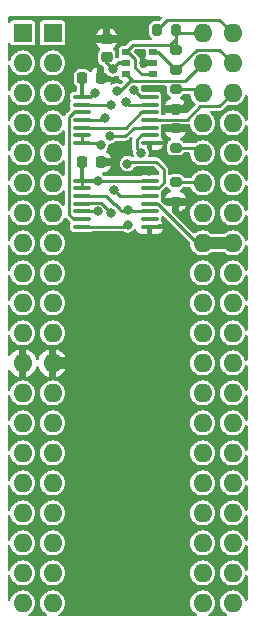
<source format=gbr>
%TF.GenerationSoftware,KiCad,Pcbnew,8.0.6*%
%TF.CreationDate,2024-11-04T10:18:01-07:00*%
%TF.ProjectId,TMS9918-9928,544d5339-3931-4382-9d39-3932382e6b69,rev?*%
%TF.SameCoordinates,Original*%
%TF.FileFunction,Copper,L2,Bot*%
%TF.FilePolarity,Positive*%
%FSLAX46Y46*%
G04 Gerber Fmt 4.6, Leading zero omitted, Abs format (unit mm)*
G04 Created by KiCad (PCBNEW 8.0.6) date 2024-11-04 10:18:01*
%MOMM*%
%LPD*%
G01*
G04 APERTURE LIST*
G04 Aperture macros list*
%AMRoundRect*
0 Rectangle with rounded corners*
0 $1 Rounding radius*
0 $2 $3 $4 $5 $6 $7 $8 $9 X,Y pos of 4 corners*
0 Add a 4 corners polygon primitive as box body*
4,1,4,$2,$3,$4,$5,$6,$7,$8,$9,$2,$3,0*
0 Add four circle primitives for the rounded corners*
1,1,$1+$1,$2,$3*
1,1,$1+$1,$4,$5*
1,1,$1+$1,$6,$7*
1,1,$1+$1,$8,$9*
0 Add four rect primitives between the rounded corners*
20,1,$1+$1,$2,$3,$4,$5,0*
20,1,$1+$1,$4,$5,$6,$7,0*
20,1,$1+$1,$6,$7,$8,$9,0*
20,1,$1+$1,$8,$9,$2,$3,0*%
G04 Aperture macros list end*
%TA.AperFunction,ComponentPad*%
%ADD10R,1.600000X1.600000*%
%TD*%
%TA.AperFunction,ComponentPad*%
%ADD11O,1.600000X1.600000*%
%TD*%
%TA.AperFunction,SMDPad,CuDef*%
%ADD12RoundRect,0.200000X0.275000X-0.200000X0.275000X0.200000X-0.275000X0.200000X-0.275000X-0.200000X0*%
%TD*%
%TA.AperFunction,SMDPad,CuDef*%
%ADD13RoundRect,0.200000X-0.275000X0.200000X-0.275000X-0.200000X0.275000X-0.200000X0.275000X0.200000X0*%
%TD*%
%TA.AperFunction,SMDPad,CuDef*%
%ADD14R,0.700000X0.510000*%
%TD*%
%TA.AperFunction,SMDPad,CuDef*%
%ADD15RoundRect,0.225000X-0.225000X-0.250000X0.225000X-0.250000X0.225000X0.250000X-0.225000X0.250000X0*%
%TD*%
%TA.AperFunction,SMDPad,CuDef*%
%ADD16RoundRect,0.200000X0.200000X0.275000X-0.200000X0.275000X-0.200000X-0.275000X0.200000X-0.275000X0*%
%TD*%
%TA.AperFunction,SMDPad,CuDef*%
%ADD17RoundRect,0.225000X0.250000X-0.225000X0.250000X0.225000X-0.250000X0.225000X-0.250000X-0.225000X0*%
%TD*%
%TA.AperFunction,SMDPad,CuDef*%
%ADD18RoundRect,0.100000X0.637500X0.100000X-0.637500X0.100000X-0.637500X-0.100000X0.637500X-0.100000X0*%
%TD*%
%TA.AperFunction,ViaPad*%
%ADD19C,0.800000*%
%TD*%
%TA.AperFunction,Conductor*%
%ADD20C,0.330000*%
%TD*%
%TA.AperFunction,Conductor*%
%ADD21C,0.250000*%
%TD*%
%TA.AperFunction,Conductor*%
%ADD22C,1.000000*%
%TD*%
G04 APERTURE END LIST*
D10*
%TO.P,U4,1,~{RAS}*%
%TO.N,/~{RAS}*%
X124460000Y-66040000D03*
D11*
%TO.P,U4,2,~{CAS}*%
%TO.N,/~{CAS}*%
X124460000Y-68580000D03*
%TO.P,U4,3,AD7*%
%TO.N,/AD7*%
X124460000Y-71120000D03*
%TO.P,U4,4,AD6*%
%TO.N,/AD6*%
X124460000Y-73660000D03*
%TO.P,U4,5,AD5*%
%TO.N,/AD5*%
X124460000Y-76200000D03*
%TO.P,U4,6,AD4*%
%TO.N,/AD4*%
X124460000Y-78740000D03*
%TO.P,U4,7,AD3*%
%TO.N,/AD3*%
X124460000Y-81280000D03*
%TO.P,U4,8,AD2*%
%TO.N,/AD2*%
X124460000Y-83820000D03*
%TO.P,U4,9,AD1*%
%TO.N,/AD1*%
X124460000Y-86360000D03*
%TO.P,U4,10,AD0*%
%TO.N,/AD0*%
X124460000Y-88900000D03*
%TO.P,U4,11,R/~{W}*%
%TO.N,/R{slash}~{W}*%
X124460000Y-91440000D03*
%TO.P,U4,12,VSS*%
%TO.N,GND*%
X124460000Y-93980000D03*
%TO.P,U4,13,MODE*%
%TO.N,/MODE*%
X124460000Y-96520000D03*
%TO.P,U4,14,~{CSW}*%
%TO.N,/~{CSW}*%
X124460000Y-99060000D03*
%TO.P,U4,15,~{CSR}*%
%TO.N,/~{CSR}*%
X124460000Y-101600000D03*
%TO.P,U4,16,~{INT}*%
%TO.N,/~{INT}*%
X124460000Y-104140000D03*
%TO.P,U4,17,CD7*%
%TO.N,/CD7*%
X124460000Y-106680000D03*
%TO.P,U4,18,CD6*%
%TO.N,/CD6*%
X124460000Y-109220000D03*
%TO.P,U4,19,CD5*%
%TO.N,/CD5*%
X124460000Y-111760000D03*
%TO.P,U4,20,CD4*%
%TO.N,/CD4*%
X124460000Y-114300000D03*
%TO.P,U4,21,CD3*%
%TO.N,/CD3*%
X139700000Y-114300000D03*
%TO.P,U4,22,CD2*%
%TO.N,/CD2*%
X139700000Y-111760000D03*
%TO.P,U4,23,CD1*%
%TO.N,/CD1*%
X139700000Y-109220000D03*
%TO.P,U4,24,CD0*%
%TO.N,/CD0*%
X139700000Y-106680000D03*
%TO.P,U4,25,RD7*%
%TO.N,/RD7*%
X139700000Y-104140000D03*
%TO.P,U4,26,RD6*%
%TO.N,/RD6*%
X139700000Y-101600000D03*
%TO.P,U4,27,RD5*%
%TO.N,/RD5*%
X139700000Y-99060000D03*
%TO.P,U4,28,RD4*%
%TO.N,/RD4*%
X139700000Y-96520000D03*
%TO.P,U4,29,RD3*%
%TO.N,/RD3*%
X139700000Y-93980000D03*
%TO.P,U4,30,RD2*%
%TO.N,/RD2*%
X139700000Y-91440000D03*
%TO.P,U4,31,RD1*%
%TO.N,/RD1*%
X139700000Y-88900000D03*
%TO.P,U4,32,RD0*%
%TO.N,/RD0*%
X139700000Y-86360000D03*
%TO.P,U4,33,VCC*%
%TO.N,VCC*%
X139700000Y-83820000D03*
%TO.P,U4,34,~{RESET}/SYNC*%
%TO.N,/~{RESET}{slash}SYNC*%
X139700000Y-81280000D03*
%TO.P,U4,35,EXTVDP*%
%TO.N,unconnected-(U4-EXTVDP-Pad35)*%
X139700000Y-78740000D03*
%TO.P,U4,36,COMVID*%
%TO.N,unconnected-(U4-COMVID-Pad36)*%
X139700000Y-76200000D03*
%TO.P,U4,37,GROMCLK*%
%TO.N,/GROMCLK*%
X139700000Y-73660000D03*
%TO.P,U4,38,CPUCLK*%
%TO.N,CLK{slash}3*%
X139700000Y-71120000D03*
%TO.P,U4,39,XTAL1*%
%TO.N,XTAL1*%
X139700000Y-68580000D03*
%TO.P,U4,40,XTAL2*%
%TO.N,XTAL2*%
X139700000Y-66040000D03*
%TD*%
D10*
%TO.P,U5,1,~{RAS}*%
%TO.N,/~{RAS}*%
X121920000Y-66040000D03*
D11*
%TO.P,U5,2,~{CAS}*%
%TO.N,/~{CAS}*%
X121920000Y-68580000D03*
%TO.P,U5,3,AD7*%
%TO.N,/AD7*%
X121920000Y-71120000D03*
%TO.P,U5,4,AD6*%
%TO.N,/AD6*%
X121920000Y-73660000D03*
%TO.P,U5,5,AD5*%
%TO.N,/AD5*%
X121920000Y-76200000D03*
%TO.P,U5,6,AD4*%
%TO.N,/AD4*%
X121920000Y-78740000D03*
%TO.P,U5,7,AD3*%
%TO.N,/AD3*%
X121920000Y-81280000D03*
%TO.P,U5,8,AD2*%
%TO.N,/AD2*%
X121920000Y-83820000D03*
%TO.P,U5,9,AD1*%
%TO.N,/AD1*%
X121920000Y-86360000D03*
%TO.P,U5,10,AD0*%
%TO.N,/AD0*%
X121920000Y-88900000D03*
%TO.P,U5,11,R/~{W}*%
%TO.N,/R{slash}~{W}*%
X121920000Y-91440000D03*
%TO.P,U5,12,VSS*%
%TO.N,GND*%
X121920000Y-93980000D03*
%TO.P,U5,13,MODE*%
%TO.N,/MODE*%
X121920000Y-96520000D03*
%TO.P,U5,14,~{CSW}*%
%TO.N,/~{CSW}*%
X121920000Y-99060000D03*
%TO.P,U5,15,~{CSR}*%
%TO.N,/~{CSR}*%
X121920000Y-101600000D03*
%TO.P,U5,16,~{INT}*%
%TO.N,/~{INT}*%
X121920000Y-104140000D03*
%TO.P,U5,17,CD7*%
%TO.N,/CD7*%
X121920000Y-106680000D03*
%TO.P,U5,18,CD6*%
%TO.N,/CD6*%
X121920000Y-109220000D03*
%TO.P,U5,19,CD5*%
%TO.N,/CD5*%
X121920000Y-111760000D03*
%TO.P,U5,20,CD4*%
%TO.N,/CD4*%
X121920000Y-114300000D03*
%TO.P,U5,21,CD3*%
%TO.N,/CD3*%
X137160000Y-114300000D03*
%TO.P,U5,22,CD2*%
%TO.N,/CD2*%
X137160000Y-111760000D03*
%TO.P,U5,23,CD1*%
%TO.N,/CD1*%
X137160000Y-109220000D03*
%TO.P,U5,24,CD0*%
%TO.N,/CD0*%
X137160000Y-106680000D03*
%TO.P,U5,25,RD7*%
%TO.N,/RD7*%
X137160000Y-104140000D03*
%TO.P,U5,26,RD6*%
%TO.N,/RD6*%
X137160000Y-101600000D03*
%TO.P,U5,27,RD5*%
%TO.N,/RD5*%
X137160000Y-99060000D03*
%TO.P,U5,28,RD4*%
%TO.N,/RD4*%
X137160000Y-96520000D03*
%TO.P,U5,29,RD3*%
%TO.N,/RD3*%
X137160000Y-93980000D03*
%TO.P,U5,30,RD2*%
%TO.N,/RD2*%
X137160000Y-91440000D03*
%TO.P,U5,31,RD1*%
%TO.N,/RD1*%
X137160000Y-88900000D03*
%TO.P,U5,32,RD0*%
%TO.N,/RD0*%
X137160000Y-86360000D03*
%TO.P,U5,33,VCC*%
%TO.N,VCC*%
X137160000Y-83820000D03*
%TO.P,U5,34,~{RESET}/SYNC*%
%TO.N,/~{RESET}{slash}SYNC*%
X137160000Y-81280000D03*
%TO.P,U5,35,B-Y*%
%TO.N,B-Y*%
X137160000Y-78740000D03*
%TO.P,U5,36,Y*%
%TO.N,Y*%
X137160000Y-76200000D03*
%TO.P,U5,37,GROMCLK*%
%TO.N,/GROMCLK*%
X137160000Y-73660000D03*
%TO.P,U5,38,R-Y*%
%TO.N,R-Y*%
X137160000Y-71120000D03*
%TO.P,U5,39,XTAL1*%
%TO.N,CLK*%
X137160000Y-68580000D03*
%TO.P,U5,40,XTAL2*%
%TO.N,~{CLK}*%
X137160000Y-66040000D03*
%TD*%
D12*
%TO.P,R1,1*%
%TO.N,GND*%
X134874000Y-80327000D03*
%TO.P,R1,2*%
%TO.N,B-Y*%
X134874000Y-78677000D03*
%TD*%
D13*
%TO.P,R2,1*%
%TO.N,GND*%
X134874000Y-74105000D03*
%TO.P,R2,2*%
%TO.N,Y*%
X134874000Y-75755000D03*
%TD*%
D14*
%TO.P,U3,1*%
%TO.N,XTAL1*%
X132986000Y-67630000D03*
%TO.P,U3,2,GND*%
%TO.N,GND*%
X132986000Y-68580000D03*
%TO.P,U3,3*%
%TO.N,~{CLK}*%
X132986000Y-69530000D03*
%TO.P,U3,4*%
%TO.N,CLK*%
X130666000Y-69530000D03*
%TO.P,U3,5,VCC*%
%TO.N,VCC*%
X130666000Y-68580000D03*
%TO.P,U3,6*%
%TO.N,~{CLK}*%
X130666000Y-67630000D03*
%TD*%
D15*
%TO.P,C1,1*%
%TO.N,VCC*%
X126974000Y-69850000D03*
%TO.P,C1,2*%
%TO.N,GND*%
X128524000Y-69850000D03*
%TD*%
D16*
%TO.P,R4,1*%
%TO.N,~{CLK}*%
X134937000Y-65786000D03*
%TO.P,R4,2*%
%TO.N,XTAL2*%
X133287000Y-65786000D03*
%TD*%
D17*
%TO.P,C3,1*%
%TO.N,VCC*%
X129032000Y-68085000D03*
%TO.P,C3,2*%
%TO.N,GND*%
X129032000Y-66535000D03*
%TD*%
D12*
%TO.P,R3,1*%
%TO.N,GND*%
X134874000Y-72453000D03*
%TO.P,R3,2*%
%TO.N,R-Y*%
X134874000Y-70803000D03*
%TD*%
D18*
%TO.P,U1,1,~{R}*%
%TO.N,VCC*%
X132668500Y-78556000D03*
%TO.P,U1,2,D*%
%TO.N,Net-(U1A-D)*%
X132668500Y-79206000D03*
%TO.P,U1,3,C*%
%TO.N,CLK*%
X132668500Y-79856000D03*
%TO.P,U1,4,~{S}*%
%TO.N,VCC*%
X132668500Y-80506000D03*
%TO.P,U1,5,Q*%
%TO.N,Net-(U1A-Q)*%
X132668500Y-81156000D03*
%TO.P,U1,6,~{Q}*%
%TO.N,unconnected-(U1A-~{Q}-Pad6)*%
X132668500Y-81806000D03*
%TO.P,U1,7,GND*%
%TO.N,GND*%
X132668500Y-82456000D03*
%TO.P,U1,8,~{Q}*%
%TO.N,Net-(U1B-~{Q})*%
X126943500Y-82456000D03*
%TO.P,U1,9,Q*%
%TO.N,Net-(U1B-Q)*%
X126943500Y-81806000D03*
%TO.P,U1,10,~{S}*%
%TO.N,VCC*%
X126943500Y-81156000D03*
%TO.P,U1,11,C*%
%TO.N,CLK*%
X126943500Y-80506000D03*
%TO.P,U1,12,D*%
%TO.N,Net-(U1A-Q)*%
X126943500Y-79856000D03*
%TO.P,U1,13,~{R}*%
%TO.N,VCC*%
X126943500Y-79206000D03*
%TO.P,U1,14,VCC*%
X126943500Y-78556000D03*
%TD*%
%TO.P,U2,1*%
%TO.N,Net-(U2-Pad1)*%
X132668500Y-71456000D03*
%TO.P,U2,2*%
%TO.N,Net-(U1B-~{Q})*%
X132668500Y-72106000D03*
%TO.P,U2,3*%
%TO.N,Net-(U2-Pad10)*%
X132668500Y-72756000D03*
%TO.P,U2,4*%
%TO.N,CLK{slash}3*%
X132668500Y-73406000D03*
%TO.P,U2,5*%
%TO.N,Net-(U1A-Q)*%
X132668500Y-74056000D03*
%TO.P,U2,6*%
%TO.N,Net-(U2-Pad1)*%
X132668500Y-74706000D03*
%TO.P,U2,7,GND*%
%TO.N,GND*%
X132668500Y-75356000D03*
%TO.P,U2,8*%
%TO.N,CLK*%
X126943500Y-75356000D03*
%TO.P,U2,9*%
X126943500Y-74706000D03*
%TO.P,U2,10*%
%TO.N,Net-(U2-Pad10)*%
X126943500Y-74056000D03*
%TO.P,U2,11*%
%TO.N,Net-(U1A-Q)*%
X126943500Y-73406000D03*
%TO.P,U2,12*%
%TO.N,Net-(U1B-Q)*%
X126943500Y-72756000D03*
%TO.P,U2,13*%
%TO.N,Net-(U1A-D)*%
X126943500Y-72106000D03*
%TO.P,U2,14,VCC*%
%TO.N,VCC*%
X126943500Y-71456000D03*
%TD*%
D15*
%TO.P,C2,1*%
%TO.N,VCC*%
X126987000Y-76962000D03*
%TO.P,C2,2*%
%TO.N,GND*%
X128537000Y-76962000D03*
%TD*%
D12*
%TO.P,R5,1*%
%TO.N,XTAL1*%
X134874000Y-69151000D03*
%TO.P,R5,2*%
%TO.N,~{CLK}*%
X134874000Y-67501000D03*
%TD*%
D19*
%TO.N,VCC*%
X128270000Y-81156000D03*
X129540000Y-69088000D03*
X128270000Y-78556000D03*
X128016000Y-71120000D03*
%TO.N,GND*%
X132207000Y-68580000D03*
X127000000Y-68199000D03*
X132715000Y-84201000D03*
X126873000Y-84201000D03*
X131064000Y-65659000D03*
X135890000Y-72136000D03*
X134874000Y-77216000D03*
X127000000Y-66421000D03*
X132588000Y-77724000D03*
%TO.N,Net-(U1A-D)*%
X130801048Y-77097952D03*
X129413000Y-72136000D03*
%TO.N,CLK*%
X129886688Y-70958688D03*
X129667000Y-79375000D03*
X128524000Y-75565000D03*
X129413000Y-81280000D03*
%TO.N,Net-(U1A-Q)*%
X130810000Y-81026000D03*
X129286000Y-74780500D03*
X128905000Y-73279000D03*
%TO.N,Net-(U1B-~{Q})*%
X130683000Y-71882000D03*
X130810000Y-82296000D03*
%TO.N,Net-(U2-Pad1)*%
X131318000Y-70866000D03*
X131953000Y-76200000D03*
%TD*%
D20*
%TO.N,VCC*%
X126943500Y-71456000D02*
X126943500Y-69880500D01*
X130048000Y-68580000D02*
X129540000Y-69088000D01*
D21*
X128270000Y-81156000D02*
X126943500Y-81156000D01*
X126943500Y-79206000D02*
X126943500Y-78556000D01*
X132668500Y-80506000D02*
X133357041Y-80506000D01*
D20*
X130666000Y-68580000D02*
X130048000Y-68580000D01*
X129032000Y-68085000D02*
X129032000Y-68580000D01*
D22*
X137160000Y-83820000D02*
X139700000Y-83820000D01*
D20*
X129032000Y-68580000D02*
X129540000Y-69088000D01*
X128016000Y-71120000D02*
X127680000Y-71456000D01*
X128270000Y-78556000D02*
X126943500Y-78556000D01*
X126943500Y-78556000D02*
X126943500Y-76777500D01*
X127680000Y-71456000D02*
X126943500Y-71456000D01*
D21*
X128270000Y-78556000D02*
X132668500Y-78556000D01*
X133357041Y-80506000D02*
X136671041Y-83820000D01*
D22*
%TO.N,GND*%
X124460000Y-93980000D02*
X127190500Y-93980000D01*
D20*
X132207000Y-68580000D02*
X132986000Y-68580000D01*
D21*
%TO.N,B-Y*%
X134874000Y-78677000D02*
X137097000Y-78677000D01*
%TO.N,Y*%
X134874000Y-75755000D02*
X136715000Y-75755000D01*
%TO.N,R-Y*%
X134874000Y-70803000D02*
X136843000Y-70803000D01*
%TO.N,~{CLK}*%
X132986000Y-69530000D02*
X132014000Y-69530000D01*
X131482000Y-68998000D02*
X131482000Y-68279695D01*
X137160000Y-66040000D02*
X135191000Y-66040000D01*
X131482000Y-68279695D02*
X130832305Y-67630000D01*
X130666000Y-67630000D02*
X131246000Y-67050000D01*
X131246000Y-67050000D02*
X134372000Y-67050000D01*
X134372000Y-67050000D02*
X134874000Y-66548000D01*
X132014000Y-69530000D02*
X131482000Y-68998000D01*
X134874000Y-67501000D02*
X134874000Y-66548000D01*
X134874000Y-66548000D02*
X134874000Y-65849000D01*
%TO.N,XTAL2*%
X138575000Y-64915000D02*
X139700000Y-66040000D01*
X134158000Y-64915000D02*
X138575000Y-64915000D01*
X133287000Y-65786000D02*
X134158000Y-64915000D01*
%TO.N,XTAL1*%
X134874000Y-69151000D02*
X133353000Y-67630000D01*
X133353000Y-67630000D02*
X132986000Y-67630000D01*
X135189009Y-68960000D02*
X136694009Y-67455000D01*
X136694009Y-67455000D02*
X138575000Y-67455000D01*
X138575000Y-67455000D02*
X139700000Y-68580000D01*
%TO.N,Net-(U1A-D)*%
X130937000Y-76962000D02*
X133223000Y-76962000D01*
X133357041Y-79206000D02*
X132668500Y-79206000D01*
X126943500Y-72106000D02*
X129383000Y-72106000D01*
X133858000Y-77597000D02*
X133858000Y-78705041D01*
X133223000Y-76962000D02*
X133858000Y-77597000D01*
X130801048Y-77097952D02*
X130937000Y-76962000D01*
X129383000Y-72106000D02*
X129413000Y-72136000D01*
X133858000Y-78705041D02*
X133357041Y-79206000D01*
%TO.N,CLK*%
X126943500Y-75356000D02*
X128315000Y-75356000D01*
X130666000Y-69530000D02*
X131246000Y-70110000D01*
X129413000Y-81273695D02*
X128570305Y-80431000D01*
X128315000Y-75356000D02*
X128524000Y-75565000D01*
X134381538Y-70078000D02*
X135662000Y-70078000D01*
X130200007Y-70958688D02*
X131048695Y-70110000D01*
X134349538Y-70110000D02*
X134381538Y-70078000D01*
X128570305Y-80431000D02*
X127018500Y-80431000D01*
X131048695Y-70110000D02*
X131246000Y-70110000D01*
X129413000Y-81280000D02*
X129413000Y-81273695D01*
X129667000Y-79375000D02*
X130148000Y-79856000D01*
X126943500Y-75356000D02*
X126943500Y-74706000D01*
X131246000Y-70110000D02*
X134349538Y-70110000D01*
X129886688Y-70958688D02*
X130200007Y-70958688D01*
X130148000Y-79856000D02*
X132668500Y-79856000D01*
X135662000Y-70078000D02*
X137160000Y-68580000D01*
%TO.N,Net-(U1A-Q)*%
X130138000Y-80979695D02*
X130138000Y-80989000D01*
X131316355Y-74056000D02*
X132668500Y-74056000D01*
X130591855Y-74780500D02*
X131316355Y-74056000D01*
X128905000Y-73279000D02*
X128778000Y-73406000D01*
X130305000Y-81156000D02*
X132668500Y-81156000D01*
X128778000Y-73406000D02*
X126943500Y-73406000D01*
X130138000Y-80989000D02*
X130305000Y-81156000D01*
X126943500Y-79856000D02*
X129005000Y-79856000D01*
X129704000Y-80555000D02*
X129713305Y-80555000D01*
X129005000Y-79856000D02*
X129704000Y-80555000D01*
X129713305Y-80555000D02*
X130138000Y-80979695D01*
X129286000Y-74780500D02*
X130591855Y-74780500D01*
%TO.N,Net-(U1B-~{Q})*%
X130650000Y-82456000D02*
X130810000Y-82296000D01*
X126943500Y-82456000D02*
X130650000Y-82456000D01*
X130810000Y-82296000D02*
X130716000Y-82456000D01*
X130683000Y-71882000D02*
X130907000Y-72106000D01*
X132668500Y-72106000D02*
X130907000Y-72106000D01*
%TO.N,Net-(U1B-Q)*%
X125881000Y-73129959D02*
X126254959Y-72756000D01*
X126254959Y-81806000D02*
X125881000Y-81432041D01*
X125881000Y-81432041D02*
X125881000Y-73129959D01*
X126254959Y-72756000D02*
X126943500Y-72756000D01*
X126943500Y-81806000D02*
X126254959Y-81806000D01*
%TO.N,Net-(U2-Pad1)*%
X131979959Y-74706000D02*
X132668500Y-74706000D01*
X131318000Y-70866000D02*
X131908000Y-71456000D01*
X131953000Y-76200000D02*
X131606000Y-75853000D01*
X131908000Y-71456000D02*
X132668500Y-71456000D01*
X131606000Y-75079959D02*
X131979959Y-74706000D01*
X131606000Y-75853000D02*
X131606000Y-75079959D01*
%TO.N,Net-(U2-Pad10)*%
X126943500Y-74056000D02*
X130679959Y-74056000D01*
X131979959Y-72756000D02*
X132668500Y-72756000D01*
X130679959Y-74056000D02*
X131979959Y-72756000D01*
%TO.N,CLK{slash}3*%
X138575000Y-72245000D02*
X139700000Y-71120000D01*
X136984009Y-72245000D02*
X138575000Y-72245000D01*
X132694500Y-73380000D02*
X135849009Y-73380000D01*
X135849009Y-73380000D02*
X136984009Y-72245000D01*
%TD*%
%TA.AperFunction,Conductor*%
%TO.N,GND*%
G36*
X133657236Y-64663002D02*
G01*
X133703729Y-64716658D01*
X133713833Y-64786932D01*
X133684339Y-64851512D01*
X133678223Y-64858081D01*
X133555907Y-64980398D01*
X133516709Y-65019596D01*
X133454397Y-65053621D01*
X133427614Y-65056500D01*
X133032259Y-65056500D01*
X133032244Y-65056501D01*
X133001547Y-65059379D01*
X133001544Y-65059380D01*
X132872232Y-65104628D01*
X132872225Y-65104631D01*
X132761989Y-65185989D01*
X132680631Y-65296225D01*
X132680628Y-65296232D01*
X132635379Y-65425545D01*
X132632500Y-65456248D01*
X132632500Y-66115740D01*
X132632501Y-66115755D01*
X132635379Y-66146452D01*
X132635380Y-66146455D01*
X132680628Y-66275767D01*
X132680631Y-66275774D01*
X132761989Y-66386010D01*
X132839372Y-66443121D01*
X132882304Y-66499666D01*
X132887851Y-66570445D01*
X132854250Y-66632987D01*
X132792171Y-66667436D01*
X132764551Y-66670500D01*
X131303696Y-66670500D01*
X131303680Y-66670499D01*
X131295962Y-66670499D01*
X131196038Y-66670499D01*
X131163866Y-66679119D01*
X131119916Y-66690895D01*
X131119915Y-66690896D01*
X131099518Y-66696362D01*
X131099517Y-66696362D01*
X131099515Y-66696363D01*
X131099514Y-66696363D01*
X131012984Y-66746321D01*
X131012979Y-66746325D01*
X130992662Y-66766643D01*
X130942324Y-66816981D01*
X130942322Y-66816983D01*
X130797297Y-66962008D01*
X130675709Y-67083596D01*
X130613397Y-67117621D01*
X130586614Y-67120500D01*
X130290936Y-67120500D01*
X130290926Y-67120501D01*
X130216699Y-67135265D01*
X130132515Y-67191516D01*
X130076266Y-67275697D01*
X130061500Y-67349930D01*
X130061500Y-67910063D01*
X130061501Y-67910073D01*
X130076266Y-67984304D01*
X130078636Y-67990025D01*
X130086223Y-68060615D01*
X130054442Y-68124101D01*
X129994838Y-68159946D01*
X129950679Y-68171778D01*
X129936787Y-68175501D01*
X129920112Y-68179969D01*
X129849135Y-68178279D01*
X129790339Y-68138485D01*
X129762391Y-68073221D01*
X129761500Y-68058262D01*
X129761500Y-67814140D01*
X129761499Y-67814128D01*
X129757844Y-67780133D01*
X129755360Y-67757027D01*
X129707175Y-67627837D01*
X129707173Y-67627835D01*
X129707173Y-67627833D01*
X129707172Y-67627832D01*
X129624545Y-67517458D01*
X129624546Y-67517458D01*
X129624544Y-67517456D01*
X129601165Y-67499955D01*
X129558622Y-67443122D01*
X129553558Y-67372306D01*
X129587583Y-67309994D01*
X129612539Y-67290636D01*
X129668115Y-67257768D01*
X129779767Y-67146116D01*
X129779773Y-67146109D01*
X129860153Y-67010194D01*
X129901465Y-66868000D01*
X128162535Y-66868000D01*
X128203846Y-67010194D01*
X128284226Y-67146109D01*
X128284232Y-67146116D01*
X128395883Y-67257767D01*
X128395887Y-67257770D01*
X128451461Y-67290637D01*
X128499913Y-67342530D01*
X128512618Y-67412380D01*
X128485542Y-67478011D01*
X128462832Y-67499956D01*
X128439456Y-67517455D01*
X128356827Y-67627832D01*
X128356826Y-67627833D01*
X128308640Y-67757027D01*
X128302500Y-67814128D01*
X128302500Y-68355871D01*
X128304373Y-68373288D01*
X128308640Y-68412973D01*
X128338720Y-68493620D01*
X128356826Y-68542166D01*
X128356827Y-68542167D01*
X128403967Y-68605137D01*
X128439456Y-68652544D01*
X128502580Y-68699799D01*
X128549836Y-68735175D01*
X128618726Y-68760869D01*
X128675562Y-68803415D01*
X128683814Y-68815925D01*
X128696313Y-68837575D01*
X128696321Y-68837585D01*
X128781596Y-68922860D01*
X128781610Y-68922872D01*
X128820095Y-68961357D01*
X128854121Y-69023669D01*
X128857000Y-69050452D01*
X128857000Y-69517000D01*
X128989459Y-69517000D01*
X129057580Y-69537002D01*
X129073013Y-69548688D01*
X129079163Y-69554136D01*
X129165471Y-69630599D01*
X129165472Y-69630599D01*
X129165474Y-69630601D01*
X129215473Y-69656842D01*
X129306207Y-69704463D01*
X129460529Y-69742500D01*
X129460530Y-69742500D01*
X129619470Y-69742500D01*
X129619471Y-69742500D01*
X129773793Y-69704463D01*
X129876947Y-69650323D01*
X129946557Y-69636377D01*
X130012660Y-69662280D01*
X130054265Y-69719809D01*
X130061500Y-69761889D01*
X130061500Y-69810062D01*
X130061501Y-69810073D01*
X130076265Y-69884300D01*
X130132516Y-69968484D01*
X130216697Y-70024733D01*
X130216699Y-70024734D01*
X130272499Y-70035833D01*
X130290932Y-70039500D01*
X130291226Y-70039529D01*
X130291369Y-70039587D01*
X130297005Y-70040708D01*
X130296792Y-70041776D01*
X130357060Y-70066106D01*
X130398075Y-70124057D01*
X130401248Y-70194982D01*
X130367981Y-70254018D01*
X130290504Y-70331495D01*
X130228192Y-70365521D01*
X130157377Y-70360456D01*
X130142854Y-70353967D01*
X130120485Y-70342227D01*
X130120483Y-70342226D01*
X130120481Y-70342225D01*
X130120479Y-70342224D01*
X130120478Y-70342224D01*
X129966160Y-70304188D01*
X129966159Y-70304188D01*
X129807217Y-70304188D01*
X129807215Y-70304188D01*
X129652897Y-70342224D01*
X129652896Y-70342224D01*
X129608508Y-70365521D01*
X129533429Y-70404925D01*
X129463818Y-70418871D01*
X129397715Y-70392967D01*
X129356111Y-70335438D01*
X129352214Y-70264549D01*
X129353879Y-70258203D01*
X129371211Y-70198547D01*
X129371211Y-70198544D01*
X129372435Y-70183000D01*
X128317000Y-70183000D01*
X128248879Y-70162998D01*
X128202386Y-70109342D01*
X128191000Y-70057000D01*
X128191000Y-68980534D01*
X128048805Y-69021846D01*
X127912890Y-69102226D01*
X127912883Y-69102232D01*
X127801231Y-69213884D01*
X127768362Y-69269462D01*
X127716468Y-69317914D01*
X127646617Y-69330618D01*
X127580987Y-69303541D01*
X127559044Y-69280833D01*
X127541544Y-69257456D01*
X127525950Y-69245782D01*
X127431167Y-69174827D01*
X127431166Y-69174826D01*
X127388040Y-69158741D01*
X127301973Y-69126640D01*
X127294834Y-69125872D01*
X127244871Y-69120500D01*
X127244864Y-69120500D01*
X126703136Y-69120500D01*
X126703128Y-69120500D01*
X126646027Y-69126640D01*
X126516833Y-69174826D01*
X126516832Y-69174827D01*
X126406456Y-69257456D01*
X126323827Y-69367832D01*
X126323826Y-69367833D01*
X126275640Y-69497027D01*
X126269500Y-69554128D01*
X126269500Y-70145871D01*
X126274781Y-70194982D01*
X126275640Y-70202973D01*
X126304208Y-70279568D01*
X126323826Y-70332166D01*
X126323827Y-70332167D01*
X126406455Y-70442543D01*
X126406456Y-70442544D01*
X126473510Y-70492740D01*
X126516056Y-70549575D01*
X126524000Y-70593607D01*
X126524000Y-70875500D01*
X126503998Y-70943621D01*
X126450342Y-70990114D01*
X126398000Y-71001500D01*
X126272352Y-71001500D01*
X126203449Y-71011539D01*
X126203447Y-71011540D01*
X126097160Y-71063500D01*
X126097158Y-71063501D01*
X126013501Y-71147158D01*
X126013500Y-71147160D01*
X125961540Y-71253447D01*
X125961539Y-71253449D01*
X125951500Y-71322352D01*
X125951500Y-71589647D01*
X125961539Y-71658550D01*
X125961540Y-71658555D01*
X125994347Y-71725662D01*
X126006296Y-71795645D01*
X125994347Y-71836338D01*
X125961540Y-71903444D01*
X125961539Y-71903449D01*
X125951500Y-71972352D01*
X125951500Y-72239647D01*
X125961539Y-72308550D01*
X125961539Y-72308552D01*
X125989068Y-72364862D01*
X126001017Y-72434846D01*
X125973233Y-72500180D01*
X125964970Y-72509293D01*
X125951286Y-72522978D01*
X125951285Y-72522977D01*
X125951281Y-72522983D01*
X125647983Y-72826281D01*
X125647981Y-72826283D01*
X125626364Y-72847900D01*
X125577325Y-72896938D01*
X125577321Y-72896943D01*
X125527360Y-72983479D01*
X125527239Y-72983934D01*
X125527030Y-72984275D01*
X125524200Y-72991109D01*
X125523133Y-72990667D01*
X125490279Y-73044552D01*
X125426415Y-73075565D01*
X125355921Y-73067128D01*
X125308138Y-73031241D01*
X125209252Y-72910748D01*
X125209251Y-72910747D01*
X125209249Y-72910744D01*
X125048686Y-72778975D01*
X125048686Y-72778974D01*
X124865492Y-72681055D01*
X124804446Y-72662537D01*
X124666718Y-72620758D01*
X124666717Y-72620757D01*
X124666711Y-72620756D01*
X124460003Y-72600398D01*
X124459997Y-72600398D01*
X124253288Y-72620756D01*
X124054507Y-72681055D01*
X123871313Y-72778974D01*
X123871313Y-72778975D01*
X123710747Y-72910747D01*
X123578975Y-73071313D01*
X123578974Y-73071313D01*
X123481055Y-73254507D01*
X123420756Y-73453288D01*
X123400398Y-73659996D01*
X123400398Y-73660003D01*
X123420756Y-73866711D01*
X123481055Y-74065492D01*
X123578974Y-74248686D01*
X123710747Y-74409252D01*
X123871313Y-74541024D01*
X123871313Y-74541025D01*
X123871317Y-74541027D01*
X124054508Y-74638945D01*
X124253282Y-74699242D01*
X124253286Y-74699242D01*
X124253288Y-74699243D01*
X124459997Y-74719602D01*
X124460000Y-74719602D01*
X124460003Y-74719602D01*
X124666711Y-74699243D01*
X124666712Y-74699242D01*
X124666718Y-74699242D01*
X124865492Y-74638945D01*
X125048683Y-74541027D01*
X125048684Y-74541025D01*
X125048686Y-74541025D01*
X125048686Y-74541024D01*
X125158421Y-74450968D01*
X125209249Y-74409255D01*
X125209250Y-74409253D01*
X125209252Y-74409252D01*
X125278102Y-74325357D01*
X125336777Y-74285390D01*
X125407748Y-74283489D01*
X125468481Y-74320259D01*
X125499693Y-74384027D01*
X125501500Y-74405292D01*
X125501500Y-75454707D01*
X125481498Y-75522828D01*
X125427842Y-75569321D01*
X125357568Y-75579425D01*
X125292988Y-75549931D01*
X125278101Y-75534640D01*
X125209252Y-75450747D01*
X125048686Y-75318975D01*
X125048686Y-75318974D01*
X124865492Y-75221055D01*
X124835915Y-75212083D01*
X124666718Y-75160758D01*
X124666717Y-75160757D01*
X124666711Y-75160756D01*
X124460003Y-75140398D01*
X124459997Y-75140398D01*
X124253288Y-75160756D01*
X124054507Y-75221055D01*
X123871313Y-75318974D01*
X123871313Y-75318975D01*
X123710747Y-75450747D01*
X123578975Y-75611313D01*
X123578974Y-75611313D01*
X123481055Y-75794507D01*
X123420756Y-75993288D01*
X123400398Y-76199996D01*
X123400398Y-76200003D01*
X123420756Y-76406711D01*
X123420757Y-76406717D01*
X123420758Y-76406718D01*
X123461190Y-76540006D01*
X123481055Y-76605492D01*
X123578974Y-76788686D01*
X123710747Y-76949252D01*
X123871313Y-77081024D01*
X123871313Y-77081025D01*
X123871317Y-77081027D01*
X124054508Y-77178945D01*
X124253282Y-77239242D01*
X124253286Y-77239242D01*
X124253288Y-77239243D01*
X124459997Y-77259602D01*
X124460000Y-77259602D01*
X124460003Y-77259602D01*
X124666711Y-77239243D01*
X124666712Y-77239242D01*
X124666718Y-77239242D01*
X124865492Y-77178945D01*
X125048683Y-77081027D01*
X125048684Y-77081025D01*
X125048686Y-77081025D01*
X125048686Y-77081024D01*
X125128967Y-77015139D01*
X125209249Y-76949255D01*
X125209250Y-76949253D01*
X125209252Y-76949252D01*
X125278102Y-76865357D01*
X125336777Y-76825390D01*
X125407748Y-76823489D01*
X125468481Y-76860259D01*
X125499693Y-76924027D01*
X125501500Y-76945292D01*
X125501500Y-77994707D01*
X125481498Y-78062828D01*
X125427842Y-78109321D01*
X125357568Y-78119425D01*
X125292988Y-78089931D01*
X125278101Y-78074640D01*
X125209252Y-77990747D01*
X125048686Y-77858975D01*
X125048686Y-77858974D01*
X124865492Y-77761055D01*
X124842874Y-77754194D01*
X124666718Y-77700758D01*
X124666717Y-77700757D01*
X124666711Y-77700756D01*
X124460003Y-77680398D01*
X124459997Y-77680398D01*
X124253288Y-77700756D01*
X124054507Y-77761055D01*
X123871313Y-77858974D01*
X123871313Y-77858975D01*
X123710747Y-77990747D01*
X123578975Y-78151313D01*
X123578974Y-78151313D01*
X123481055Y-78334507D01*
X123420756Y-78533288D01*
X123400398Y-78739996D01*
X123400398Y-78740003D01*
X123420756Y-78946711D01*
X123481055Y-79145492D01*
X123578974Y-79328686D01*
X123710747Y-79489252D01*
X123871313Y-79621024D01*
X123871313Y-79621025D01*
X123871317Y-79621027D01*
X124054508Y-79718945D01*
X124253282Y-79779242D01*
X124253286Y-79779242D01*
X124253288Y-79779243D01*
X124459997Y-79799602D01*
X124460000Y-79799602D01*
X124460003Y-79799602D01*
X124666711Y-79779243D01*
X124666712Y-79779242D01*
X124666718Y-79779242D01*
X124865492Y-79718945D01*
X125048683Y-79621027D01*
X125048684Y-79621025D01*
X125048686Y-79621025D01*
X125048686Y-79621024D01*
X125138691Y-79547160D01*
X125209249Y-79489255D01*
X125209250Y-79489253D01*
X125209252Y-79489252D01*
X125278102Y-79405357D01*
X125336777Y-79365390D01*
X125407748Y-79363489D01*
X125468481Y-79400259D01*
X125499693Y-79464027D01*
X125501500Y-79485292D01*
X125501500Y-80534707D01*
X125481498Y-80602828D01*
X125427842Y-80649321D01*
X125357568Y-80659425D01*
X125292988Y-80629931D01*
X125278101Y-80614640D01*
X125209252Y-80530747D01*
X125048686Y-80398975D01*
X125048686Y-80398974D01*
X124865492Y-80301055D01*
X124727843Y-80259300D01*
X124666718Y-80240758D01*
X124666717Y-80240757D01*
X124666711Y-80240756D01*
X124460003Y-80220398D01*
X124459997Y-80220398D01*
X124253288Y-80240756D01*
X124054507Y-80301055D01*
X123871313Y-80398974D01*
X123871313Y-80398975D01*
X123710747Y-80530747D01*
X123578975Y-80691313D01*
X123578974Y-80691313D01*
X123481055Y-80874507D01*
X123420756Y-81073288D01*
X123400398Y-81279996D01*
X123400398Y-81280003D01*
X123420756Y-81486711D01*
X123420757Y-81486717D01*
X123420758Y-81486718D01*
X123474857Y-81665060D01*
X123481055Y-81685492D01*
X123578974Y-81868686D01*
X123710747Y-82029252D01*
X123871313Y-82161024D01*
X123871313Y-82161025D01*
X123871317Y-82161027D01*
X124054508Y-82258945D01*
X124253282Y-82319242D01*
X124253286Y-82319242D01*
X124253288Y-82319243D01*
X124459997Y-82339602D01*
X124460000Y-82339602D01*
X124460003Y-82339602D01*
X124666711Y-82319243D01*
X124666712Y-82319242D01*
X124666718Y-82319242D01*
X124865492Y-82258945D01*
X125048683Y-82161027D01*
X125048684Y-82161025D01*
X125048686Y-82161025D01*
X125048686Y-82161024D01*
X125209252Y-82029252D01*
X125341027Y-81868683D01*
X125414177Y-81731828D01*
X125463928Y-81681181D01*
X125533164Y-81665471D01*
X125599903Y-81689687D01*
X125614393Y-81702130D01*
X125655156Y-81742893D01*
X125655170Y-81742905D01*
X125946872Y-82034607D01*
X125946880Y-82034616D01*
X125951282Y-82039018D01*
X125951283Y-82039019D01*
X125964965Y-82052701D01*
X125998991Y-82115010D01*
X125993928Y-82185826D01*
X125989069Y-82197135D01*
X125961539Y-82253449D01*
X125951500Y-82322352D01*
X125951500Y-82589647D01*
X125961539Y-82658550D01*
X125961540Y-82658552D01*
X126013500Y-82764839D01*
X126013501Y-82764841D01*
X126097158Y-82848498D01*
X126097160Y-82848499D01*
X126203450Y-82900461D01*
X126272354Y-82910500D01*
X126272360Y-82910500D01*
X127614640Y-82910500D01*
X127614646Y-82910500D01*
X127683550Y-82900461D01*
X127754006Y-82866017D01*
X127790242Y-82848303D01*
X127845581Y-82835500D01*
X130398511Y-82835500D01*
X130457066Y-82849933D01*
X130576207Y-82912463D01*
X130730529Y-82950500D01*
X130730530Y-82950500D01*
X130889470Y-82950500D01*
X130889471Y-82950500D01*
X131043793Y-82912463D01*
X131184529Y-82838599D01*
X131303498Y-82733201D01*
X131334965Y-82687613D01*
X131390122Y-82642914D01*
X131460690Y-82635131D01*
X131524265Y-82666735D01*
X131556716Y-82715158D01*
X131587647Y-82798089D01*
X131673810Y-82913189D01*
X131788910Y-82999352D01*
X131923628Y-83049599D01*
X131983159Y-83055999D01*
X131983176Y-83056000D01*
X132468500Y-83056000D01*
X132868500Y-83056000D01*
X133353824Y-83056000D01*
X133353840Y-83055999D01*
X133413371Y-83049599D01*
X133548089Y-82999352D01*
X133663189Y-82913189D01*
X133749352Y-82798089D01*
X133799599Y-82663371D01*
X133800391Y-82656001D01*
X133800390Y-82656000D01*
X132868500Y-82656000D01*
X132868500Y-83056000D01*
X132468500Y-83056000D01*
X132468500Y-82386500D01*
X132488502Y-82318379D01*
X132542158Y-82271886D01*
X132594500Y-82260500D01*
X133339640Y-82260500D01*
X133339646Y-82260500D01*
X133361500Y-82257316D01*
X133379665Y-82256000D01*
X133800391Y-82256000D01*
X133800391Y-82255998D01*
X133799599Y-82248628D01*
X133749352Y-82113910D01*
X133685032Y-82027989D01*
X133660221Y-81961469D01*
X133660230Y-81943368D01*
X133660500Y-81939644D01*
X133660500Y-81672360D01*
X133660500Y-81672356D01*
X133660500Y-81672354D01*
X133659620Y-81666314D01*
X133669590Y-81596023D01*
X133715980Y-81542278D01*
X133784063Y-81522146D01*
X133852221Y-81542018D01*
X133873398Y-81559051D01*
X136064809Y-83750462D01*
X136098835Y-83812774D01*
X136101107Y-83827207D01*
X136120756Y-84026711D01*
X136181055Y-84225492D01*
X136278974Y-84408686D01*
X136410747Y-84569252D01*
X136571313Y-84701024D01*
X136571313Y-84701025D01*
X136571317Y-84701027D01*
X136754508Y-84798945D01*
X136953282Y-84859242D01*
X136953286Y-84859242D01*
X136953288Y-84859243D01*
X137159997Y-84879602D01*
X137160000Y-84879602D01*
X137160003Y-84879602D01*
X137366711Y-84859243D01*
X137366712Y-84859242D01*
X137366718Y-84859242D01*
X137565492Y-84798945D01*
X137748683Y-84701027D01*
X137868007Y-84603100D01*
X137933354Y-84575347D01*
X137947940Y-84574500D01*
X138912060Y-84574500D01*
X138980181Y-84594502D01*
X138991989Y-84603097D01*
X139111317Y-84701027D01*
X139294508Y-84798945D01*
X139493282Y-84859242D01*
X139493286Y-84859242D01*
X139493288Y-84859243D01*
X139699997Y-84879602D01*
X139700000Y-84879602D01*
X139700003Y-84879602D01*
X139906711Y-84859243D01*
X139906712Y-84859242D01*
X139906718Y-84859242D01*
X140105492Y-84798945D01*
X140288683Y-84701027D01*
X140288684Y-84701025D01*
X140288686Y-84701025D01*
X140288686Y-84701024D01*
X140449252Y-84569252D01*
X140581027Y-84408683D01*
X140678945Y-84225492D01*
X140723426Y-84078856D01*
X140762340Y-84019476D01*
X140827181Y-83990561D01*
X140897362Y-84001291D01*
X140950601Y-84048260D01*
X140970000Y-84115433D01*
X140970000Y-86064566D01*
X140949998Y-86132687D01*
X140896342Y-86179180D01*
X140826068Y-86189284D01*
X140761488Y-86159790D01*
X140723425Y-86101141D01*
X140712330Y-86064566D01*
X140678945Y-85954508D01*
X140581027Y-85771317D01*
X140581025Y-85771313D01*
X140449252Y-85610747D01*
X140288686Y-85478975D01*
X140288686Y-85478974D01*
X140105492Y-85381055D01*
X139906711Y-85320756D01*
X139700003Y-85300398D01*
X139699997Y-85300398D01*
X139493288Y-85320756D01*
X139294507Y-85381055D01*
X139111313Y-85478974D01*
X139111313Y-85478975D01*
X138950747Y-85610747D01*
X138818975Y-85771313D01*
X138818974Y-85771313D01*
X138721055Y-85954507D01*
X138660756Y-86153288D01*
X138640398Y-86359996D01*
X138640398Y-86360003D01*
X138660756Y-86566711D01*
X138721055Y-86765492D01*
X138818974Y-86948686D01*
X138950747Y-87109252D01*
X139111313Y-87241024D01*
X139111313Y-87241025D01*
X139111317Y-87241027D01*
X139294508Y-87338945D01*
X139493282Y-87399242D01*
X139493286Y-87399242D01*
X139493288Y-87399243D01*
X139699997Y-87419602D01*
X139700000Y-87419602D01*
X139700003Y-87419602D01*
X139906711Y-87399243D01*
X139906712Y-87399242D01*
X139906718Y-87399242D01*
X140105492Y-87338945D01*
X140288683Y-87241027D01*
X140288684Y-87241025D01*
X140288686Y-87241025D01*
X140288686Y-87241024D01*
X140449252Y-87109252D01*
X140581027Y-86948683D01*
X140678945Y-86765492D01*
X140723426Y-86618856D01*
X140762340Y-86559476D01*
X140827181Y-86530561D01*
X140897362Y-86541291D01*
X140950601Y-86588260D01*
X140970000Y-86655433D01*
X140970000Y-88604566D01*
X140949998Y-88672687D01*
X140896342Y-88719180D01*
X140826068Y-88729284D01*
X140761488Y-88699790D01*
X140723425Y-88641141D01*
X140712330Y-88604566D01*
X140678945Y-88494508D01*
X140581027Y-88311317D01*
X140581025Y-88311313D01*
X140449252Y-88150747D01*
X140288686Y-88018975D01*
X140288686Y-88018974D01*
X140105492Y-87921055D01*
X139906711Y-87860756D01*
X139700003Y-87840398D01*
X139699997Y-87840398D01*
X139493288Y-87860756D01*
X139294507Y-87921055D01*
X139111313Y-88018974D01*
X139111313Y-88018975D01*
X138950747Y-88150747D01*
X138818975Y-88311313D01*
X138818974Y-88311313D01*
X138721055Y-88494507D01*
X138660756Y-88693288D01*
X138640398Y-88899996D01*
X138640398Y-88900003D01*
X138660756Y-89106711D01*
X138721055Y-89305492D01*
X138818974Y-89488686D01*
X138950747Y-89649252D01*
X139111313Y-89781024D01*
X139111313Y-89781025D01*
X139111317Y-89781027D01*
X139294508Y-89878945D01*
X139493282Y-89939242D01*
X139493286Y-89939242D01*
X139493288Y-89939243D01*
X139699997Y-89959602D01*
X139700000Y-89959602D01*
X139700003Y-89959602D01*
X139906711Y-89939243D01*
X139906712Y-89939242D01*
X139906718Y-89939242D01*
X140105492Y-89878945D01*
X140288683Y-89781027D01*
X140288684Y-89781025D01*
X140288686Y-89781025D01*
X140288686Y-89781024D01*
X140449252Y-89649252D01*
X140581027Y-89488683D01*
X140678945Y-89305492D01*
X140723426Y-89158856D01*
X140762340Y-89099476D01*
X140827181Y-89070561D01*
X140897362Y-89081291D01*
X140950601Y-89128260D01*
X140970000Y-89195433D01*
X140970000Y-91144566D01*
X140949998Y-91212687D01*
X140896342Y-91259180D01*
X140826068Y-91269284D01*
X140761488Y-91239790D01*
X140723425Y-91181141D01*
X140712330Y-91144566D01*
X140678945Y-91034508D01*
X140581027Y-90851317D01*
X140581025Y-90851313D01*
X140449252Y-90690747D01*
X140288686Y-90558975D01*
X140288686Y-90558974D01*
X140105492Y-90461055D01*
X139906711Y-90400756D01*
X139700003Y-90380398D01*
X139699997Y-90380398D01*
X139493288Y-90400756D01*
X139294507Y-90461055D01*
X139111313Y-90558974D01*
X139111313Y-90558975D01*
X138950747Y-90690747D01*
X138818975Y-90851313D01*
X138818974Y-90851313D01*
X138721055Y-91034507D01*
X138660756Y-91233288D01*
X138640398Y-91439996D01*
X138640398Y-91440003D01*
X138660756Y-91646711D01*
X138721055Y-91845492D01*
X138818974Y-92028686D01*
X138950747Y-92189252D01*
X139111313Y-92321024D01*
X139111313Y-92321025D01*
X139111317Y-92321027D01*
X139294508Y-92418945D01*
X139493282Y-92479242D01*
X139493286Y-92479242D01*
X139493288Y-92479243D01*
X139699997Y-92499602D01*
X139700000Y-92499602D01*
X139700003Y-92499602D01*
X139906711Y-92479243D01*
X139906712Y-92479242D01*
X139906718Y-92479242D01*
X140105492Y-92418945D01*
X140288683Y-92321027D01*
X140288684Y-92321025D01*
X140288686Y-92321025D01*
X140288686Y-92321024D01*
X140449252Y-92189252D01*
X140581027Y-92028683D01*
X140678945Y-91845492D01*
X140723426Y-91698856D01*
X140762340Y-91639476D01*
X140827181Y-91610561D01*
X140897362Y-91621291D01*
X140950601Y-91668260D01*
X140970000Y-91735433D01*
X140970000Y-93684566D01*
X140949998Y-93752687D01*
X140896342Y-93799180D01*
X140826068Y-93809284D01*
X140761488Y-93779790D01*
X140723425Y-93721141D01*
X140700935Y-93647000D01*
X140678945Y-93574508D01*
X140581027Y-93391317D01*
X140581025Y-93391313D01*
X140449252Y-93230747D01*
X140288686Y-93098975D01*
X140288686Y-93098974D01*
X140105492Y-93001055D01*
X139906711Y-92940756D01*
X139700003Y-92920398D01*
X139699997Y-92920398D01*
X139493288Y-92940756D01*
X139294507Y-93001055D01*
X139111313Y-93098974D01*
X139111313Y-93098975D01*
X138950747Y-93230747D01*
X138818975Y-93391313D01*
X138818974Y-93391313D01*
X138721055Y-93574507D01*
X138660756Y-93773288D01*
X138640398Y-93979996D01*
X138640398Y-93980003D01*
X138660756Y-94186711D01*
X138660757Y-94186717D01*
X138660758Y-94186718D01*
X138676080Y-94237227D01*
X138721055Y-94385492D01*
X138818974Y-94568686D01*
X138950747Y-94729252D01*
X139111313Y-94861024D01*
X139111313Y-94861025D01*
X139111317Y-94861027D01*
X139294508Y-94958945D01*
X139493282Y-95019242D01*
X139493286Y-95019242D01*
X139493288Y-95019243D01*
X139699997Y-95039602D01*
X139700000Y-95039602D01*
X139700003Y-95039602D01*
X139906711Y-95019243D01*
X139906712Y-95019242D01*
X139906718Y-95019242D01*
X140105492Y-94958945D01*
X140288683Y-94861027D01*
X140288684Y-94861025D01*
X140288686Y-94861025D01*
X140288686Y-94861024D01*
X140449252Y-94729252D01*
X140581027Y-94568683D01*
X140678945Y-94385492D01*
X140723426Y-94238856D01*
X140762340Y-94179476D01*
X140827181Y-94150561D01*
X140897362Y-94161291D01*
X140950601Y-94208260D01*
X140970000Y-94275433D01*
X140970000Y-96224566D01*
X140949998Y-96292687D01*
X140896342Y-96339180D01*
X140826068Y-96349284D01*
X140761488Y-96319790D01*
X140723425Y-96261141D01*
X140712330Y-96224566D01*
X140678945Y-96114508D01*
X140581027Y-95931317D01*
X140581025Y-95931313D01*
X140449252Y-95770747D01*
X140288686Y-95638975D01*
X140288686Y-95638974D01*
X140105492Y-95541055D01*
X139906711Y-95480756D01*
X139700003Y-95460398D01*
X139699997Y-95460398D01*
X139493288Y-95480756D01*
X139294507Y-95541055D01*
X139111313Y-95638974D01*
X139111313Y-95638975D01*
X138950747Y-95770747D01*
X138818975Y-95931313D01*
X138818974Y-95931313D01*
X138721055Y-96114507D01*
X138660756Y-96313288D01*
X138640398Y-96519996D01*
X138640398Y-96520003D01*
X138660756Y-96726711D01*
X138721055Y-96925492D01*
X138818974Y-97108686D01*
X138950747Y-97269252D01*
X139111313Y-97401024D01*
X139111313Y-97401025D01*
X139111317Y-97401027D01*
X139294508Y-97498945D01*
X139493282Y-97559242D01*
X139493286Y-97559242D01*
X139493288Y-97559243D01*
X139699997Y-97579602D01*
X139700000Y-97579602D01*
X139700003Y-97579602D01*
X139906711Y-97559243D01*
X139906712Y-97559242D01*
X139906718Y-97559242D01*
X140105492Y-97498945D01*
X140288683Y-97401027D01*
X140288684Y-97401025D01*
X140288686Y-97401025D01*
X140288686Y-97401024D01*
X140449252Y-97269252D01*
X140581027Y-97108683D01*
X140678945Y-96925492D01*
X140723426Y-96778856D01*
X140762340Y-96719476D01*
X140827181Y-96690561D01*
X140897362Y-96701291D01*
X140950601Y-96748260D01*
X140970000Y-96815433D01*
X140970000Y-98764566D01*
X140949998Y-98832687D01*
X140896342Y-98879180D01*
X140826068Y-98889284D01*
X140761488Y-98859790D01*
X140723425Y-98801141D01*
X140712330Y-98764566D01*
X140678945Y-98654508D01*
X140581027Y-98471317D01*
X140581025Y-98471313D01*
X140449252Y-98310747D01*
X140288686Y-98178975D01*
X140288686Y-98178974D01*
X140105492Y-98081055D01*
X139906711Y-98020756D01*
X139700003Y-98000398D01*
X139699997Y-98000398D01*
X139493288Y-98020756D01*
X139294507Y-98081055D01*
X139111313Y-98178974D01*
X139111313Y-98178975D01*
X138950747Y-98310747D01*
X138818975Y-98471313D01*
X138818974Y-98471313D01*
X138721055Y-98654507D01*
X138660756Y-98853288D01*
X138640398Y-99059996D01*
X138640398Y-99060003D01*
X138660756Y-99266711D01*
X138721055Y-99465492D01*
X138818974Y-99648686D01*
X138950747Y-99809252D01*
X139111313Y-99941024D01*
X139111313Y-99941025D01*
X139111317Y-99941027D01*
X139294508Y-100038945D01*
X139493282Y-100099242D01*
X139493286Y-100099242D01*
X139493288Y-100099243D01*
X139699997Y-100119602D01*
X139700000Y-100119602D01*
X139700003Y-100119602D01*
X139906711Y-100099243D01*
X139906712Y-100099242D01*
X139906718Y-100099242D01*
X140105492Y-100038945D01*
X140288683Y-99941027D01*
X140288684Y-99941025D01*
X140288686Y-99941025D01*
X140288686Y-99941024D01*
X140449252Y-99809252D01*
X140581027Y-99648683D01*
X140678945Y-99465492D01*
X140723426Y-99318856D01*
X140762340Y-99259476D01*
X140827181Y-99230561D01*
X140897362Y-99241291D01*
X140950601Y-99288260D01*
X140970000Y-99355433D01*
X140970000Y-101304566D01*
X140949998Y-101372687D01*
X140896342Y-101419180D01*
X140826068Y-101429284D01*
X140761488Y-101399790D01*
X140723425Y-101341141D01*
X140712330Y-101304566D01*
X140678945Y-101194508D01*
X140581027Y-101011317D01*
X140581025Y-101011313D01*
X140449252Y-100850747D01*
X140288686Y-100718975D01*
X140288686Y-100718974D01*
X140105492Y-100621055D01*
X139906711Y-100560756D01*
X139700003Y-100540398D01*
X139699997Y-100540398D01*
X139493288Y-100560756D01*
X139294507Y-100621055D01*
X139111313Y-100718974D01*
X139111313Y-100718975D01*
X138950747Y-100850747D01*
X138818975Y-101011313D01*
X138818974Y-101011313D01*
X138721055Y-101194507D01*
X138660756Y-101393288D01*
X138640398Y-101599996D01*
X138640398Y-101600003D01*
X138660756Y-101806711D01*
X138721055Y-102005492D01*
X138818974Y-102188686D01*
X138950747Y-102349252D01*
X139111313Y-102481024D01*
X139111313Y-102481025D01*
X139111317Y-102481027D01*
X139294508Y-102578945D01*
X139493282Y-102639242D01*
X139493286Y-102639242D01*
X139493288Y-102639243D01*
X139699997Y-102659602D01*
X139700000Y-102659602D01*
X139700003Y-102659602D01*
X139906711Y-102639243D01*
X139906712Y-102639242D01*
X139906718Y-102639242D01*
X140105492Y-102578945D01*
X140288683Y-102481027D01*
X140288684Y-102481025D01*
X140288686Y-102481025D01*
X140288686Y-102481024D01*
X140449252Y-102349252D01*
X140581027Y-102188683D01*
X140678945Y-102005492D01*
X140723426Y-101858856D01*
X140762340Y-101799476D01*
X140827181Y-101770561D01*
X140897362Y-101781291D01*
X140950601Y-101828260D01*
X140970000Y-101895433D01*
X140970000Y-103844566D01*
X140949998Y-103912687D01*
X140896342Y-103959180D01*
X140826068Y-103969284D01*
X140761488Y-103939790D01*
X140723425Y-103881141D01*
X140712330Y-103844566D01*
X140678945Y-103734508D01*
X140581027Y-103551317D01*
X140581025Y-103551313D01*
X140449252Y-103390747D01*
X140288686Y-103258975D01*
X140288686Y-103258974D01*
X140105492Y-103161055D01*
X139906711Y-103100756D01*
X139700003Y-103080398D01*
X139699997Y-103080398D01*
X139493288Y-103100756D01*
X139294507Y-103161055D01*
X139111313Y-103258974D01*
X139111313Y-103258975D01*
X138950747Y-103390747D01*
X138818975Y-103551313D01*
X138818974Y-103551313D01*
X138721055Y-103734507D01*
X138660756Y-103933288D01*
X138640398Y-104139996D01*
X138640398Y-104140003D01*
X138660756Y-104346711D01*
X138721055Y-104545492D01*
X138818974Y-104728686D01*
X138950747Y-104889252D01*
X139111313Y-105021024D01*
X139111313Y-105021025D01*
X139111317Y-105021027D01*
X139294508Y-105118945D01*
X139493282Y-105179242D01*
X139493286Y-105179242D01*
X139493288Y-105179243D01*
X139699997Y-105199602D01*
X139700000Y-105199602D01*
X139700003Y-105199602D01*
X139906711Y-105179243D01*
X139906712Y-105179242D01*
X139906718Y-105179242D01*
X140105492Y-105118945D01*
X140288683Y-105021027D01*
X140288684Y-105021025D01*
X140288686Y-105021025D01*
X140288686Y-105021024D01*
X140449252Y-104889252D01*
X140581027Y-104728683D01*
X140678945Y-104545492D01*
X140723426Y-104398856D01*
X140762340Y-104339476D01*
X140827181Y-104310561D01*
X140897362Y-104321291D01*
X140950601Y-104368260D01*
X140970000Y-104435433D01*
X140970000Y-106384566D01*
X140949998Y-106452687D01*
X140896342Y-106499180D01*
X140826068Y-106509284D01*
X140761488Y-106479790D01*
X140723425Y-106421141D01*
X140712330Y-106384566D01*
X140678945Y-106274508D01*
X140581027Y-106091317D01*
X140581025Y-106091313D01*
X140449252Y-105930747D01*
X140288686Y-105798975D01*
X140288686Y-105798974D01*
X140105492Y-105701055D01*
X139906711Y-105640756D01*
X139700003Y-105620398D01*
X139699997Y-105620398D01*
X139493288Y-105640756D01*
X139294507Y-105701055D01*
X139111313Y-105798974D01*
X139111313Y-105798975D01*
X138950747Y-105930747D01*
X138818975Y-106091313D01*
X138818974Y-106091313D01*
X138721055Y-106274507D01*
X138660756Y-106473288D01*
X138640398Y-106679996D01*
X138640398Y-106680003D01*
X138660756Y-106886711D01*
X138721055Y-107085492D01*
X138818974Y-107268686D01*
X138950747Y-107429252D01*
X139111313Y-107561024D01*
X139111313Y-107561025D01*
X139111317Y-107561027D01*
X139294508Y-107658945D01*
X139493282Y-107719242D01*
X139493286Y-107719242D01*
X139493288Y-107719243D01*
X139699997Y-107739602D01*
X139700000Y-107739602D01*
X139700003Y-107739602D01*
X139906711Y-107719243D01*
X139906712Y-107719242D01*
X139906718Y-107719242D01*
X140105492Y-107658945D01*
X140288683Y-107561027D01*
X140288684Y-107561025D01*
X140288686Y-107561025D01*
X140288686Y-107561024D01*
X140449252Y-107429252D01*
X140581027Y-107268683D01*
X140678945Y-107085492D01*
X140723426Y-106938856D01*
X140762340Y-106879476D01*
X140827181Y-106850561D01*
X140897362Y-106861291D01*
X140950601Y-106908260D01*
X140970000Y-106975433D01*
X140970000Y-108924566D01*
X140949998Y-108992687D01*
X140896342Y-109039180D01*
X140826068Y-109049284D01*
X140761488Y-109019790D01*
X140723425Y-108961141D01*
X140712330Y-108924566D01*
X140678945Y-108814508D01*
X140581027Y-108631317D01*
X140581025Y-108631313D01*
X140449252Y-108470747D01*
X140288686Y-108338975D01*
X140288686Y-108338974D01*
X140105492Y-108241055D01*
X139906711Y-108180756D01*
X139700003Y-108160398D01*
X139699997Y-108160398D01*
X139493288Y-108180756D01*
X139294507Y-108241055D01*
X139111313Y-108338974D01*
X139111313Y-108338975D01*
X138950747Y-108470747D01*
X138818975Y-108631313D01*
X138818974Y-108631313D01*
X138721055Y-108814507D01*
X138660756Y-109013288D01*
X138640398Y-109219996D01*
X138640398Y-109220003D01*
X138660756Y-109426711D01*
X138721055Y-109625492D01*
X138818974Y-109808686D01*
X138950747Y-109969252D01*
X139111313Y-110101024D01*
X139111313Y-110101025D01*
X139111317Y-110101027D01*
X139294508Y-110198945D01*
X139493282Y-110259242D01*
X139493286Y-110259242D01*
X139493288Y-110259243D01*
X139699997Y-110279602D01*
X139700000Y-110279602D01*
X139700003Y-110279602D01*
X139906711Y-110259243D01*
X139906712Y-110259242D01*
X139906718Y-110259242D01*
X140105492Y-110198945D01*
X140288683Y-110101027D01*
X140288684Y-110101025D01*
X140288686Y-110101025D01*
X140288686Y-110101024D01*
X140449252Y-109969252D01*
X140581027Y-109808683D01*
X140678945Y-109625492D01*
X140723426Y-109478856D01*
X140762340Y-109419476D01*
X140827181Y-109390561D01*
X140897362Y-109401291D01*
X140950601Y-109448260D01*
X140970000Y-109515433D01*
X140970000Y-111464566D01*
X140949998Y-111532687D01*
X140896342Y-111579180D01*
X140826068Y-111589284D01*
X140761488Y-111559790D01*
X140723425Y-111501141D01*
X140712330Y-111464566D01*
X140678945Y-111354508D01*
X140581027Y-111171317D01*
X140581025Y-111171313D01*
X140449252Y-111010747D01*
X140288686Y-110878975D01*
X140288686Y-110878974D01*
X140105492Y-110781055D01*
X139906711Y-110720756D01*
X139700003Y-110700398D01*
X139699997Y-110700398D01*
X139493288Y-110720756D01*
X139294507Y-110781055D01*
X139111313Y-110878974D01*
X139111313Y-110878975D01*
X138950747Y-111010747D01*
X138818975Y-111171313D01*
X138818974Y-111171313D01*
X138721055Y-111354507D01*
X138660756Y-111553288D01*
X138640398Y-111759996D01*
X138640398Y-111760003D01*
X138660756Y-111966711D01*
X138721055Y-112165492D01*
X138818974Y-112348686D01*
X138950747Y-112509252D01*
X139111313Y-112641024D01*
X139111313Y-112641025D01*
X139111317Y-112641027D01*
X139294508Y-112738945D01*
X139493282Y-112799242D01*
X139493286Y-112799242D01*
X139493288Y-112799243D01*
X139699997Y-112819602D01*
X139700000Y-112819602D01*
X139700003Y-112819602D01*
X139906711Y-112799243D01*
X139906712Y-112799242D01*
X139906718Y-112799242D01*
X140105492Y-112738945D01*
X140288683Y-112641027D01*
X140288684Y-112641025D01*
X140288686Y-112641025D01*
X140288686Y-112641024D01*
X140449252Y-112509252D01*
X140581027Y-112348683D01*
X140678945Y-112165492D01*
X140723426Y-112018856D01*
X140762340Y-111959476D01*
X140827181Y-111930561D01*
X140897362Y-111941291D01*
X140950601Y-111988260D01*
X140970000Y-112055433D01*
X140970000Y-114004566D01*
X140949998Y-114072687D01*
X140896342Y-114119180D01*
X140826068Y-114129284D01*
X140761488Y-114099790D01*
X140723425Y-114041141D01*
X140712330Y-114004566D01*
X140678945Y-113894508D01*
X140581027Y-113711317D01*
X140581025Y-113711313D01*
X140449252Y-113550747D01*
X140288686Y-113418975D01*
X140288686Y-113418974D01*
X140105492Y-113321055D01*
X139906711Y-113260756D01*
X139700003Y-113240398D01*
X139699997Y-113240398D01*
X139493288Y-113260756D01*
X139294507Y-113321055D01*
X139111313Y-113418974D01*
X139111313Y-113418975D01*
X138950747Y-113550747D01*
X138818975Y-113711313D01*
X138818974Y-113711313D01*
X138721055Y-113894507D01*
X138660756Y-114093288D01*
X138640398Y-114299996D01*
X138640398Y-114300003D01*
X138660756Y-114506711D01*
X138721055Y-114705492D01*
X138818974Y-114888686D01*
X138950747Y-115049252D01*
X139111313Y-115181024D01*
X139111313Y-115181025D01*
X139157810Y-115205878D01*
X139208458Y-115255630D01*
X139224168Y-115324867D01*
X139199952Y-115391606D01*
X139143498Y-115434658D01*
X139098414Y-115443000D01*
X137761586Y-115443000D01*
X137693465Y-115422998D01*
X137646972Y-115369342D01*
X137636868Y-115299068D01*
X137666362Y-115234488D01*
X137702190Y-115205878D01*
X137748683Y-115181027D01*
X137748684Y-115181025D01*
X137748686Y-115181025D01*
X137748686Y-115181024D01*
X137909252Y-115049252D01*
X138041027Y-114888683D01*
X138138945Y-114705492D01*
X138199242Y-114506718D01*
X138199956Y-114499476D01*
X138219602Y-114300003D01*
X138219602Y-114299996D01*
X138199243Y-114093288D01*
X138199242Y-114093286D01*
X138199242Y-114093282D01*
X138138945Y-113894508D01*
X138041027Y-113711317D01*
X138041025Y-113711313D01*
X137909252Y-113550747D01*
X137748686Y-113418975D01*
X137748686Y-113418974D01*
X137565492Y-113321055D01*
X137366711Y-113260756D01*
X137160003Y-113240398D01*
X137159997Y-113240398D01*
X136953288Y-113260756D01*
X136754507Y-113321055D01*
X136571313Y-113418974D01*
X136571313Y-113418975D01*
X136410747Y-113550747D01*
X136278975Y-113711313D01*
X136278974Y-113711313D01*
X136181055Y-113894507D01*
X136120756Y-114093288D01*
X136100398Y-114299996D01*
X136100398Y-114300003D01*
X136120756Y-114506711D01*
X136181055Y-114705492D01*
X136278974Y-114888686D01*
X136410747Y-115049252D01*
X136571313Y-115181024D01*
X136571313Y-115181025D01*
X136617810Y-115205878D01*
X136668458Y-115255630D01*
X136684168Y-115324867D01*
X136659952Y-115391606D01*
X136603498Y-115434658D01*
X136558414Y-115443000D01*
X125061586Y-115443000D01*
X124993465Y-115422998D01*
X124946972Y-115369342D01*
X124936868Y-115299068D01*
X124966362Y-115234488D01*
X125002190Y-115205878D01*
X125048683Y-115181027D01*
X125048684Y-115181025D01*
X125048686Y-115181025D01*
X125048686Y-115181024D01*
X125209252Y-115049252D01*
X125341027Y-114888683D01*
X125438945Y-114705492D01*
X125499242Y-114506718D01*
X125499956Y-114499476D01*
X125519602Y-114300003D01*
X125519602Y-114299996D01*
X125499243Y-114093288D01*
X125499242Y-114093286D01*
X125499242Y-114093282D01*
X125438945Y-113894508D01*
X125341027Y-113711317D01*
X125341025Y-113711313D01*
X125209252Y-113550747D01*
X125048686Y-113418975D01*
X125048686Y-113418974D01*
X124865492Y-113321055D01*
X124666711Y-113260756D01*
X124460003Y-113240398D01*
X124459997Y-113240398D01*
X124253288Y-113260756D01*
X124054507Y-113321055D01*
X123871313Y-113418974D01*
X123871313Y-113418975D01*
X123710747Y-113550747D01*
X123578975Y-113711313D01*
X123578974Y-113711313D01*
X123481055Y-113894507D01*
X123420756Y-114093288D01*
X123400398Y-114299996D01*
X123400398Y-114300003D01*
X123420756Y-114506711D01*
X123481055Y-114705492D01*
X123578974Y-114888686D01*
X123710747Y-115049252D01*
X123871313Y-115181024D01*
X123871313Y-115181025D01*
X123917810Y-115205878D01*
X123968458Y-115255630D01*
X123984168Y-115324867D01*
X123959952Y-115391606D01*
X123903498Y-115434658D01*
X123858414Y-115443000D01*
X122521586Y-115443000D01*
X122453465Y-115422998D01*
X122406972Y-115369342D01*
X122396868Y-115299068D01*
X122426362Y-115234488D01*
X122462190Y-115205878D01*
X122508683Y-115181027D01*
X122508684Y-115181025D01*
X122508686Y-115181025D01*
X122508686Y-115181024D01*
X122669252Y-115049252D01*
X122801027Y-114888683D01*
X122898945Y-114705492D01*
X122959242Y-114506718D01*
X122959956Y-114499476D01*
X122979602Y-114300003D01*
X122979602Y-114299996D01*
X122959243Y-114093288D01*
X122959242Y-114093286D01*
X122959242Y-114093282D01*
X122898945Y-113894508D01*
X122801027Y-113711317D01*
X122801025Y-113711313D01*
X122669252Y-113550747D01*
X122508686Y-113418975D01*
X122508686Y-113418974D01*
X122325492Y-113321055D01*
X122126711Y-113260756D01*
X121920003Y-113240398D01*
X121919997Y-113240398D01*
X121713288Y-113260756D01*
X121514507Y-113321055D01*
X121331313Y-113418974D01*
X121331313Y-113418975D01*
X121170747Y-113550747D01*
X121038975Y-113711313D01*
X121038974Y-113711313D01*
X120941055Y-113894507D01*
X120896575Y-114041141D01*
X120857660Y-114100523D01*
X120792818Y-114129439D01*
X120722637Y-114118708D01*
X120669399Y-114071738D01*
X120650000Y-114004566D01*
X120650000Y-112055433D01*
X120670002Y-111987312D01*
X120723658Y-111940819D01*
X120793932Y-111930715D01*
X120858512Y-111960209D01*
X120896573Y-112018856D01*
X120941055Y-112165492D01*
X121038974Y-112348686D01*
X121170747Y-112509252D01*
X121331313Y-112641024D01*
X121331313Y-112641025D01*
X121331317Y-112641027D01*
X121514508Y-112738945D01*
X121713282Y-112799242D01*
X121713286Y-112799242D01*
X121713288Y-112799243D01*
X121919997Y-112819602D01*
X121920000Y-112819602D01*
X121920003Y-112819602D01*
X122126711Y-112799243D01*
X122126712Y-112799242D01*
X122126718Y-112799242D01*
X122325492Y-112738945D01*
X122508683Y-112641027D01*
X122508684Y-112641025D01*
X122508686Y-112641025D01*
X122508686Y-112641024D01*
X122669252Y-112509252D01*
X122801027Y-112348683D01*
X122898945Y-112165492D01*
X122959242Y-111966718D01*
X122959956Y-111959476D01*
X122979602Y-111760003D01*
X122979602Y-111759996D01*
X123400398Y-111759996D01*
X123400398Y-111760003D01*
X123420756Y-111966711D01*
X123481055Y-112165492D01*
X123578974Y-112348686D01*
X123710747Y-112509252D01*
X123871313Y-112641024D01*
X123871313Y-112641025D01*
X123871317Y-112641027D01*
X124054508Y-112738945D01*
X124253282Y-112799242D01*
X124253286Y-112799242D01*
X124253288Y-112799243D01*
X124459997Y-112819602D01*
X124460000Y-112819602D01*
X124460003Y-112819602D01*
X124666711Y-112799243D01*
X124666712Y-112799242D01*
X124666718Y-112799242D01*
X124865492Y-112738945D01*
X125048683Y-112641027D01*
X125048684Y-112641025D01*
X125048686Y-112641025D01*
X125048686Y-112641024D01*
X125209252Y-112509252D01*
X125341027Y-112348683D01*
X125438945Y-112165492D01*
X125499242Y-111966718D01*
X125499956Y-111959476D01*
X125519602Y-111760003D01*
X125519602Y-111759996D01*
X136100398Y-111759996D01*
X136100398Y-111760003D01*
X136120756Y-111966711D01*
X136181055Y-112165492D01*
X136278974Y-112348686D01*
X136410747Y-112509252D01*
X136571313Y-112641024D01*
X136571313Y-112641025D01*
X136571317Y-112641027D01*
X136754508Y-112738945D01*
X136953282Y-112799242D01*
X136953286Y-112799242D01*
X136953288Y-112799243D01*
X137159997Y-112819602D01*
X137160000Y-112819602D01*
X137160003Y-112819602D01*
X137366711Y-112799243D01*
X137366712Y-112799242D01*
X137366718Y-112799242D01*
X137565492Y-112738945D01*
X137748683Y-112641027D01*
X137748684Y-112641025D01*
X137748686Y-112641025D01*
X137748686Y-112641024D01*
X137909252Y-112509252D01*
X138041027Y-112348683D01*
X138138945Y-112165492D01*
X138199242Y-111966718D01*
X138199956Y-111959476D01*
X138219602Y-111760003D01*
X138219602Y-111759996D01*
X138199243Y-111553288D01*
X138199242Y-111553286D01*
X138199242Y-111553282D01*
X138138945Y-111354508D01*
X138041027Y-111171317D01*
X138041025Y-111171313D01*
X137909252Y-111010747D01*
X137748686Y-110878975D01*
X137748686Y-110878974D01*
X137565492Y-110781055D01*
X137366711Y-110720756D01*
X137160003Y-110700398D01*
X137159997Y-110700398D01*
X136953288Y-110720756D01*
X136754507Y-110781055D01*
X136571313Y-110878974D01*
X136571313Y-110878975D01*
X136410747Y-111010747D01*
X136278975Y-111171313D01*
X136278974Y-111171313D01*
X136181055Y-111354507D01*
X136120756Y-111553288D01*
X136100398Y-111759996D01*
X125519602Y-111759996D01*
X125499243Y-111553288D01*
X125499242Y-111553286D01*
X125499242Y-111553282D01*
X125438945Y-111354508D01*
X125341027Y-111171317D01*
X125341025Y-111171313D01*
X125209252Y-111010747D01*
X125048686Y-110878975D01*
X125048686Y-110878974D01*
X124865492Y-110781055D01*
X124666711Y-110720756D01*
X124460003Y-110700398D01*
X124459997Y-110700398D01*
X124253288Y-110720756D01*
X124054507Y-110781055D01*
X123871313Y-110878974D01*
X123871313Y-110878975D01*
X123710747Y-111010747D01*
X123578975Y-111171313D01*
X123578974Y-111171313D01*
X123481055Y-111354507D01*
X123420756Y-111553288D01*
X123400398Y-111759996D01*
X122979602Y-111759996D01*
X122959243Y-111553288D01*
X122959242Y-111553286D01*
X122959242Y-111553282D01*
X122898945Y-111354508D01*
X122801027Y-111171317D01*
X122801025Y-111171313D01*
X122669252Y-111010747D01*
X122508686Y-110878975D01*
X122508686Y-110878974D01*
X122325492Y-110781055D01*
X122126711Y-110720756D01*
X121920003Y-110700398D01*
X121919997Y-110700398D01*
X121713288Y-110720756D01*
X121514507Y-110781055D01*
X121331313Y-110878974D01*
X121331313Y-110878975D01*
X121170747Y-111010747D01*
X121038975Y-111171313D01*
X121038974Y-111171313D01*
X120941055Y-111354507D01*
X120896575Y-111501141D01*
X120857660Y-111560523D01*
X120792818Y-111589439D01*
X120722637Y-111578708D01*
X120669399Y-111531738D01*
X120650000Y-111464566D01*
X120650000Y-109515433D01*
X120670002Y-109447312D01*
X120723658Y-109400819D01*
X120793932Y-109390715D01*
X120858512Y-109420209D01*
X120896573Y-109478856D01*
X120941055Y-109625492D01*
X121038974Y-109808686D01*
X121170747Y-109969252D01*
X121331313Y-110101024D01*
X121331313Y-110101025D01*
X121331317Y-110101027D01*
X121514508Y-110198945D01*
X121713282Y-110259242D01*
X121713286Y-110259242D01*
X121713288Y-110259243D01*
X121919997Y-110279602D01*
X121920000Y-110279602D01*
X121920003Y-110279602D01*
X122126711Y-110259243D01*
X122126712Y-110259242D01*
X122126718Y-110259242D01*
X122325492Y-110198945D01*
X122508683Y-110101027D01*
X122508684Y-110101025D01*
X122508686Y-110101025D01*
X122508686Y-110101024D01*
X122669252Y-109969252D01*
X122801027Y-109808683D01*
X122898945Y-109625492D01*
X122959242Y-109426718D01*
X122959956Y-109419476D01*
X122979602Y-109220003D01*
X122979602Y-109219996D01*
X123400398Y-109219996D01*
X123400398Y-109220003D01*
X123420756Y-109426711D01*
X123481055Y-109625492D01*
X123578974Y-109808686D01*
X123710747Y-109969252D01*
X123871313Y-110101024D01*
X123871313Y-110101025D01*
X123871317Y-110101027D01*
X124054508Y-110198945D01*
X124253282Y-110259242D01*
X124253286Y-110259242D01*
X124253288Y-110259243D01*
X124459997Y-110279602D01*
X124460000Y-110279602D01*
X124460003Y-110279602D01*
X124666711Y-110259243D01*
X124666712Y-110259242D01*
X124666718Y-110259242D01*
X124865492Y-110198945D01*
X125048683Y-110101027D01*
X125048684Y-110101025D01*
X125048686Y-110101025D01*
X125048686Y-110101024D01*
X125209252Y-109969252D01*
X125341027Y-109808683D01*
X125438945Y-109625492D01*
X125499242Y-109426718D01*
X125499956Y-109419476D01*
X125519602Y-109220003D01*
X125519602Y-109219996D01*
X136100398Y-109219996D01*
X136100398Y-109220003D01*
X136120756Y-109426711D01*
X136181055Y-109625492D01*
X136278974Y-109808686D01*
X136410747Y-109969252D01*
X136571313Y-110101024D01*
X136571313Y-110101025D01*
X136571317Y-110101027D01*
X136754508Y-110198945D01*
X136953282Y-110259242D01*
X136953286Y-110259242D01*
X136953288Y-110259243D01*
X137159997Y-110279602D01*
X137160000Y-110279602D01*
X137160003Y-110279602D01*
X137366711Y-110259243D01*
X137366712Y-110259242D01*
X137366718Y-110259242D01*
X137565492Y-110198945D01*
X137748683Y-110101027D01*
X137748684Y-110101025D01*
X137748686Y-110101025D01*
X137748686Y-110101024D01*
X137909252Y-109969252D01*
X138041027Y-109808683D01*
X138138945Y-109625492D01*
X138199242Y-109426718D01*
X138199956Y-109419476D01*
X138219602Y-109220003D01*
X138219602Y-109219996D01*
X138199243Y-109013288D01*
X138199242Y-109013286D01*
X138199242Y-109013282D01*
X138138945Y-108814508D01*
X138041027Y-108631317D01*
X138041025Y-108631313D01*
X137909252Y-108470747D01*
X137748686Y-108338975D01*
X137748686Y-108338974D01*
X137565492Y-108241055D01*
X137366711Y-108180756D01*
X137160003Y-108160398D01*
X137159997Y-108160398D01*
X136953288Y-108180756D01*
X136754507Y-108241055D01*
X136571313Y-108338974D01*
X136571313Y-108338975D01*
X136410747Y-108470747D01*
X136278975Y-108631313D01*
X136278974Y-108631313D01*
X136181055Y-108814507D01*
X136120756Y-109013288D01*
X136100398Y-109219996D01*
X125519602Y-109219996D01*
X125499243Y-109013288D01*
X125499242Y-109013286D01*
X125499242Y-109013282D01*
X125438945Y-108814508D01*
X125341027Y-108631317D01*
X125341025Y-108631313D01*
X125209252Y-108470747D01*
X125048686Y-108338975D01*
X125048686Y-108338974D01*
X124865492Y-108241055D01*
X124666711Y-108180756D01*
X124460003Y-108160398D01*
X124459997Y-108160398D01*
X124253288Y-108180756D01*
X124054507Y-108241055D01*
X123871313Y-108338974D01*
X123871313Y-108338975D01*
X123710747Y-108470747D01*
X123578975Y-108631313D01*
X123578974Y-108631313D01*
X123481055Y-108814507D01*
X123420756Y-109013288D01*
X123400398Y-109219996D01*
X122979602Y-109219996D01*
X122959243Y-109013288D01*
X122959242Y-109013286D01*
X122959242Y-109013282D01*
X122898945Y-108814508D01*
X122801027Y-108631317D01*
X122801025Y-108631313D01*
X122669252Y-108470747D01*
X122508686Y-108338975D01*
X122508686Y-108338974D01*
X122325492Y-108241055D01*
X122126711Y-108180756D01*
X121920003Y-108160398D01*
X121919997Y-108160398D01*
X121713288Y-108180756D01*
X121514507Y-108241055D01*
X121331313Y-108338974D01*
X121331313Y-108338975D01*
X121170747Y-108470747D01*
X121038975Y-108631313D01*
X121038974Y-108631313D01*
X120941055Y-108814507D01*
X120896575Y-108961141D01*
X120857660Y-109020523D01*
X120792818Y-109049439D01*
X120722637Y-109038708D01*
X120669399Y-108991738D01*
X120650000Y-108924566D01*
X120650000Y-106975433D01*
X120670002Y-106907312D01*
X120723658Y-106860819D01*
X120793932Y-106850715D01*
X120858512Y-106880209D01*
X120896573Y-106938856D01*
X120941055Y-107085492D01*
X121038974Y-107268686D01*
X121170747Y-107429252D01*
X121331313Y-107561024D01*
X121331313Y-107561025D01*
X121331317Y-107561027D01*
X121514508Y-107658945D01*
X121713282Y-107719242D01*
X121713286Y-107719242D01*
X121713288Y-107719243D01*
X121919997Y-107739602D01*
X121920000Y-107739602D01*
X121920003Y-107739602D01*
X122126711Y-107719243D01*
X122126712Y-107719242D01*
X122126718Y-107719242D01*
X122325492Y-107658945D01*
X122508683Y-107561027D01*
X122508684Y-107561025D01*
X122508686Y-107561025D01*
X122508686Y-107561024D01*
X122669252Y-107429252D01*
X122801027Y-107268683D01*
X122898945Y-107085492D01*
X122959242Y-106886718D01*
X122959956Y-106879476D01*
X122979602Y-106680003D01*
X122979602Y-106679996D01*
X123400398Y-106679996D01*
X123400398Y-106680003D01*
X123420756Y-106886711D01*
X123481055Y-107085492D01*
X123578974Y-107268686D01*
X123710747Y-107429252D01*
X123871313Y-107561024D01*
X123871313Y-107561025D01*
X123871317Y-107561027D01*
X124054508Y-107658945D01*
X124253282Y-107719242D01*
X124253286Y-107719242D01*
X124253288Y-107719243D01*
X124459997Y-107739602D01*
X124460000Y-107739602D01*
X124460003Y-107739602D01*
X124666711Y-107719243D01*
X124666712Y-107719242D01*
X124666718Y-107719242D01*
X124865492Y-107658945D01*
X125048683Y-107561027D01*
X125048684Y-107561025D01*
X125048686Y-107561025D01*
X125048686Y-107561024D01*
X125209252Y-107429252D01*
X125341027Y-107268683D01*
X125438945Y-107085492D01*
X125499242Y-106886718D01*
X125499956Y-106879476D01*
X125519602Y-106680003D01*
X125519602Y-106679996D01*
X136100398Y-106679996D01*
X136100398Y-106680003D01*
X136120756Y-106886711D01*
X136181055Y-107085492D01*
X136278974Y-107268686D01*
X136410747Y-107429252D01*
X136571313Y-107561024D01*
X136571313Y-107561025D01*
X136571317Y-107561027D01*
X136754508Y-107658945D01*
X136953282Y-107719242D01*
X136953286Y-107719242D01*
X136953288Y-107719243D01*
X137159997Y-107739602D01*
X137160000Y-107739602D01*
X137160003Y-107739602D01*
X137366711Y-107719243D01*
X137366712Y-107719242D01*
X137366718Y-107719242D01*
X137565492Y-107658945D01*
X137748683Y-107561027D01*
X137748684Y-107561025D01*
X137748686Y-107561025D01*
X137748686Y-107561024D01*
X137909252Y-107429252D01*
X138041027Y-107268683D01*
X138138945Y-107085492D01*
X138199242Y-106886718D01*
X138199956Y-106879476D01*
X138219602Y-106680003D01*
X138219602Y-106679996D01*
X138199243Y-106473288D01*
X138199242Y-106473286D01*
X138199242Y-106473282D01*
X138138945Y-106274508D01*
X138041027Y-106091317D01*
X138041025Y-106091313D01*
X137909252Y-105930747D01*
X137748686Y-105798975D01*
X137748686Y-105798974D01*
X137565492Y-105701055D01*
X137366711Y-105640756D01*
X137160003Y-105620398D01*
X137159997Y-105620398D01*
X136953288Y-105640756D01*
X136754507Y-105701055D01*
X136571313Y-105798974D01*
X136571313Y-105798975D01*
X136410747Y-105930747D01*
X136278975Y-106091313D01*
X136278974Y-106091313D01*
X136181055Y-106274507D01*
X136120756Y-106473288D01*
X136100398Y-106679996D01*
X125519602Y-106679996D01*
X125499243Y-106473288D01*
X125499242Y-106473286D01*
X125499242Y-106473282D01*
X125438945Y-106274508D01*
X125341027Y-106091317D01*
X125341025Y-106091313D01*
X125209252Y-105930747D01*
X125048686Y-105798975D01*
X125048686Y-105798974D01*
X124865492Y-105701055D01*
X124666711Y-105640756D01*
X124460003Y-105620398D01*
X124459997Y-105620398D01*
X124253288Y-105640756D01*
X124054507Y-105701055D01*
X123871313Y-105798974D01*
X123871313Y-105798975D01*
X123710747Y-105930747D01*
X123578975Y-106091313D01*
X123578974Y-106091313D01*
X123481055Y-106274507D01*
X123420756Y-106473288D01*
X123400398Y-106679996D01*
X122979602Y-106679996D01*
X122959243Y-106473288D01*
X122959242Y-106473286D01*
X122959242Y-106473282D01*
X122898945Y-106274508D01*
X122801027Y-106091317D01*
X122801025Y-106091313D01*
X122669252Y-105930747D01*
X122508686Y-105798975D01*
X122508686Y-105798974D01*
X122325492Y-105701055D01*
X122126711Y-105640756D01*
X121920003Y-105620398D01*
X121919997Y-105620398D01*
X121713288Y-105640756D01*
X121514507Y-105701055D01*
X121331313Y-105798974D01*
X121331313Y-105798975D01*
X121170747Y-105930747D01*
X121038975Y-106091313D01*
X121038974Y-106091313D01*
X120941055Y-106274507D01*
X120896575Y-106421141D01*
X120857660Y-106480523D01*
X120792818Y-106509439D01*
X120722637Y-106498708D01*
X120669399Y-106451738D01*
X120650000Y-106384566D01*
X120650000Y-104435433D01*
X120670002Y-104367312D01*
X120723658Y-104320819D01*
X120793932Y-104310715D01*
X120858512Y-104340209D01*
X120896573Y-104398856D01*
X120941055Y-104545492D01*
X121038974Y-104728686D01*
X121170747Y-104889252D01*
X121331313Y-105021024D01*
X121331313Y-105021025D01*
X121331317Y-105021027D01*
X121514508Y-105118945D01*
X121713282Y-105179242D01*
X121713286Y-105179242D01*
X121713288Y-105179243D01*
X121919997Y-105199602D01*
X121920000Y-105199602D01*
X121920003Y-105199602D01*
X122126711Y-105179243D01*
X122126712Y-105179242D01*
X122126718Y-105179242D01*
X122325492Y-105118945D01*
X122508683Y-105021027D01*
X122508684Y-105021025D01*
X122508686Y-105021025D01*
X122508686Y-105021024D01*
X122669252Y-104889252D01*
X122801027Y-104728683D01*
X122898945Y-104545492D01*
X122959242Y-104346718D01*
X122959956Y-104339476D01*
X122979602Y-104140003D01*
X122979602Y-104139996D01*
X123400398Y-104139996D01*
X123400398Y-104140003D01*
X123420756Y-104346711D01*
X123481055Y-104545492D01*
X123578974Y-104728686D01*
X123710747Y-104889252D01*
X123871313Y-105021024D01*
X123871313Y-105021025D01*
X123871317Y-105021027D01*
X124054508Y-105118945D01*
X124253282Y-105179242D01*
X124253286Y-105179242D01*
X124253288Y-105179243D01*
X124459997Y-105199602D01*
X124460000Y-105199602D01*
X124460003Y-105199602D01*
X124666711Y-105179243D01*
X124666712Y-105179242D01*
X124666718Y-105179242D01*
X124865492Y-105118945D01*
X125048683Y-105021027D01*
X125048684Y-105021025D01*
X125048686Y-105021025D01*
X125048686Y-105021024D01*
X125209252Y-104889252D01*
X125341027Y-104728683D01*
X125438945Y-104545492D01*
X125499242Y-104346718D01*
X125499956Y-104339476D01*
X125519602Y-104140003D01*
X125519602Y-104139996D01*
X136100398Y-104139996D01*
X136100398Y-104140003D01*
X136120756Y-104346711D01*
X136181055Y-104545492D01*
X136278974Y-104728686D01*
X136410747Y-104889252D01*
X136571313Y-105021024D01*
X136571313Y-105021025D01*
X136571317Y-105021027D01*
X136754508Y-105118945D01*
X136953282Y-105179242D01*
X136953286Y-105179242D01*
X136953288Y-105179243D01*
X137159997Y-105199602D01*
X137160000Y-105199602D01*
X137160003Y-105199602D01*
X137366711Y-105179243D01*
X137366712Y-105179242D01*
X137366718Y-105179242D01*
X137565492Y-105118945D01*
X137748683Y-105021027D01*
X137748684Y-105021025D01*
X137748686Y-105021025D01*
X137748686Y-105021024D01*
X137909252Y-104889252D01*
X138041027Y-104728683D01*
X138138945Y-104545492D01*
X138199242Y-104346718D01*
X138199956Y-104339476D01*
X138219602Y-104140003D01*
X138219602Y-104139996D01*
X138199243Y-103933288D01*
X138199242Y-103933286D01*
X138199242Y-103933282D01*
X138138945Y-103734508D01*
X138041027Y-103551317D01*
X138041025Y-103551313D01*
X137909252Y-103390747D01*
X137748686Y-103258975D01*
X137748686Y-103258974D01*
X137565492Y-103161055D01*
X137366711Y-103100756D01*
X137160003Y-103080398D01*
X137159997Y-103080398D01*
X136953288Y-103100756D01*
X136754507Y-103161055D01*
X136571313Y-103258974D01*
X136571313Y-103258975D01*
X136410747Y-103390747D01*
X136278975Y-103551313D01*
X136278974Y-103551313D01*
X136181055Y-103734507D01*
X136120756Y-103933288D01*
X136100398Y-104139996D01*
X125519602Y-104139996D01*
X125499243Y-103933288D01*
X125499242Y-103933286D01*
X125499242Y-103933282D01*
X125438945Y-103734508D01*
X125341027Y-103551317D01*
X125341025Y-103551313D01*
X125209252Y-103390747D01*
X125048686Y-103258975D01*
X125048686Y-103258974D01*
X124865492Y-103161055D01*
X124666711Y-103100756D01*
X124460003Y-103080398D01*
X124459997Y-103080398D01*
X124253288Y-103100756D01*
X124054507Y-103161055D01*
X123871313Y-103258974D01*
X123871313Y-103258975D01*
X123710747Y-103390747D01*
X123578975Y-103551313D01*
X123578974Y-103551313D01*
X123481055Y-103734507D01*
X123420756Y-103933288D01*
X123400398Y-104139996D01*
X122979602Y-104139996D01*
X122959243Y-103933288D01*
X122959242Y-103933286D01*
X122959242Y-103933282D01*
X122898945Y-103734508D01*
X122801027Y-103551317D01*
X122801025Y-103551313D01*
X122669252Y-103390747D01*
X122508686Y-103258975D01*
X122508686Y-103258974D01*
X122325492Y-103161055D01*
X122126711Y-103100756D01*
X121920003Y-103080398D01*
X121919997Y-103080398D01*
X121713288Y-103100756D01*
X121514507Y-103161055D01*
X121331313Y-103258974D01*
X121331313Y-103258975D01*
X121170747Y-103390747D01*
X121038975Y-103551313D01*
X121038974Y-103551313D01*
X120941055Y-103734507D01*
X120896575Y-103881141D01*
X120857660Y-103940523D01*
X120792818Y-103969439D01*
X120722637Y-103958708D01*
X120669399Y-103911738D01*
X120650000Y-103844566D01*
X120650000Y-101895433D01*
X120670002Y-101827312D01*
X120723658Y-101780819D01*
X120793932Y-101770715D01*
X120858512Y-101800209D01*
X120896573Y-101858856D01*
X120941055Y-102005492D01*
X121038974Y-102188686D01*
X121170747Y-102349252D01*
X121331313Y-102481024D01*
X121331313Y-102481025D01*
X121331317Y-102481027D01*
X121514508Y-102578945D01*
X121713282Y-102639242D01*
X121713286Y-102639242D01*
X121713288Y-102639243D01*
X121919997Y-102659602D01*
X121920000Y-102659602D01*
X121920003Y-102659602D01*
X122126711Y-102639243D01*
X122126712Y-102639242D01*
X122126718Y-102639242D01*
X122325492Y-102578945D01*
X122508683Y-102481027D01*
X122508684Y-102481025D01*
X122508686Y-102481025D01*
X122508686Y-102481024D01*
X122669252Y-102349252D01*
X122801027Y-102188683D01*
X122898945Y-102005492D01*
X122959242Y-101806718D01*
X122959956Y-101799476D01*
X122979602Y-101600003D01*
X122979602Y-101599996D01*
X123400398Y-101599996D01*
X123400398Y-101600003D01*
X123420756Y-101806711D01*
X123481055Y-102005492D01*
X123578974Y-102188686D01*
X123710747Y-102349252D01*
X123871313Y-102481024D01*
X123871313Y-102481025D01*
X123871317Y-102481027D01*
X124054508Y-102578945D01*
X124253282Y-102639242D01*
X124253286Y-102639242D01*
X124253288Y-102639243D01*
X124459997Y-102659602D01*
X124460000Y-102659602D01*
X124460003Y-102659602D01*
X124666711Y-102639243D01*
X124666712Y-102639242D01*
X124666718Y-102639242D01*
X124865492Y-102578945D01*
X125048683Y-102481027D01*
X125048684Y-102481025D01*
X125048686Y-102481025D01*
X125048686Y-102481024D01*
X125209252Y-102349252D01*
X125341027Y-102188683D01*
X125438945Y-102005492D01*
X125499242Y-101806718D01*
X125499956Y-101799476D01*
X125519602Y-101600003D01*
X125519602Y-101599996D01*
X136100398Y-101599996D01*
X136100398Y-101600003D01*
X136120756Y-101806711D01*
X136181055Y-102005492D01*
X136278974Y-102188686D01*
X136410747Y-102349252D01*
X136571313Y-102481024D01*
X136571313Y-102481025D01*
X136571317Y-102481027D01*
X136754508Y-102578945D01*
X136953282Y-102639242D01*
X136953286Y-102639242D01*
X136953288Y-102639243D01*
X137159997Y-102659602D01*
X137160000Y-102659602D01*
X137160003Y-102659602D01*
X137366711Y-102639243D01*
X137366712Y-102639242D01*
X137366718Y-102639242D01*
X137565492Y-102578945D01*
X137748683Y-102481027D01*
X137748684Y-102481025D01*
X137748686Y-102481025D01*
X137748686Y-102481024D01*
X137909252Y-102349252D01*
X138041027Y-102188683D01*
X138138945Y-102005492D01*
X138199242Y-101806718D01*
X138199956Y-101799476D01*
X138219602Y-101600003D01*
X138219602Y-101599996D01*
X138199243Y-101393288D01*
X138199242Y-101393286D01*
X138199242Y-101393282D01*
X138138945Y-101194508D01*
X138041027Y-101011317D01*
X138041025Y-101011313D01*
X137909252Y-100850747D01*
X137748686Y-100718975D01*
X137748686Y-100718974D01*
X137565492Y-100621055D01*
X137366711Y-100560756D01*
X137160003Y-100540398D01*
X137159997Y-100540398D01*
X136953288Y-100560756D01*
X136754507Y-100621055D01*
X136571313Y-100718974D01*
X136571313Y-100718975D01*
X136410747Y-100850747D01*
X136278975Y-101011313D01*
X136278974Y-101011313D01*
X136181055Y-101194507D01*
X136120756Y-101393288D01*
X136100398Y-101599996D01*
X125519602Y-101599996D01*
X125499243Y-101393288D01*
X125499242Y-101393286D01*
X125499242Y-101393282D01*
X125438945Y-101194508D01*
X125341027Y-101011317D01*
X125341025Y-101011313D01*
X125209252Y-100850747D01*
X125048686Y-100718975D01*
X125048686Y-100718974D01*
X124865492Y-100621055D01*
X124666711Y-100560756D01*
X124460003Y-100540398D01*
X124459997Y-100540398D01*
X124253288Y-100560756D01*
X124054507Y-100621055D01*
X123871313Y-100718974D01*
X123871313Y-100718975D01*
X123710747Y-100850747D01*
X123578975Y-101011313D01*
X123578974Y-101011313D01*
X123481055Y-101194507D01*
X123420756Y-101393288D01*
X123400398Y-101599996D01*
X122979602Y-101599996D01*
X122959243Y-101393288D01*
X122959242Y-101393286D01*
X122959242Y-101393282D01*
X122898945Y-101194508D01*
X122801027Y-101011317D01*
X122801025Y-101011313D01*
X122669252Y-100850747D01*
X122508686Y-100718975D01*
X122508686Y-100718974D01*
X122325492Y-100621055D01*
X122126711Y-100560756D01*
X121920003Y-100540398D01*
X121919997Y-100540398D01*
X121713288Y-100560756D01*
X121514507Y-100621055D01*
X121331313Y-100718974D01*
X121331313Y-100718975D01*
X121170747Y-100850747D01*
X121038975Y-101011313D01*
X121038974Y-101011313D01*
X120941055Y-101194507D01*
X120896575Y-101341141D01*
X120857660Y-101400523D01*
X120792818Y-101429439D01*
X120722637Y-101418708D01*
X120669399Y-101371738D01*
X120650000Y-101304566D01*
X120650000Y-99355433D01*
X120670002Y-99287312D01*
X120723658Y-99240819D01*
X120793932Y-99230715D01*
X120858512Y-99260209D01*
X120896573Y-99318856D01*
X120941055Y-99465492D01*
X121038974Y-99648686D01*
X121170747Y-99809252D01*
X121331313Y-99941024D01*
X121331313Y-99941025D01*
X121331317Y-99941027D01*
X121514508Y-100038945D01*
X121713282Y-100099242D01*
X121713286Y-100099242D01*
X121713288Y-100099243D01*
X121919997Y-100119602D01*
X121920000Y-100119602D01*
X121920003Y-100119602D01*
X122126711Y-100099243D01*
X122126712Y-100099242D01*
X122126718Y-100099242D01*
X122325492Y-100038945D01*
X122508683Y-99941027D01*
X122508684Y-99941025D01*
X122508686Y-99941025D01*
X122508686Y-99941024D01*
X122669252Y-99809252D01*
X122801027Y-99648683D01*
X122898945Y-99465492D01*
X122959242Y-99266718D01*
X122959956Y-99259476D01*
X122979602Y-99060003D01*
X122979602Y-99059996D01*
X123400398Y-99059996D01*
X123400398Y-99060003D01*
X123420756Y-99266711D01*
X123481055Y-99465492D01*
X123578974Y-99648686D01*
X123710747Y-99809252D01*
X123871313Y-99941024D01*
X123871313Y-99941025D01*
X123871317Y-99941027D01*
X124054508Y-100038945D01*
X124253282Y-100099242D01*
X124253286Y-100099242D01*
X124253288Y-100099243D01*
X124459997Y-100119602D01*
X124460000Y-100119602D01*
X124460003Y-100119602D01*
X124666711Y-100099243D01*
X124666712Y-100099242D01*
X124666718Y-100099242D01*
X124865492Y-100038945D01*
X125048683Y-99941027D01*
X125048684Y-99941025D01*
X125048686Y-99941025D01*
X125048686Y-99941024D01*
X125209252Y-99809252D01*
X125341027Y-99648683D01*
X125438945Y-99465492D01*
X125499242Y-99266718D01*
X125499956Y-99259476D01*
X125519602Y-99060003D01*
X125519602Y-99059996D01*
X136100398Y-99059996D01*
X136100398Y-99060003D01*
X136120756Y-99266711D01*
X136181055Y-99465492D01*
X136278974Y-99648686D01*
X136410747Y-99809252D01*
X136571313Y-99941024D01*
X136571313Y-99941025D01*
X136571317Y-99941027D01*
X136754508Y-100038945D01*
X136953282Y-100099242D01*
X136953286Y-100099242D01*
X136953288Y-100099243D01*
X137159997Y-100119602D01*
X137160000Y-100119602D01*
X137160003Y-100119602D01*
X137366711Y-100099243D01*
X137366712Y-100099242D01*
X137366718Y-100099242D01*
X137565492Y-100038945D01*
X137748683Y-99941027D01*
X137748684Y-99941025D01*
X137748686Y-99941025D01*
X137748686Y-99941024D01*
X137909252Y-99809252D01*
X138041027Y-99648683D01*
X138138945Y-99465492D01*
X138199242Y-99266718D01*
X138199956Y-99259476D01*
X138219602Y-99060003D01*
X138219602Y-99059996D01*
X138199243Y-98853288D01*
X138199242Y-98853286D01*
X138199242Y-98853282D01*
X138138945Y-98654508D01*
X138041027Y-98471317D01*
X138041025Y-98471313D01*
X137909252Y-98310747D01*
X137748686Y-98178975D01*
X137748686Y-98178974D01*
X137565492Y-98081055D01*
X137366711Y-98020756D01*
X137160003Y-98000398D01*
X137159997Y-98000398D01*
X136953288Y-98020756D01*
X136754507Y-98081055D01*
X136571313Y-98178974D01*
X136571313Y-98178975D01*
X136410747Y-98310747D01*
X136278975Y-98471313D01*
X136278974Y-98471313D01*
X136181055Y-98654507D01*
X136120756Y-98853288D01*
X136100398Y-99059996D01*
X125519602Y-99059996D01*
X125499243Y-98853288D01*
X125499242Y-98853286D01*
X125499242Y-98853282D01*
X125438945Y-98654508D01*
X125341027Y-98471317D01*
X125341025Y-98471313D01*
X125209252Y-98310747D01*
X125048686Y-98178975D01*
X125048686Y-98178974D01*
X124865492Y-98081055D01*
X124666711Y-98020756D01*
X124460003Y-98000398D01*
X124459997Y-98000398D01*
X124253288Y-98020756D01*
X124054507Y-98081055D01*
X123871313Y-98178974D01*
X123871313Y-98178975D01*
X123710747Y-98310747D01*
X123578975Y-98471313D01*
X123578974Y-98471313D01*
X123481055Y-98654507D01*
X123420756Y-98853288D01*
X123400398Y-99059996D01*
X122979602Y-99059996D01*
X122959243Y-98853288D01*
X122959242Y-98853286D01*
X122959242Y-98853282D01*
X122898945Y-98654508D01*
X122801027Y-98471317D01*
X122801025Y-98471313D01*
X122669252Y-98310747D01*
X122508686Y-98178975D01*
X122508686Y-98178974D01*
X122325492Y-98081055D01*
X122126711Y-98020756D01*
X121920003Y-98000398D01*
X121919997Y-98000398D01*
X121713288Y-98020756D01*
X121514507Y-98081055D01*
X121331313Y-98178974D01*
X121331313Y-98178975D01*
X121170747Y-98310747D01*
X121038975Y-98471313D01*
X121038974Y-98471313D01*
X120941055Y-98654507D01*
X120896575Y-98801141D01*
X120857660Y-98860523D01*
X120792818Y-98889439D01*
X120722637Y-98878708D01*
X120669399Y-98831738D01*
X120650000Y-98764566D01*
X120650000Y-96815433D01*
X120670002Y-96747312D01*
X120723658Y-96700819D01*
X120793932Y-96690715D01*
X120858512Y-96720209D01*
X120896573Y-96778856D01*
X120941055Y-96925492D01*
X121038974Y-97108686D01*
X121170747Y-97269252D01*
X121331313Y-97401024D01*
X121331313Y-97401025D01*
X121331317Y-97401027D01*
X121514508Y-97498945D01*
X121713282Y-97559242D01*
X121713286Y-97559242D01*
X121713288Y-97559243D01*
X121919997Y-97579602D01*
X121920000Y-97579602D01*
X121920003Y-97579602D01*
X122126711Y-97559243D01*
X122126712Y-97559242D01*
X122126718Y-97559242D01*
X122325492Y-97498945D01*
X122508683Y-97401027D01*
X122508684Y-97401025D01*
X122508686Y-97401025D01*
X122508686Y-97401024D01*
X122669252Y-97269252D01*
X122801027Y-97108683D01*
X122898945Y-96925492D01*
X122959242Y-96726718D01*
X122959956Y-96719476D01*
X122979602Y-96520003D01*
X122979602Y-96519996D01*
X123400398Y-96519996D01*
X123400398Y-96520003D01*
X123420756Y-96726711D01*
X123481055Y-96925492D01*
X123578974Y-97108686D01*
X123710747Y-97269252D01*
X123871313Y-97401024D01*
X123871313Y-97401025D01*
X123871317Y-97401027D01*
X124054508Y-97498945D01*
X124253282Y-97559242D01*
X124253286Y-97559242D01*
X124253288Y-97559243D01*
X124459997Y-97579602D01*
X124460000Y-97579602D01*
X124460003Y-97579602D01*
X124666711Y-97559243D01*
X124666712Y-97559242D01*
X124666718Y-97559242D01*
X124865492Y-97498945D01*
X125048683Y-97401027D01*
X125048684Y-97401025D01*
X125048686Y-97401025D01*
X125048686Y-97401024D01*
X125209252Y-97269252D01*
X125341027Y-97108683D01*
X125438945Y-96925492D01*
X125499242Y-96726718D01*
X125499956Y-96719476D01*
X125519602Y-96520003D01*
X125519602Y-96519996D01*
X136100398Y-96519996D01*
X136100398Y-96520003D01*
X136120756Y-96726711D01*
X136181055Y-96925492D01*
X136278974Y-97108686D01*
X136410747Y-97269252D01*
X136571313Y-97401024D01*
X136571313Y-97401025D01*
X136571317Y-97401027D01*
X136754508Y-97498945D01*
X136953282Y-97559242D01*
X136953286Y-97559242D01*
X136953288Y-97559243D01*
X137159997Y-97579602D01*
X137160000Y-97579602D01*
X137160003Y-97579602D01*
X137366711Y-97559243D01*
X137366712Y-97559242D01*
X137366718Y-97559242D01*
X137565492Y-97498945D01*
X137748683Y-97401027D01*
X137748684Y-97401025D01*
X137748686Y-97401025D01*
X137748686Y-97401024D01*
X137909252Y-97269252D01*
X138041027Y-97108683D01*
X138138945Y-96925492D01*
X138199242Y-96726718D01*
X138199956Y-96719476D01*
X138219602Y-96520003D01*
X138219602Y-96519996D01*
X138199243Y-96313288D01*
X138199242Y-96313286D01*
X138199242Y-96313282D01*
X138138945Y-96114508D01*
X138041027Y-95931317D01*
X138041025Y-95931313D01*
X137909252Y-95770747D01*
X137748686Y-95638975D01*
X137748686Y-95638974D01*
X137565492Y-95541055D01*
X137366711Y-95480756D01*
X137160003Y-95460398D01*
X137159997Y-95460398D01*
X136953288Y-95480756D01*
X136754507Y-95541055D01*
X136571313Y-95638974D01*
X136571313Y-95638975D01*
X136410747Y-95770747D01*
X136278975Y-95931313D01*
X136278974Y-95931313D01*
X136181055Y-96114507D01*
X136120756Y-96313288D01*
X136100398Y-96519996D01*
X125519602Y-96519996D01*
X125499243Y-96313288D01*
X125499242Y-96313286D01*
X125499242Y-96313282D01*
X125438945Y-96114508D01*
X125341027Y-95931317D01*
X125341025Y-95931313D01*
X125209252Y-95770747D01*
X125048686Y-95638975D01*
X125048686Y-95638974D01*
X124865492Y-95541055D01*
X124666711Y-95480756D01*
X124460003Y-95460398D01*
X124459997Y-95460398D01*
X124253288Y-95480756D01*
X124054507Y-95541055D01*
X123871313Y-95638974D01*
X123871313Y-95638975D01*
X123710747Y-95770747D01*
X123578975Y-95931313D01*
X123578974Y-95931313D01*
X123481055Y-96114507D01*
X123420756Y-96313288D01*
X123400398Y-96519996D01*
X122979602Y-96519996D01*
X122959243Y-96313288D01*
X122959242Y-96313286D01*
X122959242Y-96313282D01*
X122898945Y-96114508D01*
X122801027Y-95931317D01*
X122801025Y-95931313D01*
X122669252Y-95770747D01*
X122508686Y-95638975D01*
X122508686Y-95638974D01*
X122325492Y-95541055D01*
X122126711Y-95480756D01*
X121920003Y-95460398D01*
X121919997Y-95460398D01*
X121713288Y-95480756D01*
X121514507Y-95541055D01*
X121331313Y-95638974D01*
X121331313Y-95638975D01*
X121170747Y-95770747D01*
X121038975Y-95931313D01*
X121038974Y-95931313D01*
X120941055Y-96114507D01*
X120896575Y-96261141D01*
X120857660Y-96320523D01*
X120792818Y-96349439D01*
X120722637Y-96338708D01*
X120669399Y-96291738D01*
X120650000Y-96224566D01*
X120650000Y-94657379D01*
X120670002Y-94589258D01*
X120723658Y-94542765D01*
X120793932Y-94532661D01*
X120858512Y-94562155D01*
X120888791Y-94601216D01*
X120895369Y-94614426D01*
X121029388Y-94791897D01*
X121193738Y-94941722D01*
X121382815Y-95058794D01*
X121382826Y-95058799D01*
X121586999Y-95137897D01*
X121587000Y-95137897D01*
X121587000Y-94203227D01*
X121599920Y-94225606D01*
X121674394Y-94300080D01*
X121765606Y-94352741D01*
X121867339Y-94380000D01*
X121972661Y-94380000D01*
X122074394Y-94352741D01*
X122165606Y-94300080D01*
X122240080Y-94225606D01*
X122253000Y-94203227D01*
X122253000Y-95137897D01*
X122457173Y-95058799D01*
X122457184Y-95058794D01*
X122646261Y-94941722D01*
X122810611Y-94791897D01*
X122944630Y-94614426D01*
X123043760Y-94415346D01*
X123043763Y-94415338D01*
X123068810Y-94327308D01*
X123106690Y-94267261D01*
X123171021Y-94237227D01*
X123241377Y-94246740D01*
X123295422Y-94292780D01*
X123311190Y-94327308D01*
X123336236Y-94415338D01*
X123336239Y-94415346D01*
X123435369Y-94614426D01*
X123569388Y-94791897D01*
X123733738Y-94941722D01*
X123922815Y-95058794D01*
X123922826Y-95058799D01*
X124126999Y-95137897D01*
X124127000Y-95137897D01*
X124793000Y-95137897D01*
X124997173Y-95058799D01*
X124997184Y-95058794D01*
X125186261Y-94941722D01*
X125350611Y-94791897D01*
X125484630Y-94614426D01*
X125583760Y-94415346D01*
X125583763Y-94415338D01*
X125612881Y-94313000D01*
X124793000Y-94313000D01*
X124793000Y-95137897D01*
X124127000Y-95137897D01*
X124127000Y-94203227D01*
X124139920Y-94225606D01*
X124214394Y-94300080D01*
X124305606Y-94352741D01*
X124407339Y-94380000D01*
X124512661Y-94380000D01*
X124614394Y-94352741D01*
X124705606Y-94300080D01*
X124780080Y-94225606D01*
X124832741Y-94134394D01*
X124860000Y-94032661D01*
X124860000Y-93979996D01*
X136100398Y-93979996D01*
X136100398Y-93980003D01*
X136120756Y-94186711D01*
X136120757Y-94186717D01*
X136120758Y-94186718D01*
X136136080Y-94237227D01*
X136181055Y-94385492D01*
X136278974Y-94568686D01*
X136410747Y-94729252D01*
X136571313Y-94861024D01*
X136571313Y-94861025D01*
X136571317Y-94861027D01*
X136754508Y-94958945D01*
X136953282Y-95019242D01*
X136953286Y-95019242D01*
X136953288Y-95019243D01*
X137159997Y-95039602D01*
X137160000Y-95039602D01*
X137160003Y-95039602D01*
X137366711Y-95019243D01*
X137366712Y-95019242D01*
X137366718Y-95019242D01*
X137565492Y-94958945D01*
X137748683Y-94861027D01*
X137748684Y-94861025D01*
X137748686Y-94861025D01*
X137748686Y-94861024D01*
X137909252Y-94729252D01*
X138041027Y-94568683D01*
X138138945Y-94385492D01*
X138199242Y-94186718D01*
X138199956Y-94179476D01*
X138219602Y-93980003D01*
X138219602Y-93979996D01*
X138199243Y-93773288D01*
X138199242Y-93773286D01*
X138199242Y-93773282D01*
X138138945Y-93574508D01*
X138041027Y-93391317D01*
X138041025Y-93391313D01*
X137909252Y-93230747D01*
X137748686Y-93098975D01*
X137748686Y-93098974D01*
X137565492Y-93001055D01*
X137366711Y-92940756D01*
X137160003Y-92920398D01*
X137159997Y-92920398D01*
X136953288Y-92940756D01*
X136754507Y-93001055D01*
X136571313Y-93098974D01*
X136571313Y-93098975D01*
X136410747Y-93230747D01*
X136278975Y-93391313D01*
X136278974Y-93391313D01*
X136181055Y-93574507D01*
X136120756Y-93773288D01*
X136100398Y-93979996D01*
X124860000Y-93979996D01*
X124860000Y-93927339D01*
X124832741Y-93825606D01*
X124780080Y-93734394D01*
X124705606Y-93659920D01*
X124683228Y-93647000D01*
X124793000Y-93647000D01*
X125612881Y-93647000D01*
X125612881Y-93646999D01*
X125583763Y-93544661D01*
X125583760Y-93544653D01*
X125484630Y-93345573D01*
X125350611Y-93168102D01*
X125186261Y-93018277D01*
X124997181Y-92901204D01*
X124997172Y-92901199D01*
X124793000Y-92822101D01*
X124793000Y-93647000D01*
X124683228Y-93647000D01*
X124614394Y-93607259D01*
X124512661Y-93580000D01*
X124407339Y-93580000D01*
X124305606Y-93607259D01*
X124214394Y-93659920D01*
X124139920Y-93734394D01*
X124127000Y-93756772D01*
X124127000Y-92822102D01*
X124126999Y-92822101D01*
X123922827Y-92901199D01*
X123922818Y-92901204D01*
X123733738Y-93018277D01*
X123569388Y-93168102D01*
X123435369Y-93345573D01*
X123336239Y-93544653D01*
X123336236Y-93544661D01*
X123311190Y-93632691D01*
X123273310Y-93692738D01*
X123208979Y-93722772D01*
X123138622Y-93713259D01*
X123084578Y-93667219D01*
X123068810Y-93632691D01*
X123043763Y-93544661D01*
X123043760Y-93544653D01*
X122944630Y-93345573D01*
X122810611Y-93168102D01*
X122646261Y-93018277D01*
X122457181Y-92901204D01*
X122457172Y-92901199D01*
X122253000Y-92822101D01*
X122253000Y-93756772D01*
X122240080Y-93734394D01*
X122165606Y-93659920D01*
X122074394Y-93607259D01*
X121972661Y-93580000D01*
X121867339Y-93580000D01*
X121765606Y-93607259D01*
X121674394Y-93659920D01*
X121599920Y-93734394D01*
X121587000Y-93756772D01*
X121587000Y-92822102D01*
X121586999Y-92822101D01*
X121382827Y-92901199D01*
X121382818Y-92901204D01*
X121193738Y-93018277D01*
X121029388Y-93168102D01*
X120895368Y-93345573D01*
X120888790Y-93358785D01*
X120840519Y-93410848D01*
X120771765Y-93428549D01*
X120704355Y-93406268D01*
X120659692Y-93351080D01*
X120650000Y-93302620D01*
X120650000Y-91735433D01*
X120670002Y-91667312D01*
X120723658Y-91620819D01*
X120793932Y-91610715D01*
X120858512Y-91640209D01*
X120896573Y-91698856D01*
X120941055Y-91845492D01*
X121038974Y-92028686D01*
X121170747Y-92189252D01*
X121331313Y-92321024D01*
X121331313Y-92321025D01*
X121331317Y-92321027D01*
X121514508Y-92418945D01*
X121713282Y-92479242D01*
X121713286Y-92479242D01*
X121713288Y-92479243D01*
X121919997Y-92499602D01*
X121920000Y-92499602D01*
X121920003Y-92499602D01*
X122126711Y-92479243D01*
X122126712Y-92479242D01*
X122126718Y-92479242D01*
X122325492Y-92418945D01*
X122508683Y-92321027D01*
X122508684Y-92321025D01*
X122508686Y-92321025D01*
X122508686Y-92321024D01*
X122669252Y-92189252D01*
X122801027Y-92028683D01*
X122898945Y-91845492D01*
X122959242Y-91646718D01*
X122959956Y-91639476D01*
X122979602Y-91440003D01*
X122979602Y-91439996D01*
X123400398Y-91439996D01*
X123400398Y-91440003D01*
X123420756Y-91646711D01*
X123481055Y-91845492D01*
X123578974Y-92028686D01*
X123710747Y-92189252D01*
X123871313Y-92321024D01*
X123871313Y-92321025D01*
X123871317Y-92321027D01*
X124054508Y-92418945D01*
X124253282Y-92479242D01*
X124253286Y-92479242D01*
X124253288Y-92479243D01*
X124459997Y-92499602D01*
X124460000Y-92499602D01*
X124460003Y-92499602D01*
X124666711Y-92479243D01*
X124666712Y-92479242D01*
X124666718Y-92479242D01*
X124865492Y-92418945D01*
X125048683Y-92321027D01*
X125048684Y-92321025D01*
X125048686Y-92321025D01*
X125048686Y-92321024D01*
X125209252Y-92189252D01*
X125341027Y-92028683D01*
X125438945Y-91845492D01*
X125499242Y-91646718D01*
X125499956Y-91639476D01*
X125519602Y-91440003D01*
X125519602Y-91439996D01*
X136100398Y-91439996D01*
X136100398Y-91440003D01*
X136120756Y-91646711D01*
X136181055Y-91845492D01*
X136278974Y-92028686D01*
X136410747Y-92189252D01*
X136571313Y-92321024D01*
X136571313Y-92321025D01*
X136571317Y-92321027D01*
X136754508Y-92418945D01*
X136953282Y-92479242D01*
X136953286Y-92479242D01*
X136953288Y-92479243D01*
X137159997Y-92499602D01*
X137160000Y-92499602D01*
X137160003Y-92499602D01*
X137366711Y-92479243D01*
X137366712Y-92479242D01*
X137366718Y-92479242D01*
X137565492Y-92418945D01*
X137748683Y-92321027D01*
X137748684Y-92321025D01*
X137748686Y-92321025D01*
X137748686Y-92321024D01*
X137909252Y-92189252D01*
X138041027Y-92028683D01*
X138138945Y-91845492D01*
X138199242Y-91646718D01*
X138199956Y-91639476D01*
X138219602Y-91440003D01*
X138219602Y-91439996D01*
X138199243Y-91233288D01*
X138199242Y-91233286D01*
X138199242Y-91233282D01*
X138138945Y-91034508D01*
X138041027Y-90851317D01*
X138041025Y-90851313D01*
X137909252Y-90690747D01*
X137748686Y-90558975D01*
X137748686Y-90558974D01*
X137565492Y-90461055D01*
X137366711Y-90400756D01*
X137160003Y-90380398D01*
X137159997Y-90380398D01*
X136953288Y-90400756D01*
X136754507Y-90461055D01*
X136571313Y-90558974D01*
X136571313Y-90558975D01*
X136410747Y-90690747D01*
X136278975Y-90851313D01*
X136278974Y-90851313D01*
X136181055Y-91034507D01*
X136120756Y-91233288D01*
X136100398Y-91439996D01*
X125519602Y-91439996D01*
X125499243Y-91233288D01*
X125499242Y-91233286D01*
X125499242Y-91233282D01*
X125438945Y-91034508D01*
X125341027Y-90851317D01*
X125341025Y-90851313D01*
X125209252Y-90690747D01*
X125048686Y-90558975D01*
X125048686Y-90558974D01*
X124865492Y-90461055D01*
X124666711Y-90400756D01*
X124460003Y-90380398D01*
X124459997Y-90380398D01*
X124253288Y-90400756D01*
X124054507Y-90461055D01*
X123871313Y-90558974D01*
X123871313Y-90558975D01*
X123710747Y-90690747D01*
X123578975Y-90851313D01*
X123578974Y-90851313D01*
X123481055Y-91034507D01*
X123420756Y-91233288D01*
X123400398Y-91439996D01*
X122979602Y-91439996D01*
X122959243Y-91233288D01*
X122959242Y-91233286D01*
X122959242Y-91233282D01*
X122898945Y-91034508D01*
X122801027Y-90851317D01*
X122801025Y-90851313D01*
X122669252Y-90690747D01*
X122508686Y-90558975D01*
X122508686Y-90558974D01*
X122325492Y-90461055D01*
X122126711Y-90400756D01*
X121920003Y-90380398D01*
X121919997Y-90380398D01*
X121713288Y-90400756D01*
X121514507Y-90461055D01*
X121331313Y-90558974D01*
X121331313Y-90558975D01*
X121170747Y-90690747D01*
X121038975Y-90851313D01*
X121038974Y-90851313D01*
X120941055Y-91034507D01*
X120896575Y-91181141D01*
X120857660Y-91240523D01*
X120792818Y-91269439D01*
X120722637Y-91258708D01*
X120669399Y-91211738D01*
X120650000Y-91144566D01*
X120650000Y-89195433D01*
X120670002Y-89127312D01*
X120723658Y-89080819D01*
X120793932Y-89070715D01*
X120858512Y-89100209D01*
X120896573Y-89158856D01*
X120941055Y-89305492D01*
X121038974Y-89488686D01*
X121170747Y-89649252D01*
X121331313Y-89781024D01*
X121331313Y-89781025D01*
X121331317Y-89781027D01*
X121514508Y-89878945D01*
X121713282Y-89939242D01*
X121713286Y-89939242D01*
X121713288Y-89939243D01*
X121919997Y-89959602D01*
X121920000Y-89959602D01*
X121920003Y-89959602D01*
X122126711Y-89939243D01*
X122126712Y-89939242D01*
X122126718Y-89939242D01*
X122325492Y-89878945D01*
X122508683Y-89781027D01*
X122508684Y-89781025D01*
X122508686Y-89781025D01*
X122508686Y-89781024D01*
X122669252Y-89649252D01*
X122801027Y-89488683D01*
X122898945Y-89305492D01*
X122959242Y-89106718D01*
X122959956Y-89099476D01*
X122979602Y-88900003D01*
X122979602Y-88899996D01*
X123400398Y-88899996D01*
X123400398Y-88900003D01*
X123420756Y-89106711D01*
X123481055Y-89305492D01*
X123578974Y-89488686D01*
X123710747Y-89649252D01*
X123871313Y-89781024D01*
X123871313Y-89781025D01*
X123871317Y-89781027D01*
X124054508Y-89878945D01*
X124253282Y-89939242D01*
X124253286Y-89939242D01*
X124253288Y-89939243D01*
X124459997Y-89959602D01*
X124460000Y-89959602D01*
X124460003Y-89959602D01*
X124666711Y-89939243D01*
X124666712Y-89939242D01*
X124666718Y-89939242D01*
X124865492Y-89878945D01*
X125048683Y-89781027D01*
X125048684Y-89781025D01*
X125048686Y-89781025D01*
X125048686Y-89781024D01*
X125209252Y-89649252D01*
X125341027Y-89488683D01*
X125438945Y-89305492D01*
X125499242Y-89106718D01*
X125499956Y-89099476D01*
X125519602Y-88900003D01*
X125519602Y-88899996D01*
X136100398Y-88899996D01*
X136100398Y-88900003D01*
X136120756Y-89106711D01*
X136181055Y-89305492D01*
X136278974Y-89488686D01*
X136410747Y-89649252D01*
X136571313Y-89781024D01*
X136571313Y-89781025D01*
X136571317Y-89781027D01*
X136754508Y-89878945D01*
X136953282Y-89939242D01*
X136953286Y-89939242D01*
X136953288Y-89939243D01*
X137159997Y-89959602D01*
X137160000Y-89959602D01*
X137160003Y-89959602D01*
X137366711Y-89939243D01*
X137366712Y-89939242D01*
X137366718Y-89939242D01*
X137565492Y-89878945D01*
X137748683Y-89781027D01*
X137748684Y-89781025D01*
X137748686Y-89781025D01*
X137748686Y-89781024D01*
X137909252Y-89649252D01*
X138041027Y-89488683D01*
X138138945Y-89305492D01*
X138199242Y-89106718D01*
X138199956Y-89099476D01*
X138219602Y-88900003D01*
X138219602Y-88899996D01*
X138199243Y-88693288D01*
X138199242Y-88693286D01*
X138199242Y-88693282D01*
X138138945Y-88494508D01*
X138041027Y-88311317D01*
X138041025Y-88311313D01*
X137909252Y-88150747D01*
X137748686Y-88018975D01*
X137748686Y-88018974D01*
X137565492Y-87921055D01*
X137366711Y-87860756D01*
X137160003Y-87840398D01*
X137159997Y-87840398D01*
X136953288Y-87860756D01*
X136754507Y-87921055D01*
X136571313Y-88018974D01*
X136571313Y-88018975D01*
X136410747Y-88150747D01*
X136278975Y-88311313D01*
X136278974Y-88311313D01*
X136181055Y-88494507D01*
X136120756Y-88693288D01*
X136100398Y-88899996D01*
X125519602Y-88899996D01*
X125499243Y-88693288D01*
X125499242Y-88693286D01*
X125499242Y-88693282D01*
X125438945Y-88494508D01*
X125341027Y-88311317D01*
X125341025Y-88311313D01*
X125209252Y-88150747D01*
X125048686Y-88018975D01*
X125048686Y-88018974D01*
X124865492Y-87921055D01*
X124666711Y-87860756D01*
X124460003Y-87840398D01*
X124459997Y-87840398D01*
X124253288Y-87860756D01*
X124054507Y-87921055D01*
X123871313Y-88018974D01*
X123871313Y-88018975D01*
X123710747Y-88150747D01*
X123578975Y-88311313D01*
X123578974Y-88311313D01*
X123481055Y-88494507D01*
X123420756Y-88693288D01*
X123400398Y-88899996D01*
X122979602Y-88899996D01*
X122959243Y-88693288D01*
X122959242Y-88693286D01*
X122959242Y-88693282D01*
X122898945Y-88494508D01*
X122801027Y-88311317D01*
X122801025Y-88311313D01*
X122669252Y-88150747D01*
X122508686Y-88018975D01*
X122508686Y-88018974D01*
X122325492Y-87921055D01*
X122126711Y-87860756D01*
X121920003Y-87840398D01*
X121919997Y-87840398D01*
X121713288Y-87860756D01*
X121514507Y-87921055D01*
X121331313Y-88018974D01*
X121331313Y-88018975D01*
X121170747Y-88150747D01*
X121038975Y-88311313D01*
X121038974Y-88311313D01*
X120941055Y-88494507D01*
X120896575Y-88641141D01*
X120857660Y-88700523D01*
X120792818Y-88729439D01*
X120722637Y-88718708D01*
X120669399Y-88671738D01*
X120650000Y-88604566D01*
X120650000Y-86655433D01*
X120670002Y-86587312D01*
X120723658Y-86540819D01*
X120793932Y-86530715D01*
X120858512Y-86560209D01*
X120896573Y-86618856D01*
X120941055Y-86765492D01*
X121038974Y-86948686D01*
X121170747Y-87109252D01*
X121331313Y-87241024D01*
X121331313Y-87241025D01*
X121331317Y-87241027D01*
X121514508Y-87338945D01*
X121713282Y-87399242D01*
X121713286Y-87399242D01*
X121713288Y-87399243D01*
X121919997Y-87419602D01*
X121920000Y-87419602D01*
X121920003Y-87419602D01*
X122126711Y-87399243D01*
X122126712Y-87399242D01*
X122126718Y-87399242D01*
X122325492Y-87338945D01*
X122508683Y-87241027D01*
X122508684Y-87241025D01*
X122508686Y-87241025D01*
X122508686Y-87241024D01*
X122669252Y-87109252D01*
X122801027Y-86948683D01*
X122898945Y-86765492D01*
X122959242Y-86566718D01*
X122959956Y-86559476D01*
X122979602Y-86360003D01*
X122979602Y-86359996D01*
X123400398Y-86359996D01*
X123400398Y-86360003D01*
X123420756Y-86566711D01*
X123481055Y-86765492D01*
X123578974Y-86948686D01*
X123710747Y-87109252D01*
X123871313Y-87241024D01*
X123871313Y-87241025D01*
X123871317Y-87241027D01*
X124054508Y-87338945D01*
X124253282Y-87399242D01*
X124253286Y-87399242D01*
X124253288Y-87399243D01*
X124459997Y-87419602D01*
X124460000Y-87419602D01*
X124460003Y-87419602D01*
X124666711Y-87399243D01*
X124666712Y-87399242D01*
X124666718Y-87399242D01*
X124865492Y-87338945D01*
X125048683Y-87241027D01*
X125048684Y-87241025D01*
X125048686Y-87241025D01*
X125048686Y-87241024D01*
X125209252Y-87109252D01*
X125341027Y-86948683D01*
X125438945Y-86765492D01*
X125499242Y-86566718D01*
X125499956Y-86559476D01*
X125519602Y-86360003D01*
X125519602Y-86359996D01*
X136100398Y-86359996D01*
X136100398Y-86360003D01*
X136120756Y-86566711D01*
X136181055Y-86765492D01*
X136278974Y-86948686D01*
X136410747Y-87109252D01*
X136571313Y-87241024D01*
X136571313Y-87241025D01*
X136571317Y-87241027D01*
X136754508Y-87338945D01*
X136953282Y-87399242D01*
X136953286Y-87399242D01*
X136953288Y-87399243D01*
X137159997Y-87419602D01*
X137160000Y-87419602D01*
X137160003Y-87419602D01*
X137366711Y-87399243D01*
X137366712Y-87399242D01*
X137366718Y-87399242D01*
X137565492Y-87338945D01*
X137748683Y-87241027D01*
X137748684Y-87241025D01*
X137748686Y-87241025D01*
X137748686Y-87241024D01*
X137909252Y-87109252D01*
X138041027Y-86948683D01*
X138138945Y-86765492D01*
X138199242Y-86566718D01*
X138199956Y-86559476D01*
X138219602Y-86360003D01*
X138219602Y-86359996D01*
X138199243Y-86153288D01*
X138199242Y-86153286D01*
X138199242Y-86153282D01*
X138138945Y-85954508D01*
X138041027Y-85771317D01*
X138041025Y-85771313D01*
X137909252Y-85610747D01*
X137748686Y-85478975D01*
X137748686Y-85478974D01*
X137565492Y-85381055D01*
X137366711Y-85320756D01*
X137160003Y-85300398D01*
X137159997Y-85300398D01*
X136953288Y-85320756D01*
X136754507Y-85381055D01*
X136571313Y-85478974D01*
X136571313Y-85478975D01*
X136410747Y-85610747D01*
X136278975Y-85771313D01*
X136278974Y-85771313D01*
X136181055Y-85954507D01*
X136120756Y-86153288D01*
X136100398Y-86359996D01*
X125519602Y-86359996D01*
X125499243Y-86153288D01*
X125499242Y-86153286D01*
X125499242Y-86153282D01*
X125438945Y-85954508D01*
X125341027Y-85771317D01*
X125341025Y-85771313D01*
X125209252Y-85610747D01*
X125048686Y-85478975D01*
X125048686Y-85478974D01*
X124865492Y-85381055D01*
X124666711Y-85320756D01*
X124460003Y-85300398D01*
X124459997Y-85300398D01*
X124253288Y-85320756D01*
X124054507Y-85381055D01*
X123871313Y-85478974D01*
X123871313Y-85478975D01*
X123710747Y-85610747D01*
X123578975Y-85771313D01*
X123578974Y-85771313D01*
X123481055Y-85954507D01*
X123420756Y-86153288D01*
X123400398Y-86359996D01*
X122979602Y-86359996D01*
X122959243Y-86153288D01*
X122959242Y-86153286D01*
X122959242Y-86153282D01*
X122898945Y-85954508D01*
X122801027Y-85771317D01*
X122801025Y-85771313D01*
X122669252Y-85610747D01*
X122508686Y-85478975D01*
X122508686Y-85478974D01*
X122325492Y-85381055D01*
X122126711Y-85320756D01*
X121920003Y-85300398D01*
X121919997Y-85300398D01*
X121713288Y-85320756D01*
X121514507Y-85381055D01*
X121331313Y-85478974D01*
X121331313Y-85478975D01*
X121170747Y-85610747D01*
X121038975Y-85771313D01*
X121038974Y-85771313D01*
X120941055Y-85954507D01*
X120896575Y-86101141D01*
X120857660Y-86160523D01*
X120792818Y-86189439D01*
X120722637Y-86178708D01*
X120669399Y-86131738D01*
X120650000Y-86064566D01*
X120650000Y-84115433D01*
X120670002Y-84047312D01*
X120723658Y-84000819D01*
X120793932Y-83990715D01*
X120858512Y-84020209D01*
X120896573Y-84078856D01*
X120941055Y-84225492D01*
X121038974Y-84408686D01*
X121170747Y-84569252D01*
X121331313Y-84701024D01*
X121331313Y-84701025D01*
X121331317Y-84701027D01*
X121514508Y-84798945D01*
X121713282Y-84859242D01*
X121713286Y-84859242D01*
X121713288Y-84859243D01*
X121919997Y-84879602D01*
X121920000Y-84879602D01*
X121920003Y-84879602D01*
X122126711Y-84859243D01*
X122126712Y-84859242D01*
X122126718Y-84859242D01*
X122325492Y-84798945D01*
X122508683Y-84701027D01*
X122508684Y-84701025D01*
X122508686Y-84701025D01*
X122508686Y-84701024D01*
X122669252Y-84569252D01*
X122801027Y-84408683D01*
X122898945Y-84225492D01*
X122959242Y-84026718D01*
X122959956Y-84019476D01*
X122979602Y-83820003D01*
X122979602Y-83819996D01*
X123400398Y-83819996D01*
X123400398Y-83820003D01*
X123420756Y-84026711D01*
X123481055Y-84225492D01*
X123578974Y-84408686D01*
X123710747Y-84569252D01*
X123871313Y-84701024D01*
X123871313Y-84701025D01*
X123871317Y-84701027D01*
X124054508Y-84798945D01*
X124253282Y-84859242D01*
X124253286Y-84859242D01*
X124253288Y-84859243D01*
X124459997Y-84879602D01*
X124460000Y-84879602D01*
X124460003Y-84879602D01*
X124666711Y-84859243D01*
X124666712Y-84859242D01*
X124666718Y-84859242D01*
X124865492Y-84798945D01*
X125048683Y-84701027D01*
X125048684Y-84701025D01*
X125048686Y-84701025D01*
X125048686Y-84701024D01*
X125209252Y-84569252D01*
X125341027Y-84408683D01*
X125438945Y-84225492D01*
X125499242Y-84026718D01*
X125499956Y-84019476D01*
X125519602Y-83820003D01*
X125519602Y-83819996D01*
X125499243Y-83613288D01*
X125499242Y-83613286D01*
X125499242Y-83613282D01*
X125438945Y-83414508D01*
X125341027Y-83231317D01*
X125341025Y-83231313D01*
X125209252Y-83070747D01*
X125048686Y-82938975D01*
X125048686Y-82938974D01*
X124865492Y-82841055D01*
X124666711Y-82780756D01*
X124460003Y-82760398D01*
X124459997Y-82760398D01*
X124253288Y-82780756D01*
X124054507Y-82841055D01*
X123871313Y-82938974D01*
X123871313Y-82938975D01*
X123710747Y-83070747D01*
X123578975Y-83231313D01*
X123578974Y-83231313D01*
X123481055Y-83414507D01*
X123420756Y-83613288D01*
X123400398Y-83819996D01*
X122979602Y-83819996D01*
X122959243Y-83613288D01*
X122959242Y-83613286D01*
X122959242Y-83613282D01*
X122898945Y-83414508D01*
X122801027Y-83231317D01*
X122801025Y-83231313D01*
X122669252Y-83070747D01*
X122508686Y-82938975D01*
X122508686Y-82938974D01*
X122325492Y-82841055D01*
X122126711Y-82780756D01*
X121920003Y-82760398D01*
X121919997Y-82760398D01*
X121713288Y-82780756D01*
X121514507Y-82841055D01*
X121331313Y-82938974D01*
X121331313Y-82938975D01*
X121170747Y-83070747D01*
X121038975Y-83231313D01*
X121038974Y-83231313D01*
X120941055Y-83414507D01*
X120896575Y-83561141D01*
X120857660Y-83620523D01*
X120792818Y-83649439D01*
X120722637Y-83638708D01*
X120669399Y-83591738D01*
X120650000Y-83524566D01*
X120650000Y-81575433D01*
X120670002Y-81507312D01*
X120723658Y-81460819D01*
X120793932Y-81450715D01*
X120858512Y-81480209D01*
X120896573Y-81538856D01*
X120939217Y-81679433D01*
X120941055Y-81685492D01*
X121038974Y-81868686D01*
X121170747Y-82029252D01*
X121331313Y-82161024D01*
X121331313Y-82161025D01*
X121331317Y-82161027D01*
X121514508Y-82258945D01*
X121713282Y-82319242D01*
X121713286Y-82319242D01*
X121713288Y-82319243D01*
X121919997Y-82339602D01*
X121920000Y-82339602D01*
X121920003Y-82339602D01*
X122126711Y-82319243D01*
X122126712Y-82319242D01*
X122126718Y-82319242D01*
X122325492Y-82258945D01*
X122508683Y-82161027D01*
X122508684Y-82161025D01*
X122508686Y-82161025D01*
X122508686Y-82161024D01*
X122669252Y-82029252D01*
X122801027Y-81868683D01*
X122898945Y-81685492D01*
X122959242Y-81486718D01*
X122959707Y-81482003D01*
X122979602Y-81280003D01*
X122979602Y-81279996D01*
X122959243Y-81073288D01*
X122959242Y-81073286D01*
X122959242Y-81073282D01*
X122898945Y-80874508D01*
X122801027Y-80691317D01*
X122801025Y-80691313D01*
X122669252Y-80530747D01*
X122508686Y-80398975D01*
X122508686Y-80398974D01*
X122325492Y-80301055D01*
X122187843Y-80259300D01*
X122126718Y-80240758D01*
X122126717Y-80240757D01*
X122126711Y-80240756D01*
X121920003Y-80220398D01*
X121919997Y-80220398D01*
X121713288Y-80240756D01*
X121514507Y-80301055D01*
X121331313Y-80398974D01*
X121331313Y-80398975D01*
X121170747Y-80530747D01*
X121038975Y-80691313D01*
X121038974Y-80691313D01*
X120941055Y-80874507D01*
X120896575Y-81021141D01*
X120857660Y-81080523D01*
X120792818Y-81109439D01*
X120722637Y-81098708D01*
X120669399Y-81051738D01*
X120650000Y-80984566D01*
X120650000Y-79035433D01*
X120670002Y-78967312D01*
X120723658Y-78920819D01*
X120793932Y-78910715D01*
X120858512Y-78940209D01*
X120896573Y-78998856D01*
X120921016Y-79079432D01*
X120941055Y-79145492D01*
X121038974Y-79328686D01*
X121170747Y-79489252D01*
X121331313Y-79621024D01*
X121331313Y-79621025D01*
X121331317Y-79621027D01*
X121514508Y-79718945D01*
X121713282Y-79779242D01*
X121713286Y-79779242D01*
X121713288Y-79779243D01*
X121919997Y-79799602D01*
X121920000Y-79799602D01*
X121920003Y-79799602D01*
X122126711Y-79779243D01*
X122126712Y-79779242D01*
X122126718Y-79779242D01*
X122325492Y-79718945D01*
X122508683Y-79621027D01*
X122508684Y-79621025D01*
X122508686Y-79621025D01*
X122508686Y-79621024D01*
X122669252Y-79489252D01*
X122801027Y-79328683D01*
X122898945Y-79145492D01*
X122959242Y-78946718D01*
X122959956Y-78939476D01*
X122979602Y-78740003D01*
X122979602Y-78739996D01*
X122959243Y-78533288D01*
X122959242Y-78533286D01*
X122959242Y-78533282D01*
X122898945Y-78334508D01*
X122801027Y-78151317D01*
X122801025Y-78151313D01*
X122669252Y-77990747D01*
X122508686Y-77858975D01*
X122508686Y-77858974D01*
X122325492Y-77761055D01*
X122302874Y-77754194D01*
X122126718Y-77700758D01*
X122126717Y-77700757D01*
X122126711Y-77700756D01*
X121920003Y-77680398D01*
X121919997Y-77680398D01*
X121713288Y-77700756D01*
X121514507Y-77761055D01*
X121331313Y-77858974D01*
X121331313Y-77858975D01*
X121170747Y-77990747D01*
X121038975Y-78151313D01*
X121038974Y-78151313D01*
X120941055Y-78334507D01*
X120896575Y-78481141D01*
X120857660Y-78540523D01*
X120792818Y-78569439D01*
X120722637Y-78558708D01*
X120669399Y-78511738D01*
X120650000Y-78444566D01*
X120650000Y-76495433D01*
X120670002Y-76427312D01*
X120723658Y-76380819D01*
X120793932Y-76370715D01*
X120858512Y-76400209D01*
X120896573Y-76458856D01*
X120921190Y-76540006D01*
X120941055Y-76605492D01*
X121038974Y-76788686D01*
X121170747Y-76949252D01*
X121331313Y-77081024D01*
X121331313Y-77081025D01*
X121331317Y-77081027D01*
X121514508Y-77178945D01*
X121713282Y-77239242D01*
X121713286Y-77239242D01*
X121713288Y-77239243D01*
X121919997Y-77259602D01*
X121920000Y-77259602D01*
X121920003Y-77259602D01*
X122126711Y-77239243D01*
X122126712Y-77239242D01*
X122126718Y-77239242D01*
X122325492Y-77178945D01*
X122508683Y-77081027D01*
X122508684Y-77081025D01*
X122508686Y-77081025D01*
X122508686Y-77081024D01*
X122669252Y-76949252D01*
X122801027Y-76788683D01*
X122898945Y-76605492D01*
X122959242Y-76406718D01*
X122959956Y-76399476D01*
X122979602Y-76200003D01*
X122979602Y-76199996D01*
X122959243Y-75993288D01*
X122959242Y-75993286D01*
X122959242Y-75993282D01*
X122898945Y-75794508D01*
X122801027Y-75611317D01*
X122801025Y-75611313D01*
X122669252Y-75450747D01*
X122508686Y-75318975D01*
X122508686Y-75318974D01*
X122325492Y-75221055D01*
X122295915Y-75212083D01*
X122126718Y-75160758D01*
X122126717Y-75160757D01*
X122126711Y-75160756D01*
X121920003Y-75140398D01*
X121919997Y-75140398D01*
X121713288Y-75160756D01*
X121514507Y-75221055D01*
X121331313Y-75318974D01*
X121331313Y-75318975D01*
X121170747Y-75450747D01*
X121038975Y-75611313D01*
X121038974Y-75611313D01*
X120941055Y-75794507D01*
X120938467Y-75803038D01*
X120910995Y-75893605D01*
X120896575Y-75941141D01*
X120857660Y-76000523D01*
X120792818Y-76029439D01*
X120722637Y-76018708D01*
X120669399Y-75971738D01*
X120650000Y-75904566D01*
X120650000Y-73955433D01*
X120670002Y-73887312D01*
X120723658Y-73840819D01*
X120793932Y-73830715D01*
X120858512Y-73860209D01*
X120896573Y-73918856D01*
X120941055Y-74065492D01*
X121038974Y-74248686D01*
X121170747Y-74409252D01*
X121331313Y-74541024D01*
X121331313Y-74541025D01*
X121331317Y-74541027D01*
X121514508Y-74638945D01*
X121713282Y-74699242D01*
X121713286Y-74699242D01*
X121713288Y-74699243D01*
X121919997Y-74719602D01*
X121920000Y-74719602D01*
X121920003Y-74719602D01*
X122126711Y-74699243D01*
X122126712Y-74699242D01*
X122126718Y-74699242D01*
X122325492Y-74638945D01*
X122508683Y-74541027D01*
X122508684Y-74541025D01*
X122508686Y-74541025D01*
X122508686Y-74541024D01*
X122669252Y-74409252D01*
X122801027Y-74248683D01*
X122898945Y-74065492D01*
X122959242Y-73866718D01*
X122959956Y-73859476D01*
X122979602Y-73660003D01*
X122979602Y-73659996D01*
X122959243Y-73453288D01*
X122959242Y-73453286D01*
X122959242Y-73453282D01*
X122898945Y-73254508D01*
X122801027Y-73071317D01*
X122801025Y-73071313D01*
X122669252Y-72910747D01*
X122508686Y-72778975D01*
X122508686Y-72778974D01*
X122325492Y-72681055D01*
X122264446Y-72662537D01*
X122126718Y-72620758D01*
X122126717Y-72620757D01*
X122126711Y-72620756D01*
X121920003Y-72600398D01*
X121919997Y-72600398D01*
X121713288Y-72620756D01*
X121514507Y-72681055D01*
X121331313Y-72778974D01*
X121331313Y-72778975D01*
X121170747Y-72910747D01*
X121038975Y-73071313D01*
X121038974Y-73071313D01*
X120941055Y-73254507D01*
X120896575Y-73401141D01*
X120857660Y-73460523D01*
X120792818Y-73489439D01*
X120722637Y-73478708D01*
X120669399Y-73431738D01*
X120650000Y-73364566D01*
X120650000Y-71415433D01*
X120670002Y-71347312D01*
X120723658Y-71300819D01*
X120793932Y-71290715D01*
X120858512Y-71320209D01*
X120896573Y-71378856D01*
X120939248Y-71519534D01*
X120941055Y-71525492D01*
X121038974Y-71708686D01*
X121170747Y-71869252D01*
X121331313Y-72001024D01*
X121331313Y-72001025D01*
X121331317Y-72001027D01*
X121514508Y-72098945D01*
X121713282Y-72159242D01*
X121713286Y-72159242D01*
X121713288Y-72159243D01*
X121919997Y-72179602D01*
X121920000Y-72179602D01*
X121920003Y-72179602D01*
X122126711Y-72159243D01*
X122126712Y-72159242D01*
X122126718Y-72159242D01*
X122325492Y-72098945D01*
X122508683Y-72001027D01*
X122508684Y-72001025D01*
X122508686Y-72001025D01*
X122508686Y-72001024D01*
X122669252Y-71869252D01*
X122801027Y-71708683D01*
X122898945Y-71525492D01*
X122959242Y-71326718D01*
X122959672Y-71322360D01*
X122979602Y-71120003D01*
X122979602Y-71119996D01*
X123400398Y-71119996D01*
X123400398Y-71120003D01*
X123420756Y-71326711D01*
X123420757Y-71326717D01*
X123420758Y-71326718D01*
X123459557Y-71454621D01*
X123481055Y-71525492D01*
X123578974Y-71708686D01*
X123710747Y-71869252D01*
X123871313Y-72001024D01*
X123871313Y-72001025D01*
X123871317Y-72001027D01*
X124054508Y-72098945D01*
X124253282Y-72159242D01*
X124253286Y-72159242D01*
X124253288Y-72159243D01*
X124459997Y-72179602D01*
X124460000Y-72179602D01*
X124460003Y-72179602D01*
X124666711Y-72159243D01*
X124666712Y-72159242D01*
X124666718Y-72159242D01*
X124865492Y-72098945D01*
X125048683Y-72001027D01*
X125048684Y-72001025D01*
X125048686Y-72001025D01*
X125048686Y-72001024D01*
X125209252Y-71869252D01*
X125341027Y-71708683D01*
X125438945Y-71525492D01*
X125499242Y-71326718D01*
X125499672Y-71322360D01*
X125519602Y-71120003D01*
X125519602Y-71119996D01*
X125499243Y-70913288D01*
X125499242Y-70913286D01*
X125499242Y-70913282D01*
X125438945Y-70714508D01*
X125350786Y-70549575D01*
X125341025Y-70531313D01*
X125209252Y-70370747D01*
X125048686Y-70238975D01*
X125048686Y-70238974D01*
X124865492Y-70141055D01*
X124666711Y-70080756D01*
X124460003Y-70060398D01*
X124459997Y-70060398D01*
X124253288Y-70080756D01*
X124054507Y-70141055D01*
X123871313Y-70238974D01*
X123871313Y-70238975D01*
X123710747Y-70370747D01*
X123578975Y-70531313D01*
X123578974Y-70531313D01*
X123481055Y-70714507D01*
X123420756Y-70913288D01*
X123400398Y-71119996D01*
X122979602Y-71119996D01*
X122959243Y-70913288D01*
X122959242Y-70913286D01*
X122959242Y-70913282D01*
X122898945Y-70714508D01*
X122810786Y-70549575D01*
X122801025Y-70531313D01*
X122669252Y-70370747D01*
X122508686Y-70238975D01*
X122508686Y-70238974D01*
X122325492Y-70141055D01*
X122126711Y-70080756D01*
X121920003Y-70060398D01*
X121919997Y-70060398D01*
X121713288Y-70080756D01*
X121514507Y-70141055D01*
X121331313Y-70238974D01*
X121331313Y-70238975D01*
X121170747Y-70370747D01*
X121038975Y-70531313D01*
X121038974Y-70531313D01*
X120941055Y-70714507D01*
X120937872Y-70725000D01*
X120910995Y-70813605D01*
X120896575Y-70861141D01*
X120857660Y-70920523D01*
X120792818Y-70949439D01*
X120722637Y-70938708D01*
X120669399Y-70891738D01*
X120650000Y-70824566D01*
X120650000Y-68875433D01*
X120670002Y-68807312D01*
X120723658Y-68760819D01*
X120793932Y-68750715D01*
X120858512Y-68780209D01*
X120896573Y-68838856D01*
X120933734Y-68961357D01*
X120941055Y-68985492D01*
X121038974Y-69168686D01*
X121170747Y-69329252D01*
X121331313Y-69461024D01*
X121331313Y-69461025D01*
X121331317Y-69461027D01*
X121514508Y-69558945D01*
X121713282Y-69619242D01*
X121713286Y-69619242D01*
X121713288Y-69619243D01*
X121919997Y-69639602D01*
X121920000Y-69639602D01*
X121920003Y-69639602D01*
X122126711Y-69619243D01*
X122126712Y-69619242D01*
X122126718Y-69619242D01*
X122325492Y-69558945D01*
X122508683Y-69461027D01*
X122508684Y-69461025D01*
X122508686Y-69461025D01*
X122508686Y-69461024D01*
X122669252Y-69329252D01*
X122801027Y-69168683D01*
X122898945Y-68985492D01*
X122959242Y-68786718D01*
X122959956Y-68779476D01*
X122979602Y-68580003D01*
X122979602Y-68579996D01*
X123400398Y-68579996D01*
X123400398Y-68580003D01*
X123420756Y-68786711D01*
X123481055Y-68985492D01*
X123578974Y-69168686D01*
X123710747Y-69329252D01*
X123871313Y-69461024D01*
X123871313Y-69461025D01*
X123871317Y-69461027D01*
X124054508Y-69558945D01*
X124253282Y-69619242D01*
X124253286Y-69619242D01*
X124253288Y-69619243D01*
X124459997Y-69639602D01*
X124460000Y-69639602D01*
X124460003Y-69639602D01*
X124666711Y-69619243D01*
X124666712Y-69619242D01*
X124666718Y-69619242D01*
X124865492Y-69558945D01*
X125048683Y-69461027D01*
X125048684Y-69461025D01*
X125048686Y-69461025D01*
X125048686Y-69461024D01*
X125209252Y-69329252D01*
X125341027Y-69168683D01*
X125438945Y-68985492D01*
X125499242Y-68786718D01*
X125499956Y-68779476D01*
X125519602Y-68580003D01*
X125519602Y-68579996D01*
X125499243Y-68373288D01*
X125499242Y-68373286D01*
X125499242Y-68373282D01*
X125438945Y-68174508D01*
X125341027Y-67991317D01*
X125341025Y-67991313D01*
X125209252Y-67830747D01*
X125048686Y-67698975D01*
X125048686Y-67698974D01*
X124865492Y-67601055D01*
X124823513Y-67588321D01*
X124666718Y-67540758D01*
X124666717Y-67540757D01*
X124666711Y-67540756D01*
X124460003Y-67520398D01*
X124459997Y-67520398D01*
X124253288Y-67540756D01*
X124054507Y-67601055D01*
X123871313Y-67698974D01*
X123871313Y-67698975D01*
X123710747Y-67830747D01*
X123578975Y-67991313D01*
X123578974Y-67991313D01*
X123481055Y-68174507D01*
X123420756Y-68373288D01*
X123400398Y-68579996D01*
X122979602Y-68579996D01*
X122959243Y-68373288D01*
X122959242Y-68373286D01*
X122959242Y-68373282D01*
X122898945Y-68174508D01*
X122801027Y-67991317D01*
X122801025Y-67991313D01*
X122669252Y-67830747D01*
X122508686Y-67698975D01*
X122508686Y-67698974D01*
X122325492Y-67601055D01*
X122283513Y-67588321D01*
X122126718Y-67540758D01*
X122126717Y-67540757D01*
X122126711Y-67540756D01*
X121920003Y-67520398D01*
X121919997Y-67520398D01*
X121713288Y-67540756D01*
X121514507Y-67601055D01*
X121331313Y-67698974D01*
X121331313Y-67698975D01*
X121170747Y-67830747D01*
X121038975Y-67991313D01*
X121038974Y-67991313D01*
X120941055Y-68174507D01*
X120924303Y-68229733D01*
X120900476Y-68308282D01*
X120896575Y-68321141D01*
X120857660Y-68380523D01*
X120792818Y-68409439D01*
X120722637Y-68398708D01*
X120669399Y-68351738D01*
X120650000Y-68284566D01*
X120650000Y-67010049D01*
X120670002Y-66941928D01*
X120723658Y-66895435D01*
X120793932Y-66885331D01*
X120858512Y-66914825D01*
X120880762Y-66940044D01*
X120904781Y-66975990D01*
X120936516Y-67023484D01*
X121020697Y-67079733D01*
X121020699Y-67079734D01*
X121094933Y-67094500D01*
X122745066Y-67094499D01*
X122745069Y-67094498D01*
X122745073Y-67094498D01*
X122799884Y-67083596D01*
X122819301Y-67079734D01*
X122903484Y-67023484D01*
X122959734Y-66939301D01*
X122974500Y-66865067D01*
X122974499Y-65214934D01*
X122974498Y-65214930D01*
X123405500Y-65214930D01*
X123405500Y-66865063D01*
X123405501Y-66865073D01*
X123420265Y-66939300D01*
X123476516Y-67023484D01*
X123560697Y-67079733D01*
X123560699Y-67079734D01*
X123634933Y-67094500D01*
X125285066Y-67094499D01*
X125285069Y-67094498D01*
X125285073Y-67094498D01*
X125339884Y-67083596D01*
X125359301Y-67079734D01*
X125443484Y-67023484D01*
X125499734Y-66939301D01*
X125514500Y-66865067D01*
X125514500Y-66202000D01*
X128162535Y-66202000D01*
X128699000Y-66202000D01*
X129365000Y-66202000D01*
X129901465Y-66202000D01*
X129860153Y-66059805D01*
X129779773Y-65923890D01*
X129779767Y-65923883D01*
X129668116Y-65812232D01*
X129668109Y-65812226D01*
X129532194Y-65731846D01*
X129380550Y-65687789D01*
X129380544Y-65687788D01*
X129365000Y-65686564D01*
X129365000Y-66202000D01*
X128699000Y-66202000D01*
X128699000Y-65686564D01*
X128683455Y-65687788D01*
X128683449Y-65687789D01*
X128531805Y-65731846D01*
X128395890Y-65812226D01*
X128395883Y-65812232D01*
X128284232Y-65923883D01*
X128284226Y-65923890D01*
X128203846Y-66059805D01*
X128162535Y-66202000D01*
X125514500Y-66202000D01*
X125514499Y-65214934D01*
X125514498Y-65214930D01*
X125514498Y-65214926D01*
X125499734Y-65140699D01*
X125455072Y-65073859D01*
X125443484Y-65056516D01*
X125443462Y-65056501D01*
X125359302Y-65000266D01*
X125285067Y-64985500D01*
X123634936Y-64985500D01*
X123634926Y-64985501D01*
X123560699Y-65000265D01*
X123476515Y-65056516D01*
X123420266Y-65140697D01*
X123405500Y-65214930D01*
X122974498Y-65214930D01*
X122974498Y-65214926D01*
X122959734Y-65140699D01*
X122915072Y-65073859D01*
X122903484Y-65056516D01*
X122903462Y-65056501D01*
X122819302Y-65000266D01*
X122745067Y-64985500D01*
X121094936Y-64985500D01*
X121094926Y-64985501D01*
X121020699Y-65000265D01*
X120936515Y-65056516D01*
X120880764Y-65139952D01*
X120826287Y-65185479D01*
X120755844Y-65194326D01*
X120691800Y-65163685D01*
X120654489Y-65103282D01*
X120650000Y-65069949D01*
X120650000Y-64769000D01*
X120670002Y-64700879D01*
X120723658Y-64654386D01*
X120776000Y-64643000D01*
X133589115Y-64643000D01*
X133657236Y-64663002D01*
G37*
%TD.AperFunction*%
%TA.AperFunction,Conductor*%
G36*
X140897362Y-71301291D02*
G01*
X140950601Y-71348260D01*
X140970000Y-71415433D01*
X140970000Y-73364566D01*
X140949998Y-73432687D01*
X140896342Y-73479180D01*
X140826068Y-73489284D01*
X140761488Y-73459790D01*
X140723425Y-73401141D01*
X140686375Y-73279003D01*
X140678945Y-73254508D01*
X140581027Y-73071317D01*
X140581025Y-73071313D01*
X140449252Y-72910747D01*
X140288686Y-72778975D01*
X140288686Y-72778974D01*
X140105492Y-72681055D01*
X140044446Y-72662537D01*
X139906718Y-72620758D01*
X139906717Y-72620757D01*
X139906711Y-72620756D01*
X139700003Y-72600398D01*
X139699997Y-72600398D01*
X139493288Y-72620756D01*
X139294507Y-72681055D01*
X139111313Y-72778974D01*
X139111313Y-72778975D01*
X138950747Y-72910747D01*
X138818975Y-73071313D01*
X138818974Y-73071313D01*
X138721055Y-73254507D01*
X138660756Y-73453288D01*
X138640398Y-73659996D01*
X138640398Y-73660003D01*
X138660756Y-73866711D01*
X138721055Y-74065492D01*
X138818974Y-74248686D01*
X138950747Y-74409252D01*
X139111313Y-74541024D01*
X139111313Y-74541025D01*
X139111317Y-74541027D01*
X139294508Y-74638945D01*
X139493282Y-74699242D01*
X139493286Y-74699242D01*
X139493288Y-74699243D01*
X139699997Y-74719602D01*
X139700000Y-74719602D01*
X139700003Y-74719602D01*
X139906711Y-74699243D01*
X139906712Y-74699242D01*
X139906718Y-74699242D01*
X140105492Y-74638945D01*
X140288683Y-74541027D01*
X140288684Y-74541025D01*
X140288686Y-74541025D01*
X140288686Y-74541024D01*
X140449252Y-74409252D01*
X140581027Y-74248683D01*
X140678945Y-74065492D01*
X140723426Y-73918856D01*
X140762340Y-73859476D01*
X140827181Y-73830561D01*
X140897362Y-73841291D01*
X140950601Y-73888260D01*
X140970000Y-73955433D01*
X140970000Y-75904566D01*
X140949998Y-75972687D01*
X140896342Y-76019180D01*
X140826068Y-76029284D01*
X140761488Y-75999790D01*
X140723425Y-75941141D01*
X140712330Y-75904566D01*
X140678945Y-75794508D01*
X140581027Y-75611317D01*
X140581025Y-75611313D01*
X140449252Y-75450747D01*
X140288686Y-75318975D01*
X140288686Y-75318974D01*
X140105492Y-75221055D01*
X140075915Y-75212083D01*
X139906718Y-75160758D01*
X139906717Y-75160757D01*
X139906711Y-75160756D01*
X139700003Y-75140398D01*
X139699997Y-75140398D01*
X139493288Y-75160756D01*
X139294507Y-75221055D01*
X139111313Y-75318974D01*
X139111313Y-75318975D01*
X138950747Y-75450747D01*
X138818975Y-75611313D01*
X138818974Y-75611313D01*
X138721055Y-75794507D01*
X138660756Y-75993288D01*
X138640398Y-76199996D01*
X138640398Y-76200003D01*
X138660756Y-76406711D01*
X138660757Y-76406717D01*
X138660758Y-76406718D01*
X138701190Y-76540006D01*
X138721055Y-76605492D01*
X138818974Y-76788686D01*
X138950747Y-76949252D01*
X139111313Y-77081024D01*
X139111313Y-77081025D01*
X139111317Y-77081027D01*
X139294508Y-77178945D01*
X139493282Y-77239242D01*
X139493286Y-77239242D01*
X139493288Y-77239243D01*
X139699997Y-77259602D01*
X139700000Y-77259602D01*
X139700003Y-77259602D01*
X139906711Y-77239243D01*
X139906712Y-77239242D01*
X139906718Y-77239242D01*
X140105492Y-77178945D01*
X140288683Y-77081027D01*
X140288684Y-77081025D01*
X140288686Y-77081025D01*
X140288686Y-77081024D01*
X140449252Y-76949252D01*
X140581027Y-76788683D01*
X140678945Y-76605492D01*
X140723426Y-76458856D01*
X140762340Y-76399476D01*
X140827181Y-76370561D01*
X140897362Y-76381291D01*
X140950601Y-76428260D01*
X140970000Y-76495433D01*
X140970000Y-78444566D01*
X140949998Y-78512687D01*
X140896342Y-78559180D01*
X140826068Y-78569284D01*
X140761488Y-78539790D01*
X140723425Y-78481141D01*
X140712330Y-78444566D01*
X140678945Y-78334508D01*
X140581027Y-78151317D01*
X140581025Y-78151313D01*
X140449252Y-77990747D01*
X140288686Y-77858975D01*
X140288686Y-77858974D01*
X140105492Y-77761055D01*
X140082874Y-77754194D01*
X139906718Y-77700758D01*
X139906717Y-77700757D01*
X139906711Y-77700756D01*
X139700003Y-77680398D01*
X139699997Y-77680398D01*
X139493288Y-77700756D01*
X139294507Y-77761055D01*
X139111313Y-77858974D01*
X139111313Y-77858975D01*
X138950747Y-77990747D01*
X138818975Y-78151313D01*
X138818974Y-78151313D01*
X138721055Y-78334507D01*
X138660756Y-78533288D01*
X138640398Y-78739996D01*
X138640398Y-78740003D01*
X138660756Y-78946711D01*
X138721055Y-79145492D01*
X138818974Y-79328686D01*
X138950747Y-79489252D01*
X139111313Y-79621024D01*
X139111313Y-79621025D01*
X139111317Y-79621027D01*
X139294508Y-79718945D01*
X139493282Y-79779242D01*
X139493286Y-79779242D01*
X139493288Y-79779243D01*
X139699997Y-79799602D01*
X139700000Y-79799602D01*
X139700003Y-79799602D01*
X139906711Y-79779243D01*
X139906712Y-79779242D01*
X139906718Y-79779242D01*
X140105492Y-79718945D01*
X140288683Y-79621027D01*
X140288684Y-79621025D01*
X140288686Y-79621025D01*
X140288686Y-79621024D01*
X140449252Y-79489252D01*
X140581027Y-79328683D01*
X140678945Y-79145492D01*
X140723426Y-78998856D01*
X140762340Y-78939476D01*
X140827181Y-78910561D01*
X140897362Y-78921291D01*
X140950601Y-78968260D01*
X140970000Y-79035433D01*
X140970000Y-80984566D01*
X140949998Y-81052687D01*
X140896342Y-81099180D01*
X140826068Y-81109284D01*
X140761488Y-81079790D01*
X140723425Y-81021141D01*
X140703339Y-80954925D01*
X140678945Y-80874508D01*
X140581027Y-80691317D01*
X140581025Y-80691313D01*
X140449252Y-80530747D01*
X140288686Y-80398975D01*
X140288686Y-80398974D01*
X140105492Y-80301055D01*
X139967843Y-80259300D01*
X139906718Y-80240758D01*
X139906717Y-80240757D01*
X139906711Y-80240756D01*
X139700003Y-80220398D01*
X139699997Y-80220398D01*
X139493288Y-80240756D01*
X139294507Y-80301055D01*
X139111313Y-80398974D01*
X139111313Y-80398975D01*
X138950747Y-80530747D01*
X138818975Y-80691313D01*
X138818974Y-80691313D01*
X138721055Y-80874507D01*
X138660756Y-81073288D01*
X138640398Y-81279996D01*
X138640398Y-81280003D01*
X138660756Y-81486711D01*
X138660757Y-81486717D01*
X138660758Y-81486718D01*
X138714857Y-81665060D01*
X138721055Y-81685492D01*
X138818974Y-81868686D01*
X138950747Y-82029252D01*
X139111313Y-82161024D01*
X139111313Y-82161025D01*
X139111317Y-82161027D01*
X139294508Y-82258945D01*
X139493282Y-82319242D01*
X139493286Y-82319242D01*
X139493288Y-82319243D01*
X139699997Y-82339602D01*
X139700000Y-82339602D01*
X139700003Y-82339602D01*
X139906711Y-82319243D01*
X139906712Y-82319242D01*
X139906718Y-82319242D01*
X140105492Y-82258945D01*
X140288683Y-82161027D01*
X140288684Y-82161025D01*
X140288686Y-82161025D01*
X140288686Y-82161024D01*
X140449252Y-82029252D01*
X140581027Y-81868683D01*
X140678945Y-81685492D01*
X140723426Y-81538856D01*
X140762340Y-81479476D01*
X140827181Y-81450561D01*
X140897362Y-81461291D01*
X140950601Y-81508260D01*
X140970000Y-81575433D01*
X140970000Y-83524566D01*
X140949998Y-83592687D01*
X140896342Y-83639180D01*
X140826068Y-83649284D01*
X140761488Y-83619790D01*
X140723425Y-83561141D01*
X140712330Y-83524566D01*
X140678945Y-83414508D01*
X140581027Y-83231317D01*
X140581025Y-83231313D01*
X140449252Y-83070747D01*
X140288686Y-82938975D01*
X140288686Y-82938974D01*
X140105492Y-82841055D01*
X139906711Y-82780756D01*
X139700003Y-82760398D01*
X139699997Y-82760398D01*
X139493288Y-82780756D01*
X139294507Y-82841055D01*
X139111316Y-82938973D01*
X138991994Y-83036899D01*
X138926646Y-83064653D01*
X138912060Y-83065500D01*
X137947940Y-83065500D01*
X137879819Y-83045498D01*
X137868006Y-83036899D01*
X137762727Y-82950499D01*
X137748683Y-82938973D01*
X137565492Y-82841055D01*
X137366718Y-82780758D01*
X137366717Y-82780757D01*
X137366711Y-82780756D01*
X137160003Y-82760398D01*
X137159997Y-82760398D01*
X136953288Y-82780756D01*
X136754507Y-82841055D01*
X136571319Y-82938971D01*
X136557272Y-82950499D01*
X136535363Y-82968480D01*
X136525243Y-82976785D01*
X136459895Y-83004538D01*
X136389917Y-82992556D01*
X136356215Y-82968480D01*
X134667731Y-81279996D01*
X136100398Y-81279996D01*
X136100398Y-81280003D01*
X136120756Y-81486711D01*
X136120757Y-81486717D01*
X136120758Y-81486718D01*
X136174857Y-81665060D01*
X136181055Y-81685492D01*
X136278974Y-81868686D01*
X136410747Y-82029252D01*
X136571313Y-82161024D01*
X136571313Y-82161025D01*
X136571317Y-82161027D01*
X136754508Y-82258945D01*
X136953282Y-82319242D01*
X136953286Y-82319242D01*
X136953288Y-82319243D01*
X137159997Y-82339602D01*
X137160000Y-82339602D01*
X137160003Y-82339602D01*
X137366711Y-82319243D01*
X137366712Y-82319242D01*
X137366718Y-82319242D01*
X137565492Y-82258945D01*
X137748683Y-82161027D01*
X137748684Y-82161025D01*
X137748686Y-82161025D01*
X137748686Y-82161024D01*
X137909252Y-82029252D01*
X138041027Y-81868683D01*
X138138945Y-81685492D01*
X138199242Y-81486718D01*
X138199707Y-81482003D01*
X138219602Y-81280003D01*
X138219602Y-81279996D01*
X138199243Y-81073288D01*
X138199242Y-81073286D01*
X138199242Y-81073282D01*
X138138945Y-80874508D01*
X138041027Y-80691317D01*
X138041025Y-80691313D01*
X137909252Y-80530747D01*
X137748686Y-80398975D01*
X137748686Y-80398974D01*
X137565492Y-80301055D01*
X137427843Y-80259300D01*
X137366718Y-80240758D01*
X137366717Y-80240757D01*
X137366711Y-80240756D01*
X137160003Y-80220398D01*
X137159997Y-80220398D01*
X136953288Y-80240756D01*
X136754507Y-80301055D01*
X136571313Y-80398974D01*
X136571313Y-80398975D01*
X136410747Y-80530747D01*
X136278975Y-80691313D01*
X136278974Y-80691313D01*
X136181055Y-80874507D01*
X136120756Y-81073288D01*
X136100398Y-81279996D01*
X134667731Y-81279996D01*
X134577905Y-81190170D01*
X134543879Y-81127858D01*
X134543522Y-81124539D01*
X135207000Y-81124539D01*
X135305629Y-81111556D01*
X135305633Y-81111554D01*
X135451588Y-81051100D01*
X135576925Y-80954925D01*
X135673100Y-80829588D01*
X135733555Y-80683631D01*
X135736667Y-80660000D01*
X135207000Y-80660000D01*
X135207000Y-81124539D01*
X134543522Y-81124539D01*
X134541000Y-81101075D01*
X134541000Y-80660000D01*
X134099925Y-80660000D01*
X134031804Y-80639998D01*
X134010830Y-80623095D01*
X133667905Y-80280170D01*
X133667902Y-80280166D01*
X133660717Y-80272981D01*
X133647033Y-80259297D01*
X133613008Y-80196988D01*
X133618071Y-80126172D01*
X133622925Y-80114874D01*
X133650461Y-80058550D01*
X133660500Y-79989646D01*
X133660500Y-79722354D01*
X133650461Y-79653450D01*
X133622930Y-79597135D01*
X133610982Y-79527154D01*
X133638766Y-79461819D01*
X133647028Y-79452706D01*
X133660717Y-79439019D01*
X133660717Y-79439018D01*
X133671085Y-79428651D01*
X133671093Y-79428641D01*
X134010684Y-79089049D01*
X134072994Y-79055025D01*
X134143809Y-79060090D01*
X134200645Y-79102637D01*
X134201156Y-79103324D01*
X134260513Y-79183750D01*
X134273991Y-79202011D01*
X134384225Y-79283368D01*
X134384232Y-79283371D01*
X134443228Y-79304015D01*
X134500920Y-79345393D01*
X134527082Y-79411393D01*
X134513409Y-79481061D01*
X134464242Y-79532277D01*
X134449830Y-79539353D01*
X134296411Y-79602899D01*
X134171074Y-79699074D01*
X134074899Y-79824411D01*
X134014444Y-79970368D01*
X134011333Y-79993999D01*
X134011333Y-79994000D01*
X135736667Y-79994000D01*
X135736666Y-79993999D01*
X135733555Y-79970368D01*
X135673100Y-79824411D01*
X135576925Y-79699074D01*
X135451588Y-79602899D01*
X135298169Y-79539353D01*
X135242888Y-79494805D01*
X135220466Y-79427442D01*
X135238024Y-79358651D01*
X135289985Y-79310272D01*
X135304770Y-79304015D01*
X135363773Y-79283369D01*
X135474010Y-79202010D01*
X135495819Y-79172460D01*
X135543630Y-79107679D01*
X135600175Y-79064746D01*
X135645009Y-79056500D01*
X136060611Y-79056500D01*
X136128732Y-79076502D01*
X136175225Y-79130158D01*
X136180688Y-79144608D01*
X136181054Y-79145491D01*
X136278974Y-79328686D01*
X136410747Y-79489252D01*
X136571313Y-79621024D01*
X136571313Y-79621025D01*
X136571317Y-79621027D01*
X136754508Y-79718945D01*
X136953282Y-79779242D01*
X136953286Y-79779242D01*
X136953288Y-79779243D01*
X137159997Y-79799602D01*
X137160000Y-79799602D01*
X137160003Y-79799602D01*
X137366711Y-79779243D01*
X137366712Y-79779242D01*
X137366718Y-79779242D01*
X137565492Y-79718945D01*
X137748683Y-79621027D01*
X137748684Y-79621025D01*
X137748686Y-79621025D01*
X137748686Y-79621024D01*
X137909252Y-79489252D01*
X138041027Y-79328683D01*
X138138945Y-79145492D01*
X138199242Y-78946718D01*
X138199956Y-78939476D01*
X138219602Y-78740003D01*
X138219602Y-78739996D01*
X138199243Y-78533288D01*
X138199242Y-78533286D01*
X138199242Y-78533282D01*
X138138945Y-78334508D01*
X138041027Y-78151317D01*
X138041025Y-78151313D01*
X137909252Y-77990747D01*
X137748686Y-77858975D01*
X137748686Y-77858974D01*
X137565492Y-77761055D01*
X137542874Y-77754194D01*
X137366718Y-77700758D01*
X137366717Y-77700757D01*
X137366711Y-77700756D01*
X137160003Y-77680398D01*
X137159997Y-77680398D01*
X136953288Y-77700756D01*
X136754507Y-77761055D01*
X136571313Y-77858974D01*
X136571313Y-77858975D01*
X136410747Y-77990747D01*
X136278975Y-78151313D01*
X136278974Y-78151313D01*
X136236437Y-78230896D01*
X136186685Y-78281544D01*
X136125315Y-78297500D01*
X135645009Y-78297500D01*
X135576888Y-78277498D01*
X135543630Y-78246321D01*
X135474010Y-78151989D01*
X135363774Y-78070631D01*
X135363767Y-78070628D01*
X135234453Y-78025379D01*
X135234455Y-78025379D01*
X135209889Y-78023075D01*
X135203749Y-78022500D01*
X135203748Y-78022500D01*
X134544259Y-78022500D01*
X134544244Y-78022501D01*
X134513547Y-78025379D01*
X134513544Y-78025380D01*
X134405115Y-78063321D01*
X134334211Y-78066940D01*
X134272605Y-78031651D01*
X134239859Y-77968658D01*
X134237500Y-77944392D01*
X134237500Y-77657125D01*
X134237501Y-77657112D01*
X134237501Y-77547039D01*
X134229608Y-77517581D01*
X134211639Y-77450519D01*
X134183411Y-77401627D01*
X134161678Y-77363984D01*
X134161670Y-77363974D01*
X134086630Y-77288934D01*
X134086607Y-77288913D01*
X133533864Y-76736170D01*
X133533852Y-76736156D01*
X133456025Y-76658329D01*
X133456015Y-76658321D01*
X133369480Y-76608361D01*
X133358772Y-76605492D01*
X133349084Y-76602896D01*
X133272965Y-76582499D01*
X133272962Y-76582499D01*
X133173038Y-76582499D01*
X133165320Y-76582499D01*
X133165304Y-76582500D01*
X132690467Y-76582500D01*
X132622346Y-76562498D01*
X132575853Y-76508842D01*
X132565749Y-76438568D01*
X132572655Y-76411819D01*
X132573535Y-76409500D01*
X132593149Y-76357782D01*
X132593149Y-76357781D01*
X132593150Y-76357779D01*
X132612307Y-76200003D01*
X132612307Y-76199996D01*
X132593150Y-76042220D01*
X132566419Y-75971738D01*
X132560450Y-75956000D01*
X132868500Y-75956000D01*
X133353824Y-75956000D01*
X133353840Y-75955999D01*
X133413371Y-75949599D01*
X133548089Y-75899352D01*
X133663189Y-75813189D01*
X133749352Y-75698089D01*
X133799599Y-75563371D01*
X133800391Y-75556001D01*
X133800390Y-75556000D01*
X132868500Y-75556000D01*
X132868500Y-75956000D01*
X132560450Y-75956000D01*
X132536787Y-75893605D01*
X132536785Y-75893603D01*
X132536785Y-75893601D01*
X132490804Y-75826986D01*
X132468568Y-75759561D01*
X132468500Y-75755410D01*
X132468500Y-75286500D01*
X132488502Y-75218379D01*
X132542158Y-75171886D01*
X132594500Y-75160500D01*
X133339640Y-75160500D01*
X133339646Y-75160500D01*
X133361500Y-75157316D01*
X133379665Y-75156000D01*
X133800391Y-75156000D01*
X133800391Y-75155998D01*
X133799599Y-75148628D01*
X133749352Y-75013910D01*
X133685032Y-74927989D01*
X133660221Y-74861469D01*
X133660230Y-74843368D01*
X133660500Y-74839644D01*
X133660500Y-74572360D01*
X133660500Y-74572356D01*
X133660500Y-74572354D01*
X133650461Y-74503450D01*
X133618464Y-74438000D01*
X134011333Y-74438000D01*
X134014444Y-74461631D01*
X134074899Y-74607588D01*
X134171074Y-74732925D01*
X134296411Y-74829100D01*
X134449830Y-74892646D01*
X134505111Y-74937193D01*
X134527533Y-75004556D01*
X134509976Y-75073348D01*
X134458014Y-75121727D01*
X134443230Y-75127984D01*
X134384228Y-75148630D01*
X134384225Y-75148631D01*
X134273989Y-75229989D01*
X134192631Y-75340225D01*
X134192628Y-75340232D01*
X134147379Y-75469545D01*
X134144500Y-75500248D01*
X134144500Y-76009740D01*
X134144501Y-76009755D01*
X134147379Y-76040452D01*
X134147380Y-76040455D01*
X134192628Y-76169767D01*
X134192631Y-76169774D01*
X134273989Y-76280010D01*
X134384225Y-76361368D01*
X134384232Y-76361371D01*
X134513546Y-76406620D01*
X134513549Y-76406621D01*
X134544251Y-76409500D01*
X135203748Y-76409499D01*
X135234451Y-76406621D01*
X135363773Y-76361369D01*
X135474010Y-76280010D01*
X135522559Y-76214229D01*
X135543630Y-76185679D01*
X135600175Y-76142746D01*
X135645009Y-76134500D01*
X135979747Y-76134500D01*
X136047868Y-76154502D01*
X136094361Y-76208158D01*
X136105140Y-76248150D01*
X136120756Y-76406711D01*
X136120757Y-76406717D01*
X136120758Y-76406718D01*
X136161190Y-76540006D01*
X136181055Y-76605492D01*
X136278974Y-76788686D01*
X136410747Y-76949252D01*
X136571313Y-77081024D01*
X136571313Y-77081025D01*
X136571317Y-77081027D01*
X136754508Y-77178945D01*
X136953282Y-77239242D01*
X136953286Y-77239242D01*
X136953288Y-77239243D01*
X137159997Y-77259602D01*
X137160000Y-77259602D01*
X137160003Y-77259602D01*
X137366711Y-77239243D01*
X137366712Y-77239242D01*
X137366718Y-77239242D01*
X137565492Y-77178945D01*
X137748683Y-77081027D01*
X137748684Y-77081025D01*
X137748686Y-77081025D01*
X137748686Y-77081024D01*
X137909252Y-76949252D01*
X138041027Y-76788683D01*
X138138945Y-76605492D01*
X138199242Y-76406718D01*
X138199956Y-76399476D01*
X138219602Y-76200003D01*
X138219602Y-76199996D01*
X138199243Y-75993288D01*
X138199242Y-75993286D01*
X138199242Y-75993282D01*
X138138945Y-75794508D01*
X138041027Y-75611317D01*
X138041025Y-75611313D01*
X137909252Y-75450747D01*
X137748686Y-75318975D01*
X137748686Y-75318974D01*
X137565492Y-75221055D01*
X137535915Y-75212083D01*
X137366718Y-75160758D01*
X137366717Y-75160757D01*
X137366711Y-75160756D01*
X137160003Y-75140398D01*
X137159997Y-75140398D01*
X136953288Y-75160756D01*
X136754507Y-75221055D01*
X136571318Y-75318972D01*
X136571314Y-75318974D01*
X136537287Y-75346900D01*
X136471940Y-75374653D01*
X136457355Y-75375500D01*
X135645009Y-75375500D01*
X135576888Y-75355498D01*
X135543630Y-75324321D01*
X135474010Y-75229989D01*
X135363774Y-75148631D01*
X135363769Y-75148629D01*
X135304770Y-75127984D01*
X135247079Y-75086605D01*
X135220916Y-75020605D01*
X135234590Y-74950937D01*
X135283758Y-74899722D01*
X135298169Y-74892646D01*
X135451588Y-74829100D01*
X135576925Y-74732925D01*
X135673100Y-74607588D01*
X135733555Y-74461631D01*
X135736667Y-74438000D01*
X134011333Y-74438000D01*
X133618464Y-74438000D01*
X133617651Y-74436337D01*
X133605703Y-74366356D01*
X133617650Y-74325664D01*
X133650461Y-74258550D01*
X133660500Y-74189646D01*
X133660500Y-73922354D01*
X133657777Y-73903664D01*
X133667750Y-73833372D01*
X133714142Y-73779630D01*
X133782225Y-73759500D01*
X133943280Y-73759500D01*
X133985851Y-73772000D01*
X134561289Y-73772000D01*
X134578908Y-73762379D01*
X134605691Y-73759500D01*
X135142309Y-73759500D01*
X135184880Y-73772000D01*
X135757951Y-73772000D01*
X135769939Y-73764396D01*
X135804719Y-73759501D01*
X135898970Y-73759501D01*
X135898971Y-73759501D01*
X135961318Y-73742794D01*
X136032293Y-73744482D01*
X136091089Y-73784275D01*
X136119039Y-73849539D01*
X136119322Y-73852140D01*
X136120758Y-73866718D01*
X136181055Y-74065492D01*
X136278974Y-74248686D01*
X136410747Y-74409252D01*
X136571313Y-74541024D01*
X136571313Y-74541025D01*
X136571317Y-74541027D01*
X136754508Y-74638945D01*
X136953282Y-74699242D01*
X136953286Y-74699242D01*
X136953288Y-74699243D01*
X137159997Y-74719602D01*
X137160000Y-74719602D01*
X137160003Y-74719602D01*
X137366711Y-74699243D01*
X137366712Y-74699242D01*
X137366718Y-74699242D01*
X137565492Y-74638945D01*
X137748683Y-74541027D01*
X137748684Y-74541025D01*
X137748686Y-74541025D01*
X137748686Y-74541024D01*
X137909252Y-74409252D01*
X138041027Y-74248683D01*
X138138945Y-74065492D01*
X138199242Y-73866718D01*
X138199956Y-73859476D01*
X138219602Y-73660003D01*
X138219602Y-73659996D01*
X138199243Y-73453288D01*
X138199242Y-73453286D01*
X138199242Y-73453282D01*
X138138945Y-73254508D01*
X138041027Y-73071317D01*
X138041025Y-73071313D01*
X137909255Y-72910750D01*
X137832671Y-72847900D01*
X137792702Y-72789222D01*
X137790801Y-72718251D01*
X137827572Y-72657519D01*
X137891340Y-72626307D01*
X137912604Y-72624500D01*
X138517304Y-72624500D01*
X138517320Y-72624501D01*
X138525038Y-72624501D01*
X138624962Y-72624501D01*
X138714912Y-72600398D01*
X138714912Y-72600399D01*
X138714917Y-72600396D01*
X138721482Y-72598638D01*
X138808019Y-72548676D01*
X138878676Y-72478019D01*
X138889043Y-72467652D01*
X138889050Y-72467642D01*
X139212904Y-72143788D01*
X139275214Y-72109764D01*
X139338569Y-72112310D01*
X139474040Y-72153405D01*
X139493285Y-72159243D01*
X139699997Y-72179602D01*
X139700000Y-72179602D01*
X139700003Y-72179602D01*
X139906711Y-72159243D01*
X139906712Y-72159242D01*
X139906718Y-72159242D01*
X140105492Y-72098945D01*
X140288683Y-72001027D01*
X140288684Y-72001025D01*
X140288686Y-72001025D01*
X140288686Y-72001024D01*
X140449252Y-71869252D01*
X140581027Y-71708683D01*
X140678945Y-71525492D01*
X140723426Y-71378856D01*
X140762340Y-71319476D01*
X140827181Y-71290561D01*
X140897362Y-71301291D01*
G37*
%TD.AperFunction*%
%TA.AperFunction,Conductor*%
G36*
X131154292Y-74858922D02*
G01*
X131211128Y-74901469D01*
X131235939Y-74967989D01*
X131231967Y-75009587D01*
X131226499Y-75029993D01*
X131226499Y-75140071D01*
X131226500Y-75140084D01*
X131226500Y-75795303D01*
X131226499Y-75795321D01*
X131226499Y-75902965D01*
X131244928Y-75971738D01*
X131246896Y-75979084D01*
X131252362Y-75999482D01*
X131263462Y-76018708D01*
X131285595Y-76057044D01*
X131302332Y-76126040D01*
X131301557Y-76135229D01*
X131293694Y-76199996D01*
X131293693Y-76200003D01*
X131312850Y-76357780D01*
X131322702Y-76383758D01*
X131328156Y-76454544D01*
X131294474Y-76517043D01*
X131232349Y-76551409D01*
X131161507Y-76546734D01*
X131146339Y-76540008D01*
X131034841Y-76481489D01*
X131034840Y-76481488D01*
X131034839Y-76481488D01*
X130880520Y-76443452D01*
X130880519Y-76443452D01*
X130721577Y-76443452D01*
X130721575Y-76443452D01*
X130567257Y-76481488D01*
X130567250Y-76481491D01*
X130426522Y-76555350D01*
X130426517Y-76555354D01*
X130343389Y-76629000D01*
X130310290Y-76658324D01*
X130307549Y-76660752D01*
X130217263Y-76791553D01*
X130217260Y-76791559D01*
X130160897Y-76940172D01*
X130141741Y-77097948D01*
X130141741Y-77097955D01*
X130160897Y-77255731D01*
X130193426Y-77341500D01*
X130217261Y-77404347D01*
X130307550Y-77535153D01*
X130426519Y-77640551D01*
X130426520Y-77640551D01*
X130426522Y-77640553D01*
X130458073Y-77657112D01*
X130567255Y-77714415D01*
X130721577Y-77752452D01*
X130721578Y-77752452D01*
X130880518Y-77752452D01*
X130880519Y-77752452D01*
X131034841Y-77714415D01*
X131175577Y-77640551D01*
X131294546Y-77535153D01*
X131384835Y-77404347D01*
X131384835Y-77404346D01*
X131389164Y-77398075D01*
X131391426Y-77399636D01*
X131431792Y-77357921D01*
X131493989Y-77341500D01*
X133013616Y-77341500D01*
X133081737Y-77361502D01*
X133102711Y-77378405D01*
X133441595Y-77717289D01*
X133475621Y-77779601D01*
X133478500Y-77806384D01*
X133478500Y-77976101D01*
X133458498Y-78044222D01*
X133404842Y-78090715D01*
X133343395Y-78101772D01*
X133339650Y-78101500D01*
X133339646Y-78101500D01*
X131997354Y-78101500D01*
X131997352Y-78101500D01*
X131928449Y-78111539D01*
X131928447Y-78111540D01*
X131821758Y-78163697D01*
X131766419Y-78176500D01*
X128869456Y-78176500D01*
X128801335Y-78156498D01*
X128765759Y-78122075D01*
X128763497Y-78118798D01*
X128763496Y-78118797D01*
X128694094Y-78057312D01*
X128656369Y-77997168D01*
X128657149Y-77926176D01*
X128696187Y-77866875D01*
X128761088Y-77838093D01*
X128777648Y-77837000D01*
X128825119Y-77837000D01*
X128825120Y-77836999D01*
X128860541Y-77834211D01*
X128860554Y-77834209D01*
X129012194Y-77790153D01*
X129148109Y-77709773D01*
X129148116Y-77709767D01*
X129259767Y-77598116D01*
X129259773Y-77598109D01*
X129340153Y-77462194D01*
X129384210Y-77310550D01*
X129384211Y-77310544D01*
X129385435Y-77295000D01*
X128330000Y-77295000D01*
X128261879Y-77274998D01*
X128215386Y-77221342D01*
X128204000Y-77169000D01*
X128204000Y-76755000D01*
X128224002Y-76686879D01*
X128277658Y-76640386D01*
X128330000Y-76629000D01*
X129385435Y-76629000D01*
X129384211Y-76613455D01*
X129384210Y-76613449D01*
X129340153Y-76461805D01*
X129259773Y-76325890D01*
X129259767Y-76325883D01*
X129148116Y-76214232D01*
X129148112Y-76214229D01*
X129067765Y-76166711D01*
X129019313Y-76114818D01*
X129006608Y-76044967D01*
X129028207Y-75986686D01*
X129107787Y-75871395D01*
X129164149Y-75722782D01*
X129164149Y-75722781D01*
X129164150Y-75722779D01*
X129183307Y-75565002D01*
X129183307Y-75561000D01*
X129184135Y-75558177D01*
X129184226Y-75557434D01*
X129184349Y-75557449D01*
X129203309Y-75492879D01*
X129256965Y-75446386D01*
X129309307Y-75435000D01*
X129365470Y-75435000D01*
X129365471Y-75435000D01*
X129519793Y-75396963D01*
X129660529Y-75323099D01*
X129779498Y-75217701D01*
X129781759Y-75214424D01*
X129784031Y-75212583D01*
X129784551Y-75211997D01*
X129784648Y-75212083D01*
X129836917Y-75169725D01*
X129885456Y-75160000D01*
X130534159Y-75160000D01*
X130534175Y-75160001D01*
X130541893Y-75160001D01*
X130641816Y-75160001D01*
X130641817Y-75160001D01*
X130717935Y-75139604D01*
X130717937Y-75139604D01*
X130725403Y-75137602D01*
X130738337Y-75134138D01*
X130824874Y-75084176D01*
X130895531Y-75013519D01*
X130905900Y-75003150D01*
X130905908Y-75003140D01*
X131021165Y-74887883D01*
X131083477Y-74853857D01*
X131154292Y-74858922D01*
G37*
%TD.AperFunction*%
%TA.AperFunction,Conductor*%
G36*
X134086621Y-70509502D02*
G01*
X134133114Y-70563158D01*
X134144500Y-70615500D01*
X134144500Y-71057740D01*
X134144501Y-71057755D01*
X134147379Y-71088452D01*
X134147380Y-71088455D01*
X134192628Y-71217767D01*
X134192631Y-71217774D01*
X134273989Y-71328010D01*
X134384225Y-71409368D01*
X134384232Y-71409371D01*
X134443228Y-71430015D01*
X134500920Y-71471393D01*
X134527082Y-71537393D01*
X134513409Y-71607061D01*
X134464242Y-71658277D01*
X134449830Y-71665353D01*
X134296411Y-71728899D01*
X134171074Y-71825074D01*
X134074899Y-71950411D01*
X134014444Y-72096368D01*
X134011333Y-72119999D01*
X134011333Y-72120000D01*
X135736667Y-72120000D01*
X135736666Y-72119999D01*
X135733555Y-72096368D01*
X135673100Y-71950411D01*
X135576925Y-71825074D01*
X135451588Y-71728899D01*
X135298169Y-71665353D01*
X135242888Y-71620805D01*
X135220466Y-71553442D01*
X135238024Y-71484651D01*
X135289985Y-71436272D01*
X135304770Y-71430015D01*
X135363773Y-71409369D01*
X135474010Y-71328010D01*
X135520450Y-71265086D01*
X135543630Y-71233679D01*
X135600175Y-71190746D01*
X135645009Y-71182500D01*
X135992354Y-71182500D01*
X136060475Y-71202502D01*
X136106968Y-71256158D01*
X136117747Y-71296151D01*
X136120756Y-71326711D01*
X136120757Y-71326717D01*
X136120758Y-71326718D01*
X136159557Y-71454621D01*
X136181055Y-71525492D01*
X136278974Y-71708686D01*
X136410747Y-71869252D01*
X136529745Y-71966911D01*
X136569714Y-72025588D01*
X136571615Y-72096559D01*
X136538908Y-72153405D01*
X135911058Y-72781256D01*
X135848745Y-72815281D01*
X135777930Y-72810217D01*
X135742828Y-72786000D01*
X135207000Y-72786000D01*
X135207000Y-72874500D01*
X135186998Y-72942621D01*
X135133342Y-72989114D01*
X135081000Y-73000500D01*
X134667000Y-73000500D01*
X134598879Y-72980498D01*
X134552386Y-72926842D01*
X134541000Y-72874500D01*
X134541000Y-72786000D01*
X134011333Y-72786000D01*
X134014443Y-72809629D01*
X134021342Y-72826284D01*
X134028930Y-72896874D01*
X133997149Y-72960360D01*
X133936090Y-72996587D01*
X133904932Y-73000500D01*
X133786500Y-73000500D01*
X133718379Y-72980498D01*
X133671886Y-72926842D01*
X133660500Y-72874500D01*
X133660500Y-72622360D01*
X133660500Y-72622356D01*
X133660500Y-72622354D01*
X133650461Y-72553450D01*
X133617651Y-72486337D01*
X133605703Y-72416356D01*
X133617650Y-72375664D01*
X133650461Y-72308550D01*
X133660500Y-72239646D01*
X133660500Y-71972354D01*
X133650461Y-71903450D01*
X133617651Y-71836337D01*
X133605703Y-71766356D01*
X133617650Y-71725664D01*
X133650461Y-71658550D01*
X133660500Y-71589646D01*
X133660500Y-71322354D01*
X133650461Y-71253450D01*
X133598499Y-71147160D01*
X133598498Y-71147158D01*
X133514841Y-71063501D01*
X133514839Y-71063500D01*
X133408552Y-71011540D01*
X133408550Y-71011539D01*
X133339647Y-71001500D01*
X133339646Y-71001500D01*
X132103079Y-71001500D01*
X132034958Y-70981498D01*
X131988465Y-70927842D01*
X131980060Y-70873622D01*
X131977307Y-70873622D01*
X131977307Y-70865997D01*
X131960187Y-70725000D01*
X131958149Y-70708218D01*
X131946747Y-70678153D01*
X131939931Y-70660180D01*
X131934477Y-70589393D01*
X131968159Y-70526895D01*
X132030284Y-70492528D01*
X132057743Y-70489500D01*
X134018500Y-70489500D01*
X134086621Y-70509502D01*
G37*
%TD.AperFunction*%
%TA.AperFunction,Conductor*%
G36*
X132323621Y-67449502D02*
G01*
X132370114Y-67503158D01*
X132381500Y-67555500D01*
X132381500Y-67910063D01*
X132381502Y-67910075D01*
X132385574Y-67930548D01*
X132379245Y-68001262D01*
X132351091Y-68044222D01*
X132308359Y-68086954D01*
X132250834Y-68199853D01*
X132236000Y-68293519D01*
X132236000Y-68325000D01*
X133115000Y-68325000D01*
X133183121Y-68345002D01*
X133229614Y-68398658D01*
X133241000Y-68451000D01*
X133241000Y-68709000D01*
X133220998Y-68777121D01*
X133167342Y-68823614D01*
X133115000Y-68835000D01*
X132236001Y-68835000D01*
X132236001Y-68866481D01*
X132240983Y-68897944D01*
X132231882Y-68968354D01*
X132186158Y-69022667D01*
X132118329Y-69043637D01*
X132049930Y-69024608D01*
X132027439Y-69006745D01*
X131898405Y-68877711D01*
X131864379Y-68815399D01*
X131861500Y-68788616D01*
X131861500Y-68229734D01*
X131861500Y-68229733D01*
X131835638Y-68133213D01*
X131835636Y-68133210D01*
X131835636Y-68133208D01*
X131785678Y-68046679D01*
X131785670Y-68046669D01*
X131710630Y-67971629D01*
X131710607Y-67971608D01*
X131383594Y-67644595D01*
X131349568Y-67582283D01*
X131354633Y-67511468D01*
X131397180Y-67454632D01*
X131463700Y-67429821D01*
X131472689Y-67429500D01*
X132255500Y-67429500D01*
X132323621Y-67449502D01*
G37*
%TD.AperFunction*%
%TD*%
M02*

</source>
